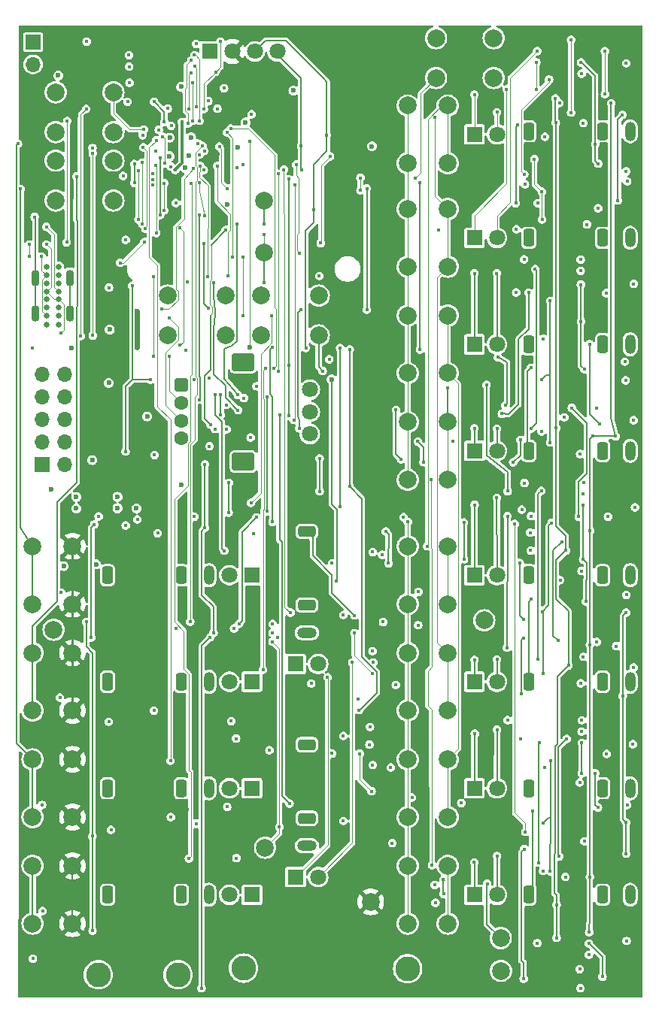
<source format=gbr>
%TF.GenerationSoftware,KiCad,Pcbnew,8.0.5*%
%TF.CreationDate,2025-01-26T22:40:45-08:00*%
%TF.ProjectId,main_board,6d61696e-5f62-46f6-9172-642e6b696361,1.0*%
%TF.SameCoordinates,Original*%
%TF.FileFunction,Copper,L1,Top*%
%TF.FilePolarity,Positive*%
%FSLAX46Y46*%
G04 Gerber Fmt 4.6, Leading zero omitted, Abs format (unit mm)*
G04 Created by KiCad (PCBNEW 8.0.5) date 2025-01-26 22:40:45*
%MOMM*%
%LPD*%
G01*
G04 APERTURE LIST*
G04 Aperture macros list*
%AMRoundRect*
0 Rectangle with rounded corners*
0 $1 Rounding radius*
0 $2 $3 $4 $5 $6 $7 $8 $9 X,Y pos of 4 corners*
0 Add a 4 corners polygon primitive as box body*
4,1,4,$2,$3,$4,$5,$6,$7,$8,$9,$2,$3,0*
0 Add four circle primitives for the rounded corners*
1,1,$1+$1,$2,$3*
1,1,$1+$1,$4,$5*
1,1,$1+$1,$6,$7*
1,1,$1+$1,$8,$9*
0 Add four rect primitives between the rounded corners*
20,1,$1+$1,$2,$3,$4,$5,0*
20,1,$1+$1,$4,$5,$6,$7,0*
20,1,$1+$1,$6,$7,$8,$9,0*
20,1,$1+$1,$8,$9,$2,$3,0*%
G04 Aperture macros list end*
%TA.AperFunction,ComponentPad*%
%ADD10R,1.800000X1.800000*%
%TD*%
%TA.AperFunction,ComponentPad*%
%ADD11C,1.800000*%
%TD*%
%TA.AperFunction,ComponentPad*%
%ADD12C,2.000000*%
%TD*%
%TA.AperFunction,ComponentPad*%
%ADD13O,1.200000X2.200000*%
%TD*%
%TA.AperFunction,ComponentPad*%
%ADD14RoundRect,0.300000X0.300000X-0.700000X0.300000X0.700000X-0.300000X0.700000X-0.300000X-0.700000X0*%
%TD*%
%TA.AperFunction,ComponentPad*%
%ADD15O,2.200000X1.200000*%
%TD*%
%TA.AperFunction,ComponentPad*%
%ADD16RoundRect,0.300000X-0.700000X-0.300000X0.700000X-0.300000X0.700000X0.300000X-0.700000X0.300000X0*%
%TD*%
%TA.AperFunction,ComponentPad*%
%ADD17RoundRect,0.400000X0.400000X-0.400000X0.400000X0.400000X-0.400000X0.400000X-0.400000X-0.400000X0*%
%TD*%
%TA.AperFunction,ComponentPad*%
%ADD18C,1.600000*%
%TD*%
%TA.AperFunction,ComponentPad*%
%ADD19RoundRect,0.217391X1.032609X0.782609X-1.032609X0.782609X-1.032609X-0.782609X1.032609X-0.782609X0*%
%TD*%
%TA.AperFunction,ComponentPad*%
%ADD20C,0.650000*%
%TD*%
%TA.AperFunction,ComponentPad*%
%ADD21RoundRect,0.360000X-0.090000X0.540000X-0.090000X-0.540000X0.090000X-0.540000X0.090000X0.540000X0*%
%TD*%
%TA.AperFunction,ComponentPad*%
%ADD22C,2.800000*%
%TD*%
%TA.AperFunction,ComponentPad*%
%ADD23R,1.700000X1.700000*%
%TD*%
%TA.AperFunction,ComponentPad*%
%ADD24O,1.700000X1.700000*%
%TD*%
%TA.AperFunction,ViaPad*%
%ADD25C,0.450000*%
%TD*%
%TA.AperFunction,ViaPad*%
%ADD26C,0.600000*%
%TD*%
%TA.AperFunction,ViaPad*%
%ADD27C,0.800000*%
%TD*%
%TA.AperFunction,Conductor*%
%ADD28C,0.100000*%
%TD*%
%TA.AperFunction,Conductor*%
%ADD29C,0.200000*%
%TD*%
%TA.AperFunction,Conductor*%
%ADD30C,0.120000*%
%TD*%
%TA.AperFunction,Conductor*%
%ADD31C,0.250000*%
%TD*%
%TA.AperFunction,Conductor*%
%ADD32C,0.600000*%
%TD*%
%TA.AperFunction,Conductor*%
%ADD33C,0.300000*%
%TD*%
G04 APERTURE END LIST*
D10*
X101720000Y-124000000D03*
D11*
X104260000Y-124000000D03*
D12*
X103900000Y-56000000D03*
X97400000Y-56000000D03*
X103900000Y-51500000D03*
X97400000Y-51500000D03*
X94220000Y-139250000D03*
X94220000Y-132750000D03*
X98720000Y-139250000D03*
X98720000Y-132750000D03*
X94220000Y-151250000D03*
X94220000Y-144750000D03*
X98720000Y-151250000D03*
X98720000Y-144750000D03*
D13*
X119250000Y-148000000D03*
D14*
X107850000Y-148000000D03*
X116150000Y-148000000D03*
D12*
X94220000Y-65600000D03*
X94220000Y-59100000D03*
X98720000Y-65600000D03*
X98720000Y-59100000D03*
D10*
X101720000Y-62350000D03*
D11*
X104260000Y-62350000D03*
D12*
X94220000Y-127250000D03*
X94220000Y-120750000D03*
X98720000Y-127250000D03*
X98720000Y-120750000D03*
D10*
X101720000Y-148000000D03*
D11*
X104260000Y-148000000D03*
D12*
X61100000Y-62100000D03*
X54600000Y-62100000D03*
X61100000Y-57600000D03*
X54600000Y-57600000D03*
D10*
X101720000Y-74000000D03*
D11*
X104260000Y-74000000D03*
D13*
X119250000Y-62000000D03*
D14*
X107850000Y-62000000D03*
X116150000Y-62000000D03*
D12*
X94220000Y-89250000D03*
X94220000Y-82750000D03*
X98720000Y-89250000D03*
X98720000Y-82750000D03*
D15*
X82870000Y-118480000D03*
D16*
X82870000Y-107080000D03*
X82870000Y-115380000D03*
D12*
X61100000Y-69800000D03*
X54600000Y-69800000D03*
X61100000Y-65300000D03*
X54600000Y-65300000D03*
X52000000Y-151250000D03*
X52000000Y-144750000D03*
X56500000Y-151250000D03*
X56500000Y-144750000D03*
D17*
X68700000Y-90600000D03*
D18*
X68700000Y-96600000D03*
D19*
X75700000Y-88000000D03*
X75700000Y-99200000D03*
D11*
X83200000Y-96100000D03*
X83200000Y-91100000D03*
X83200000Y-93600000D03*
D18*
X68700000Y-92600000D03*
X68700000Y-94600000D03*
D10*
X76690000Y-112000000D03*
D11*
X74150000Y-112000000D03*
D12*
X94220000Y-115250000D03*
X94220000Y-108750000D03*
X98720000Y-115250000D03*
X98720000Y-108750000D03*
X52000000Y-115250000D03*
X52000000Y-108750000D03*
X56500000Y-115250000D03*
X56500000Y-108750000D03*
D10*
X81600000Y-146000000D03*
D11*
X84140000Y-146000000D03*
D15*
X82870000Y-142480000D03*
D16*
X82870000Y-131080000D03*
X82870000Y-139380000D03*
D10*
X81600000Y-122000000D03*
D11*
X84140000Y-122000000D03*
D12*
X52000000Y-139250000D03*
X52000000Y-132750000D03*
X56500000Y-139250000D03*
X56500000Y-132750000D03*
D13*
X119250000Y-112000000D03*
D14*
X107850000Y-112000000D03*
X116150000Y-112000000D03*
D10*
X76690000Y-136000000D03*
D11*
X74150000Y-136000000D03*
D10*
X101720000Y-136000000D03*
D11*
X104260000Y-136000000D03*
D10*
X76690000Y-124000000D03*
D11*
X74150000Y-124000000D03*
D13*
X71850000Y-112000000D03*
D14*
X60450000Y-112000000D03*
X68750000Y-112000000D03*
D10*
X101720000Y-98000000D03*
D11*
X104260000Y-98000000D03*
D13*
X71850000Y-124000000D03*
D14*
X60450000Y-124000000D03*
X68750000Y-124000000D03*
D13*
X71850000Y-136000000D03*
D14*
X60450000Y-136000000D03*
X68750000Y-136000000D03*
D13*
X119250000Y-136000000D03*
D14*
X107850000Y-136000000D03*
X116150000Y-136000000D03*
D12*
X94220000Y-101250000D03*
X94220000Y-94750000D03*
X98720000Y-101250000D03*
X98720000Y-94750000D03*
D10*
X101720000Y-86000000D03*
D11*
X104260000Y-86000000D03*
D13*
X119250000Y-86000000D03*
D14*
X107850000Y-86000000D03*
X116150000Y-86000000D03*
D12*
X94220000Y-77250000D03*
X94220000Y-70750000D03*
X98720000Y-77250000D03*
X98720000Y-70750000D03*
D13*
X119250000Y-124000000D03*
D14*
X107850000Y-124000000D03*
X116150000Y-124000000D03*
D13*
X119250000Y-98000000D03*
D14*
X107850000Y-98000000D03*
X116150000Y-98000000D03*
D13*
X71850000Y-148000000D03*
D14*
X60450000Y-148000000D03*
X68750000Y-148000000D03*
D20*
X54950000Y-77250000D03*
X54950000Y-78200000D03*
X54950000Y-79150000D03*
X54950000Y-80050000D03*
X54950000Y-80950000D03*
X54950000Y-81850000D03*
X54950000Y-82800000D03*
X54950000Y-83750000D03*
X53550000Y-83750000D03*
X53550000Y-82800000D03*
X53550000Y-81850000D03*
X53550000Y-80950000D03*
X53550000Y-80050000D03*
X53550000Y-79150000D03*
X53550000Y-78200000D03*
X53550000Y-77250000D03*
D21*
X56180000Y-78500000D03*
X52320000Y-78500000D03*
X56180000Y-82500000D03*
X52320000Y-82500000D03*
D10*
X71940000Y-53000000D03*
D11*
X74480000Y-53000000D03*
X77020000Y-53000000D03*
X79560000Y-53000000D03*
D12*
X52000000Y-127250000D03*
X52000000Y-120750000D03*
X56500000Y-127250000D03*
X56500000Y-120750000D03*
D13*
X119250000Y-74000000D03*
D14*
X107850000Y-74000000D03*
X116150000Y-74000000D03*
D10*
X101720000Y-112000000D03*
D11*
X104260000Y-112000000D03*
D10*
X76690000Y-148000000D03*
D11*
X74150000Y-148000000D03*
D12*
X77700000Y-80500000D03*
X84200000Y-80500000D03*
X77700000Y-85000000D03*
X84200000Y-85000000D03*
X67200000Y-80500000D03*
X73700000Y-80500000D03*
X67200000Y-85000000D03*
X73700000Y-85000000D03*
D22*
X94210000Y-156320000D03*
D12*
X104680000Y-152870000D03*
X104710000Y-156570000D03*
D22*
X75750000Y-156260000D03*
D12*
X90040000Y-148790000D03*
D23*
X53100000Y-99500000D03*
D24*
X55640000Y-99500000D03*
X53100000Y-96960000D03*
X55640000Y-96960000D03*
X53100000Y-94420000D03*
X55640000Y-94420000D03*
X53100000Y-91880000D03*
X55640000Y-91880000D03*
X53100000Y-89340000D03*
X55640000Y-89340000D03*
D12*
X54370000Y-118140000D03*
X102830000Y-117090000D03*
X78050000Y-69850000D03*
D23*
X52040000Y-51930000D03*
D24*
X52040000Y-54470000D03*
D12*
X78050000Y-75650000D03*
D22*
X59400000Y-157000000D03*
D12*
X78170000Y-142690000D03*
D22*
X68375000Y-157000000D03*
D25*
X66810000Y-70910000D03*
X66810000Y-67840000D03*
X95080000Y-67250000D03*
X88890000Y-67240000D03*
X88890000Y-68650000D03*
X107360000Y-101620000D03*
X111380000Y-112560000D03*
X119800000Y-104350000D03*
X76900000Y-107300000D03*
X89980000Y-129100000D03*
X76530000Y-96500000D03*
D26*
X54890000Y-55710000D03*
X69830000Y-62680000D03*
X75960000Y-61000000D03*
D25*
X111850000Y-94220000D03*
D26*
X90190000Y-63700000D03*
D25*
X58080000Y-51900000D03*
X79000000Y-118490000D03*
X67560000Y-139250000D03*
D26*
X69620000Y-64760000D03*
D25*
X113570000Y-156380000D03*
D26*
X60680000Y-84320000D03*
X75110000Y-63790000D03*
X68720000Y-56990000D03*
D25*
X108800000Y-153450000D03*
X68115000Y-117960000D03*
X91340000Y-109690000D03*
D26*
X73890000Y-70270000D03*
D25*
X118850000Y-153200000D03*
D26*
X64900000Y-94120000D03*
D25*
X52030000Y-155200000D03*
X107320000Y-76430000D03*
X119560000Y-131040000D03*
X93740000Y-105460000D03*
D26*
X81360000Y-57400000D03*
D25*
X71770000Y-58600000D03*
X68120000Y-70070000D03*
X73900000Y-138100000D03*
X95430000Y-113880000D03*
X83360000Y-124200000D03*
X74362500Y-128437500D03*
X55070000Y-125780000D03*
X94700000Y-137040000D03*
X107050000Y-104630000D03*
X92310000Y-133670000D03*
X88650000Y-125980000D03*
D26*
X55500000Y-110960000D03*
D25*
X53070000Y-137870000D03*
X62690000Y-58670000D03*
D26*
X67430000Y-62710000D03*
X69170000Y-66130000D03*
D25*
X109670000Y-62610000D03*
X106420000Y-80160000D03*
X70190000Y-105410000D03*
X109500000Y-85370000D03*
D26*
X67420000Y-64810000D03*
D25*
X63790000Y-105730000D03*
X79020000Y-117490000D03*
X95390000Y-117640000D03*
X53120000Y-149830000D03*
D26*
X59130000Y-110780000D03*
D25*
X113980000Y-121190000D03*
X106960000Y-130420000D03*
X65730000Y-98470000D03*
X74937500Y-143862500D03*
X91450000Y-117270000D03*
X69240000Y-86660000D03*
X77200000Y-90710000D03*
X118810000Y-54340000D03*
X65650000Y-127260000D03*
X74900000Y-130400000D03*
X105470000Y-128330000D03*
X109640000Y-133640000D03*
X73550000Y-57150000D03*
X119650000Y-79180000D03*
X62475000Y-74235000D03*
X114390000Y-72490000D03*
X60600000Y-79610000D03*
X92480000Y-142180000D03*
X80830000Y-94040000D03*
X85390000Y-87680000D03*
X65520000Y-67470000D03*
X80830000Y-88390000D03*
X80810000Y-67390000D03*
X65520000Y-66790000D03*
X79680000Y-89039031D03*
X79680000Y-66790000D03*
X81480000Y-68000000D03*
X65520000Y-68050000D03*
X81400000Y-94500000D03*
X79150000Y-88710000D03*
X74300000Y-61700000D03*
X77925000Y-122675000D03*
X78220000Y-88740000D03*
X67510000Y-132900000D03*
X65900000Y-63010000D03*
X58050000Y-117270000D03*
X71110000Y-63640000D03*
X58745489Y-152045489D03*
X69740000Y-117240000D03*
X70400000Y-140000000D03*
X58738531Y-141400000D03*
X50360000Y-63400000D03*
X60830000Y-140680000D03*
X70600000Y-63360000D03*
X95350000Y-133900000D03*
X84790000Y-91420000D03*
X96530000Y-111080000D03*
X81400000Y-135200000D03*
X58100000Y-69220000D03*
X83080000Y-109900000D03*
X88490000Y-87670000D03*
X64180000Y-73980000D03*
X72800000Y-61000000D03*
X69470000Y-121660000D03*
D27*
X98690000Y-53800000D03*
D25*
X61880000Y-78540000D03*
X72250000Y-68700000D03*
X70200000Y-101310000D03*
X68290000Y-68870000D03*
X59320000Y-51980000D03*
X68000000Y-67960000D03*
X69400000Y-138410000D03*
X79070000Y-60670000D03*
X64400000Y-64600000D03*
X72850000Y-64600000D03*
X56970000Y-60210000D03*
X69700000Y-145820000D03*
X85280000Y-75260000D03*
X88000000Y-70810000D03*
X66000000Y-61000000D03*
X56750000Y-64100000D03*
X54980000Y-67070000D03*
X68000000Y-59430000D03*
X69190000Y-109670000D03*
X80290000Y-66310000D03*
X74680000Y-117990000D03*
X81030000Y-116210000D03*
X82250000Y-66310000D03*
X71260000Y-66370000D03*
X82220000Y-63680000D03*
X85115000Y-62435000D03*
X70810000Y-67790000D03*
X71340000Y-71490000D03*
X86600000Y-104300000D03*
X77200000Y-105500000D03*
X86600000Y-86400000D03*
X75220000Y-117480000D03*
X83640000Y-70830000D03*
X82750000Y-86400000D03*
X69860000Y-67850000D03*
X69600000Y-143900000D03*
D26*
X61550000Y-103170000D03*
X56920000Y-104470000D03*
X61550000Y-104460000D03*
X63675000Y-104475000D03*
X56910000Y-103170000D03*
D25*
X112680000Y-93160000D03*
D26*
X68750000Y-101850000D03*
D25*
X78650000Y-131720000D03*
X113780000Y-55510000D03*
X92870000Y-124360000D03*
X115650000Y-70670000D03*
D26*
X54114000Y-102350000D03*
D25*
X90280000Y-109400000D03*
X113460000Y-105410000D03*
X114610000Y-154760000D03*
X114090000Y-141970000D03*
D26*
X60570000Y-90350000D03*
D25*
X115500000Y-119510000D03*
D26*
X58725000Y-99025000D03*
D25*
X116610000Y-132140000D03*
X115440000Y-93160000D03*
X90280000Y-133380000D03*
X116540000Y-80230000D03*
X116760000Y-105410000D03*
D26*
X56360000Y-86450000D03*
D25*
X87690000Y-86590000D03*
X105200000Y-92860000D03*
X88740000Y-127190000D03*
X118790000Y-116220000D03*
X74058000Y-104958000D03*
X74100000Y-101610000D03*
X59430000Y-105370000D03*
X107340000Y-142850000D03*
X118810000Y-139860000D03*
X87700000Y-102030000D03*
X118810000Y-66500000D03*
X107020000Y-125340000D03*
X118430000Y-125610000D03*
X118810000Y-143380000D03*
X107410000Y-67980000D03*
X104370000Y-87470000D03*
X95600000Y-86590000D03*
X107270000Y-157450000D03*
X95600000Y-67820000D03*
X118750000Y-90060000D03*
X107220000Y-119070000D03*
X60580000Y-128510000D03*
X63450000Y-67820000D03*
X56960000Y-67080000D03*
X71330000Y-64200000D03*
X63450000Y-65680000D03*
X55200000Y-113950489D03*
X50650000Y-68500000D03*
X73880000Y-68430000D03*
X73020000Y-63730000D03*
X75650000Y-82740000D03*
X75650000Y-76190000D03*
X78920000Y-82750000D03*
X73860000Y-62120000D03*
X76575000Y-103850000D03*
X74500000Y-76190000D03*
X61850000Y-76810000D03*
X64580000Y-74480000D03*
D26*
X63754000Y-82296000D03*
X63754000Y-86360000D03*
D25*
X90340000Y-121820000D03*
X90250000Y-120550000D03*
X87980000Y-121820000D03*
X85190000Y-123500000D03*
X71875000Y-89775000D03*
D26*
X85650000Y-89950000D03*
D25*
X118830000Y-114220000D03*
X86150000Y-112690000D03*
X100550000Y-110200000D03*
X73570000Y-109250000D03*
X107260000Y-117020000D03*
X72525000Y-91700000D03*
X106830000Y-110630000D03*
X100530000Y-106050000D03*
X100250000Y-137670000D03*
X118910000Y-137900000D03*
X73175000Y-91700000D03*
X79800000Y-93950000D03*
X73175000Y-93950000D03*
X80910000Y-137710000D03*
X73800000Y-92825000D03*
X78400000Y-91950000D03*
X107450000Y-140910000D03*
X78400000Y-104800000D03*
X106280000Y-106230000D03*
X90260000Y-123100000D03*
X88220000Y-118540000D03*
X53540000Y-72750000D03*
X53540000Y-74750000D03*
X55163000Y-84737000D03*
X52230000Y-71650000D03*
X89620000Y-82100000D03*
X73825000Y-95575000D03*
X82200000Y-82100244D03*
X118920000Y-67640000D03*
X89620000Y-68430000D03*
X81999511Y-95450489D03*
X72024511Y-95025489D03*
X73730000Y-73110000D03*
X106440000Y-73050000D03*
X97650000Y-73110000D03*
X118650000Y-87960000D03*
X72525000Y-95525000D03*
X84300000Y-102550000D03*
X84300000Y-98850000D03*
X71900000Y-97475000D03*
X105470000Y-102540000D03*
X103090000Y-90570000D03*
X72400000Y-79050000D03*
X78060000Y-73610000D03*
X75125000Y-93400000D03*
X78050000Y-79050000D03*
X65920000Y-73470000D03*
X65880000Y-65800000D03*
X78030000Y-72410000D03*
X64340000Y-65520000D03*
X75100000Y-91700000D03*
X64340000Y-72420000D03*
X75000000Y-72410000D03*
X70750000Y-71420000D03*
X66350000Y-71420000D03*
X75775000Y-92050000D03*
X70750000Y-92225000D03*
X66350000Y-65000000D03*
X53030000Y-76120000D03*
X51640000Y-76120000D03*
X51640000Y-74750000D03*
X92050000Y-110670000D03*
X91760000Y-107080000D03*
X85710000Y-110670000D03*
X88810000Y-132100000D03*
X90150000Y-136330000D03*
X85710000Y-132090000D03*
X109330000Y-68800000D03*
X109340000Y-71950000D03*
X108470000Y-65130000D03*
X113720000Y-54240000D03*
X115323000Y-63450000D03*
X115660000Y-65650000D03*
X107330000Y-66860000D03*
X110120000Y-56170000D03*
X113720000Y-83420000D03*
X114090000Y-88800000D03*
X113710000Y-79260000D03*
X110250000Y-81100000D03*
X109270000Y-90000000D03*
X110250000Y-97040000D03*
X113620000Y-98360000D03*
X114260000Y-114970000D03*
X113960000Y-110240000D03*
X113960000Y-104140000D03*
X109340000Y-116100000D03*
X113700000Y-124180000D03*
X109432000Y-123090000D03*
X110410000Y-106110000D03*
X113820000Y-130880000D03*
X113820000Y-134330000D03*
X115635000Y-138175000D03*
X115330000Y-134320000D03*
X109480000Y-139940000D03*
X110330000Y-132910000D03*
X110245000Y-145345000D03*
X64520000Y-61800000D03*
X96400000Y-108750000D03*
X97280000Y-60450000D03*
X66200000Y-61830000D03*
X63910000Y-66450000D03*
X76640000Y-60090000D03*
X63910000Y-71920000D03*
X58770000Y-85010000D03*
X65870000Y-64200000D03*
X58770000Y-64470000D03*
X84650000Y-89000000D03*
X68600000Y-86090000D03*
X58740000Y-63870000D03*
X68590000Y-72880000D03*
X96870000Y-101250000D03*
X64460000Y-63800000D03*
X98720000Y-90930000D03*
X96950000Y-144660000D03*
X64690000Y-72940000D03*
X66870000Y-65600000D03*
X66660000Y-62600000D03*
X79000000Y-86300000D03*
X94230000Y-105990000D03*
X76410000Y-63120000D03*
X79000000Y-106000000D03*
X64390000Y-62440000D03*
D26*
X76400000Y-86300000D03*
D25*
X89910000Y-131090000D03*
X86980000Y-130110000D03*
X113660000Y-158520000D03*
X71020000Y-158530000D03*
X58930000Y-106290000D03*
X71990000Y-118990000D03*
X58600000Y-119020000D03*
X62473000Y-106400000D03*
X72370000Y-118490000D03*
X71400000Y-99512500D03*
X63230000Y-79380000D03*
X71400000Y-106670000D03*
X65262500Y-89962500D03*
X62460000Y-98080000D03*
X66080000Y-107270000D03*
X70150000Y-89975000D03*
X69450000Y-78940000D03*
X116140000Y-157230000D03*
X114620000Y-153490000D03*
X57420000Y-85060000D03*
X51950000Y-86450000D03*
X58030000Y-59480000D03*
X67210000Y-59440000D03*
X71800000Y-81950000D03*
X71250000Y-74650000D03*
X67605000Y-61385000D03*
X55890000Y-60830000D03*
X55830000Y-74510000D03*
X86980000Y-116490000D03*
X79570000Y-118990000D03*
X79780000Y-140360000D03*
X79000000Y-119490000D03*
X86980000Y-139690000D03*
X69870000Y-55390000D03*
X69590000Y-59490000D03*
X62870000Y-54720000D03*
X72590000Y-55320000D03*
X70390000Y-52160000D03*
X71270000Y-59490000D03*
X73150000Y-51890000D03*
X68810000Y-60960000D03*
X66820000Y-60960000D03*
X62190000Y-67030000D03*
X65680000Y-58670000D03*
X72800000Y-59460000D03*
X68050000Y-66350000D03*
X117110000Y-58830000D03*
X95960000Y-99250000D03*
X97260000Y-146900000D03*
X106080000Y-99270000D03*
X111290000Y-58810000D03*
X114720000Y-145990000D03*
X115030000Y-96330000D03*
X114640000Y-152220000D03*
X114730000Y-106980000D03*
X117690000Y-119990000D03*
X103160000Y-146742000D03*
X117620000Y-96360000D03*
X108020000Y-107200000D03*
X106900000Y-96760000D03*
X114720000Y-119830000D03*
X95360000Y-96950000D03*
X111970000Y-145990000D03*
X112020000Y-109230000D03*
X110838000Y-58300000D03*
X119640000Y-94540000D03*
X110920000Y-95430000D03*
X110970000Y-149110000D03*
X93480000Y-98940000D03*
X108060000Y-109230000D03*
X110970000Y-152850000D03*
X97350000Y-148900000D03*
X112300000Y-122170000D03*
X92900000Y-93380000D03*
X119640000Y-122390000D03*
X113990000Y-61075000D03*
X110890000Y-61040000D03*
X67350000Y-83010000D03*
X70400000Y-59240000D03*
X70220000Y-54700000D03*
X70030000Y-56540000D03*
X70020000Y-60830000D03*
X62910000Y-56540000D03*
X67540000Y-65970000D03*
X75010000Y-66100000D03*
X70810000Y-60820000D03*
X70210000Y-53420000D03*
X88230000Y-116540000D03*
X69520000Y-61120000D03*
X69860000Y-53990000D03*
X62850000Y-53420000D03*
X117870000Y-69800000D03*
X118390000Y-60150000D03*
X106380000Y-70100000D03*
X108860000Y-70100000D03*
X106560000Y-61300000D03*
X111150000Y-119380000D03*
X111560000Y-108230000D03*
X109290000Y-95800000D03*
X99280000Y-96940000D03*
X98250000Y-147910000D03*
X109440000Y-145320000D03*
X98240000Y-146290000D03*
X84420000Y-74600000D03*
X85480000Y-64830000D03*
X70770000Y-64620000D03*
X81660000Y-65750000D03*
X82070000Y-75730000D03*
X75690000Y-65750000D03*
X84270000Y-78300000D03*
X74020000Y-78300000D03*
X72760000Y-65902500D03*
X116410000Y-52960000D03*
X101720000Y-57860000D03*
X116410000Y-57820000D03*
X112610000Y-59890000D03*
X104260000Y-59850000D03*
X112610000Y-51690000D03*
X108690000Y-57270000D03*
X105350000Y-57270000D03*
X108690000Y-54220000D03*
X108800000Y-52960000D03*
X113690000Y-76450000D03*
X104240000Y-77990000D03*
X101720000Y-77990000D03*
X113680000Y-77720000D03*
X104260000Y-95510000D03*
X108130000Y-95490000D03*
X108560000Y-77510000D03*
X101720000Y-95450000D03*
X107830000Y-80170000D03*
X104820000Y-93820000D03*
X114050000Y-101580000D03*
X104250000Y-103300000D03*
X101740000Y-104080000D03*
X113970000Y-102870000D03*
X104260000Y-121500000D03*
X108890000Y-121500000D03*
X109250000Y-102510000D03*
X105450000Y-105350000D03*
X108100000Y-105350000D03*
X101730000Y-121540000D03*
X105390000Y-120180000D03*
X113810000Y-128340000D03*
X104270000Y-129390000D03*
X113790000Y-129610000D03*
X101770000Y-129840000D03*
X108990000Y-144370000D03*
X101710000Y-144360000D03*
X109050000Y-130890000D03*
X104270000Y-143630000D03*
X112110000Y-130440000D03*
X111270000Y-143680000D03*
X66550000Y-82050000D03*
X70070000Y-66170000D03*
X67370000Y-87370000D03*
X65580000Y-78360000D03*
X70890000Y-65908226D03*
X71740000Y-78340000D03*
X65621000Y-87320000D03*
X114690000Y-85970000D03*
X115825000Y-94970000D03*
X108065000Y-88650000D03*
X108235000Y-138570000D03*
X113570000Y-135360000D03*
X108145000Y-114710000D03*
X113780000Y-111520000D03*
D28*
X66820000Y-70900000D02*
X66810000Y-70910000D01*
X95658000Y-57742000D02*
X97400000Y-56000000D01*
X95080000Y-67250000D02*
X95658000Y-66672000D01*
X88890000Y-68650000D02*
X88890000Y-67240000D01*
X95658000Y-66672000D02*
X95658000Y-57742000D01*
X66810000Y-67840000D02*
X66820000Y-70900000D01*
D29*
X80840489Y-88400489D02*
X80830000Y-88390000D01*
X80840489Y-67420489D02*
X80810000Y-67390000D01*
X80830000Y-94040000D02*
X80840489Y-94029511D01*
X80840489Y-88379511D02*
X80840489Y-67420489D01*
X80830000Y-88390000D02*
X80840489Y-88379511D01*
X80840489Y-94050489D02*
X80830000Y-94040000D01*
X80840489Y-94029511D02*
X80840489Y-88400489D01*
D30*
X79680000Y-66790000D02*
X79680000Y-71300000D01*
X79680000Y-71300000D02*
X79680000Y-89039031D01*
X81480000Y-68000000D02*
X81480000Y-94420000D01*
X81480000Y-94420000D02*
X81400000Y-94500000D01*
X77940000Y-104677344D02*
X78060000Y-104557344D01*
X79250000Y-81840000D02*
X79412000Y-82002000D01*
X79180000Y-88710000D02*
X79150000Y-88710000D01*
X77959018Y-88940982D02*
X78160000Y-88740000D01*
X78060000Y-92190000D02*
X77950000Y-92080000D01*
X78220000Y-88680000D02*
X78170000Y-88730000D01*
X77925000Y-122675000D02*
X77940000Y-104677344D01*
X76259828Y-61700000D02*
X79250000Y-64690172D01*
X78060000Y-104557344D02*
X78060000Y-92190000D01*
X78220000Y-88740000D02*
X78220000Y-88680000D01*
X78160000Y-88740000D02*
X78220000Y-88740000D01*
X77950000Y-92080000D02*
X77959018Y-89050000D01*
X79150000Y-88710000D02*
X79150000Y-88740000D01*
X79250000Y-64690172D02*
X79250000Y-81840000D01*
X79412000Y-88478000D02*
X79180000Y-88710000D01*
X74300000Y-61700000D02*
X76259828Y-61700000D01*
X77959018Y-89050000D02*
X77959018Y-88940982D01*
X79412000Y-82002000D02*
X79412000Y-88478000D01*
D28*
X65118000Y-76162001D02*
X65118000Y-63792000D01*
X67510000Y-132900000D02*
X67510000Y-94491486D01*
X67510000Y-94491486D02*
X66023000Y-93004486D01*
X65118000Y-63792000D02*
X65900000Y-63010000D01*
X66023000Y-77067001D02*
X65118000Y-76162001D01*
X66023000Y-93004486D02*
X66023000Y-77067001D01*
D29*
X58725000Y-120700000D02*
X58738531Y-141400000D01*
D28*
X70280000Y-91950000D02*
X70280000Y-96740000D01*
D29*
X52000000Y-151250000D02*
X52000000Y-144750000D01*
D28*
X71110000Y-63640000D02*
X70348000Y-64402000D01*
D29*
X58050000Y-120050000D02*
X58675000Y-120675000D01*
D28*
X70280000Y-96740000D02*
X69738000Y-97282000D01*
D29*
X58050000Y-119590000D02*
X58050000Y-117270000D01*
X58050000Y-119750000D02*
X58050000Y-119590000D01*
D28*
X69738000Y-97282000D02*
X69740000Y-117240000D01*
X70348000Y-67683486D02*
X70348000Y-89604486D01*
X70348000Y-65868000D02*
X70490000Y-66010000D01*
X70552000Y-89808486D02*
X70552000Y-91678000D01*
X70490000Y-66010000D02*
X70490000Y-67541486D01*
X70490000Y-67541486D02*
X70348000Y-67683486D01*
X69740000Y-117240000D02*
X69738000Y-117218000D01*
X70348000Y-64402000D02*
X70348000Y-65868000D01*
X70552000Y-91678000D02*
X70280000Y-91950000D01*
D29*
X58738531Y-141400000D02*
X58745489Y-152045489D01*
D28*
X70348000Y-89604486D02*
X70552000Y-89808486D01*
D29*
X58050000Y-119750000D02*
X58050000Y-120050000D01*
X50198000Y-63562000D02*
X50198000Y-130948000D01*
X52000000Y-139250000D02*
X52000000Y-132750000D01*
X50360000Y-63400000D02*
X50198000Y-63562000D01*
X50198000Y-130948000D02*
X52000000Y-132750000D01*
X56500000Y-151250000D02*
X56500000Y-144750000D01*
D31*
X56500000Y-120750000D02*
X56500000Y-115250000D01*
X56500000Y-120750000D02*
X56500000Y-127250000D01*
X56500000Y-115250000D02*
X56500000Y-108750000D01*
D29*
X82220000Y-66280000D02*
X82250000Y-66310000D01*
D28*
X80367000Y-115597000D02*
X80980000Y-116210000D01*
D29*
X82220000Y-63680000D02*
X82220000Y-66280000D01*
X82220000Y-56060000D02*
X79560000Y-53400000D01*
D28*
X80367000Y-71327000D02*
X80367000Y-115597000D01*
X80290000Y-71250000D02*
X80367000Y-71327000D01*
D29*
X79560000Y-53400000D02*
X79560000Y-53000000D01*
D28*
X80290000Y-71250000D02*
X80290000Y-66310000D01*
X81030000Y-116210000D02*
X81030000Y-116260000D01*
D29*
X82220000Y-56060000D02*
X82220000Y-63680000D01*
D28*
X80980000Y-116210000D02*
X81030000Y-116210000D01*
X81030000Y-116260000D02*
X81080000Y-116310000D01*
D29*
X84760000Y-56060000D02*
X80500489Y-51800489D01*
D28*
X70810000Y-68760000D02*
X70810000Y-67800000D01*
D29*
X85115000Y-62435000D02*
X85115000Y-64270489D01*
X85115000Y-64270489D02*
X83635489Y-65750000D01*
X83635489Y-70825489D02*
X83640000Y-70830000D01*
X75563000Y-117137000D02*
X75563000Y-107137000D01*
X83640000Y-70830000D02*
X83635489Y-70834511D01*
X83635489Y-72314511D02*
X82724511Y-73225489D01*
X75220000Y-117480000D02*
X75563000Y-117137000D01*
X83635489Y-65750000D02*
X83635489Y-70825489D01*
D28*
X71340000Y-71490000D02*
X70810000Y-68760000D01*
D29*
X80500489Y-51800489D02*
X78219511Y-51800489D01*
X82724511Y-73225489D02*
X82724511Y-86400000D01*
X85115000Y-56415000D02*
X84760000Y-56060000D01*
X85115000Y-62435000D02*
X85115000Y-56415000D01*
X75563000Y-107137000D02*
X77200000Y-105500000D01*
X78219511Y-51800489D02*
X77020000Y-53000000D01*
X83635489Y-70834511D02*
X83635489Y-72314511D01*
X86600000Y-104300000D02*
X86600000Y-86400000D01*
X77200000Y-105500000D02*
X77200000Y-105530000D01*
D30*
X69902000Y-89398000D02*
X69902000Y-67892000D01*
X67963000Y-117225344D02*
X69030000Y-118292344D01*
X69812000Y-143688000D02*
X69812000Y-134202000D01*
X69738000Y-89562000D02*
X69738000Y-96946817D01*
X69738000Y-96946817D02*
X69490000Y-97194817D01*
X69030000Y-118292344D02*
X69030000Y-122591276D01*
X69030000Y-122591276D02*
X69600000Y-123161276D01*
X69600000Y-143900000D02*
X69812000Y-143688000D01*
X69600000Y-123161276D02*
X69600000Y-133990000D01*
X69812000Y-134202000D02*
X69600000Y-133990000D01*
X67963000Y-103429344D02*
X67963000Y-117225344D01*
X69490000Y-97194817D02*
X69490000Y-101902344D01*
X69902000Y-89398000D02*
X69738000Y-89562000D01*
X69490000Y-101902344D02*
X67963000Y-103429344D01*
D29*
X113460000Y-101473603D02*
X114380000Y-100553603D01*
X113460000Y-105410000D02*
X113460000Y-101473603D01*
X114380000Y-94860000D02*
X112680000Y-93160000D01*
X114380000Y-100553603D02*
X114380000Y-94860000D01*
X107340000Y-142850000D02*
X107023000Y-143167000D01*
X88740000Y-127250000D02*
X88780000Y-127210000D01*
X87700000Y-102030000D02*
X87700000Y-99670000D01*
X107023000Y-143167000D02*
X107023000Y-155413775D01*
X90730000Y-125260000D02*
X88800000Y-127190000D01*
X89068199Y-121241802D02*
X90730000Y-122903603D01*
X107023000Y-155413775D02*
X107272000Y-155662775D01*
X87700000Y-102030000D02*
X89068199Y-103398199D01*
X107220000Y-119070000D02*
X107023000Y-119267000D01*
X90730000Y-122903603D02*
X90730000Y-125260000D01*
X105387000Y-92673000D02*
X105200000Y-92860000D01*
X89068199Y-103398199D02*
X89068199Y-121241802D01*
X88800000Y-127190000D02*
X88740000Y-127190000D01*
X95600000Y-67820000D02*
X95600000Y-86590000D01*
X95600000Y-86590000D02*
X95600000Y-86610000D01*
X105387000Y-87987000D02*
X105387000Y-92673000D01*
X118423000Y-139473000D02*
X118810000Y-139860000D01*
X104370000Y-87470000D02*
X105387000Y-87987000D01*
X107020000Y-125340000D02*
X107023000Y-125327000D01*
X107270000Y-157450000D02*
X107272000Y-157408000D01*
X118423000Y-116587000D02*
X118423000Y-125597000D01*
X88740000Y-127190000D02*
X88740000Y-127250000D01*
X87690000Y-86590000D02*
X87700000Y-91000000D01*
X107023000Y-119267000D02*
X107020000Y-125340000D01*
X74058000Y-101652000D02*
X74100000Y-101610000D01*
X118423000Y-125617000D02*
X118423000Y-139473000D01*
X107272000Y-155662775D02*
X107270000Y-157450000D01*
X118810000Y-143380000D02*
X118810000Y-139860000D01*
X118790000Y-116220000D02*
X118423000Y-116587000D01*
X74058000Y-104958000D02*
X74058000Y-101652000D01*
X87700000Y-91000000D02*
X87700000Y-93290000D01*
X87700000Y-93290000D02*
X87700000Y-99650000D01*
X118430000Y-125610000D02*
X118423000Y-125617000D01*
X52000000Y-120750000D02*
X52000000Y-127250000D01*
X56960000Y-67080000D02*
X56940000Y-71990000D01*
X54748000Y-103752978D02*
X54730000Y-114970000D01*
X57037000Y-81713000D02*
X56950489Y-81799511D01*
X56950489Y-81799511D02*
X56950489Y-101550489D01*
X56950489Y-101550489D02*
X54748000Y-103752978D01*
X63450000Y-65680000D02*
X63450000Y-65600000D01*
X57037000Y-72087000D02*
X57037000Y-81713000D01*
X63450000Y-67820000D02*
X63450000Y-65680000D01*
X54730000Y-114970000D02*
X52000000Y-117700000D01*
X56940000Y-71990000D02*
X57037000Y-72087000D01*
X52000000Y-117700000D02*
X52000000Y-120750000D01*
D28*
X73920000Y-68440000D02*
X73252000Y-67772000D01*
X73970000Y-68490000D02*
X73960000Y-68480000D01*
X73252000Y-63962000D02*
X73020000Y-63730000D01*
D29*
X52000000Y-108750000D02*
X50650000Y-106650000D01*
X50650000Y-106650000D02*
X50650000Y-68500000D01*
D28*
X73252000Y-67772000D02*
X73252000Y-63962000D01*
X73880000Y-68430000D02*
X73920000Y-68440000D01*
X73880000Y-68430000D02*
X73970000Y-68490000D01*
D29*
X52000000Y-108750000D02*
X52000000Y-115250000D01*
D30*
X76575000Y-103850000D02*
X77680000Y-102745000D01*
D28*
X78920000Y-82750000D02*
X78920000Y-85811486D01*
X73860000Y-62120000D02*
X74502265Y-62762265D01*
X75650000Y-82740000D02*
X75650000Y-82730000D01*
X74502265Y-62762265D02*
X74500000Y-76190000D01*
X78920000Y-85811486D02*
X77680000Y-87051486D01*
D30*
X77680000Y-102745000D02*
X77680000Y-87051486D01*
D28*
X75650000Y-76190000D02*
X75650000Y-82740000D01*
X74500000Y-76190000D02*
X74502265Y-76187735D01*
D30*
X62250000Y-76810000D02*
X61850000Y-76810000D01*
X64580000Y-74480000D02*
X62250000Y-76810000D01*
D32*
X63754000Y-86360000D02*
X63754000Y-82296000D01*
D30*
X87980000Y-121820000D02*
X87980000Y-142160000D01*
X87980000Y-142160000D02*
X84140000Y-146000000D01*
X85190000Y-123500000D02*
X85227000Y-123537000D01*
X85227000Y-142373000D02*
X81600000Y-146000000D01*
X85227000Y-123537000D02*
X85227000Y-142373000D01*
D29*
X86280000Y-112560000D02*
X86280000Y-104619225D01*
X86150000Y-112690000D02*
X86280000Y-112560000D01*
X86280000Y-104619225D02*
X85650000Y-103989225D01*
X85650000Y-103989225D02*
X85650000Y-89950000D01*
X100550000Y-110200000D02*
X100550000Y-106070000D01*
X73303000Y-94717225D02*
X72525000Y-93939225D01*
X106830000Y-110630000D02*
X106830000Y-116590000D01*
X73303000Y-108983000D02*
X73303000Y-94717225D01*
X73570000Y-109250000D02*
X73570000Y-109270000D01*
X106830000Y-116590000D02*
X107260000Y-117020000D01*
X73570000Y-109250000D02*
X73303000Y-108983000D01*
X72525000Y-93939225D02*
X72525000Y-91700000D01*
X100550000Y-106070000D02*
X100530000Y-106050000D01*
X80910000Y-137710000D02*
X80910000Y-137730000D01*
X79800000Y-108000000D02*
X79800000Y-93950000D01*
X79800000Y-108000000D02*
X80090000Y-108290000D01*
X80090000Y-108290000D02*
X80090000Y-136910000D01*
X80090000Y-136910000D02*
X80890000Y-137710000D01*
X80910000Y-137730000D02*
X80890000Y-137710000D01*
X73175000Y-91700000D02*
X73175000Y-93950000D01*
X80890000Y-137710000D02*
X80910000Y-137710000D01*
D30*
X106280000Y-138780000D02*
X107450000Y-139950000D01*
X107450000Y-139950000D02*
X107450000Y-140910000D01*
X106280000Y-106230000D02*
X106280000Y-138780000D01*
D29*
X78400000Y-104800000D02*
X78400000Y-91950000D01*
D30*
X88220000Y-121030000D02*
X88220000Y-118540000D01*
X90260000Y-123100000D02*
X88220000Y-121030000D01*
X54438000Y-73648000D02*
X54438000Y-79538000D01*
X53540000Y-72750000D02*
X54438000Y-73648000D01*
X54438000Y-79538000D02*
X54950000Y-80050000D01*
X54950000Y-80950000D02*
X54450000Y-80950000D01*
X54062000Y-75272000D02*
X54062000Y-79538000D01*
X54062000Y-79538000D02*
X53550000Y-80050000D01*
X55543000Y-84357000D02*
X55543000Y-81543000D01*
X54450000Y-80950000D02*
X53550000Y-80050000D01*
X53540000Y-74750000D02*
X54062000Y-75272000D01*
X55163000Y-84737000D02*
X55543000Y-84357000D01*
X55543000Y-81543000D02*
X54950000Y-80950000D01*
D29*
X52320000Y-78500000D02*
X52320000Y-71700000D01*
X56180000Y-78500000D02*
X56180000Y-82500000D01*
X52320000Y-71700000D02*
X52260000Y-71640000D01*
X52320000Y-78500000D02*
X52320000Y-82500000D01*
X89620000Y-68430000D02*
X89620000Y-82100000D01*
X82200000Y-82100244D02*
X81900489Y-82399755D01*
X81825000Y-94150000D02*
X81999511Y-94543095D01*
X81900489Y-82400000D02*
X81825000Y-94150000D01*
X89620000Y-82100000D02*
X89620000Y-82060000D01*
X81999511Y-94543095D02*
X81999511Y-95450489D01*
D30*
X72212000Y-82438000D02*
X71999855Y-82650145D01*
D29*
X71350489Y-89557739D02*
X71350489Y-94351467D01*
D30*
X72152000Y-78708000D02*
X71988000Y-78872000D01*
D29*
X73730000Y-73110000D02*
X72152000Y-74788000D01*
D30*
X72152000Y-74788000D02*
X72152000Y-78708000D01*
X71988000Y-78872000D02*
X71988000Y-81542371D01*
D29*
X71350489Y-94351467D02*
X72024511Y-95025489D01*
D30*
X72212000Y-81766371D02*
X72212000Y-82438000D01*
D29*
X71999855Y-82650145D02*
X71999855Y-88908373D01*
X71999855Y-88908373D02*
X71350489Y-89557739D01*
D30*
X71988000Y-81542371D02*
X72212000Y-81766371D01*
D29*
X105470000Y-102540000D02*
X105470000Y-102560000D01*
X105470000Y-100400000D02*
X105470000Y-102540000D01*
X103100000Y-98530000D02*
X105470000Y-100400000D01*
X103090000Y-90570000D02*
X103090000Y-98073819D01*
X103090000Y-98073819D02*
X103100000Y-98530000D01*
X84300000Y-102550000D02*
X84300000Y-98850000D01*
X72400489Y-84301042D02*
X72550000Y-82625000D01*
X73733451Y-90683451D02*
X72400489Y-89350489D01*
X72400000Y-80949511D02*
X72400000Y-79050000D01*
X78050000Y-79050000D02*
X78050000Y-75650000D01*
D28*
X78060000Y-73610000D02*
X78050000Y-73530000D01*
D29*
X72550000Y-82625000D02*
X72500000Y-81049511D01*
X73733451Y-92008451D02*
X73733451Y-90683451D01*
X75125000Y-93400000D02*
X73733451Y-92008451D01*
D28*
X65922000Y-73468000D02*
X65920000Y-73470000D01*
X65922000Y-65842000D02*
X65922000Y-73468000D01*
D29*
X72400489Y-89350489D02*
X72400489Y-84301042D01*
X72500000Y-81049511D02*
X72400000Y-80949511D01*
D28*
X65880000Y-65800000D02*
X65922000Y-65842000D01*
X78050000Y-73530000D02*
X78050000Y-75650000D01*
D29*
X75000000Y-72410000D02*
X74999511Y-72410489D01*
X74999511Y-85675000D02*
X74400000Y-86125000D01*
X73600489Y-86500489D02*
X73600489Y-89899511D01*
X74400000Y-86125000D02*
X73600489Y-86500489D01*
X78050000Y-72390000D02*
X78050000Y-69850000D01*
X74999511Y-72410489D02*
X74999511Y-85675000D01*
X74999511Y-72409511D02*
X75000000Y-72410000D01*
X78030000Y-72410000D02*
X78050000Y-72390000D01*
X73600489Y-89899511D02*
X75100000Y-91700000D01*
D30*
X64340000Y-72420000D02*
X64340000Y-65520000D01*
D29*
X70750000Y-89614748D02*
X70829000Y-89693748D01*
X70750000Y-71420000D02*
X70750000Y-89614748D01*
X66350000Y-65000000D02*
X66350000Y-71420000D01*
X70829000Y-92146000D02*
X70750000Y-92225000D01*
X70829000Y-89693748D02*
X70829000Y-92146000D01*
D30*
X51640000Y-76120000D02*
X51640000Y-74750000D01*
X53038000Y-82288000D02*
X53038000Y-78712000D01*
X53030000Y-77680000D02*
X53030000Y-76120000D01*
X53550000Y-78200000D02*
X53030000Y-77680000D01*
X53550000Y-82800000D02*
X53038000Y-82288000D01*
X53038000Y-78712000D02*
X53550000Y-78200000D01*
D29*
X92070000Y-107390000D02*
X91760000Y-107080000D01*
X92050000Y-110670000D02*
X92070000Y-107390000D01*
D30*
X88810000Y-134990000D02*
X90150000Y-136330000D01*
X88810000Y-132100000D02*
X88810000Y-134990000D01*
X108470000Y-65130000D02*
X108470000Y-64960000D01*
X108470000Y-67940000D02*
X109330000Y-68800000D01*
X108470000Y-65130000D02*
X108470000Y-67940000D01*
X109340000Y-71950000D02*
X109330000Y-71940000D01*
X109330000Y-71940000D02*
X109330000Y-68800000D01*
D29*
X115323000Y-63450000D02*
X115323000Y-55763000D01*
X115323000Y-55763000D02*
X113800000Y-54240000D01*
X113800000Y-54240000D02*
X113720000Y-54240000D01*
X115660000Y-65650000D02*
X115323000Y-65313000D01*
X113720000Y-54240000D02*
X113720000Y-54160000D01*
X113720000Y-54160000D02*
X113800000Y-54240000D01*
X115323000Y-65313000D02*
X115323000Y-63450000D01*
D30*
X110120000Y-56422656D02*
X110120000Y-56170000D01*
X106978000Y-66508000D02*
X106978000Y-59564656D01*
X107330000Y-66860000D02*
X106978000Y-66508000D01*
X106978000Y-59564656D02*
X110120000Y-56422656D01*
D29*
X113720000Y-83420000D02*
X113720000Y-88430000D01*
X114090000Y-88820000D02*
X114120000Y-88790000D01*
X114090000Y-88800000D02*
X114090000Y-88820000D01*
X113710000Y-79260000D02*
X113720000Y-83420000D01*
X113720000Y-88430000D02*
X114090000Y-88800000D01*
X110250000Y-81100000D02*
X110250000Y-89500000D01*
X109770000Y-89500000D02*
X110250000Y-89500000D01*
X110250000Y-88530000D02*
X110250000Y-97040000D01*
X109270000Y-90000000D02*
X109770000Y-89500000D01*
X114260000Y-112617225D02*
X114387965Y-112489260D01*
X114260000Y-114970000D02*
X114260000Y-112617225D01*
X113960000Y-104140000D02*
X113960000Y-110240000D01*
X113960000Y-110240000D02*
X113960000Y-110250000D01*
X114387965Y-110667965D02*
X113960000Y-110240000D01*
X114387965Y-112489260D02*
X114387965Y-110667965D01*
X110410000Y-106110000D02*
X110092000Y-106428000D01*
X109340000Y-116100000D02*
X109432000Y-116192000D01*
X109432000Y-116192000D02*
X109432000Y-123090000D01*
X110092000Y-106428000D02*
X110092000Y-115348000D01*
X110092000Y-115348000D02*
X109340000Y-116100000D01*
X113820000Y-130880000D02*
X113820000Y-134330000D01*
X113820000Y-134330000D02*
X113820000Y-134310000D01*
X115635000Y-138175000D02*
X115323000Y-137863000D01*
X115323000Y-137863000D02*
X115323000Y-134367000D01*
X110330000Y-139340000D02*
X110245000Y-145345000D01*
X110330000Y-132910000D02*
X110330000Y-139340000D01*
X109480000Y-139940000D02*
X110080000Y-139340000D01*
X110080000Y-139340000D02*
X110330000Y-139340000D01*
D28*
X96468000Y-108758000D02*
X96468000Y-60693486D01*
X98720000Y-108750000D02*
X98720000Y-115250000D01*
X98720000Y-59100000D02*
X98720000Y-65600000D01*
X96400000Y-108750000D02*
X96468000Y-108758000D01*
X96468000Y-60693486D02*
X98061486Y-59100000D01*
X62910000Y-61800000D02*
X61100000Y-59990000D01*
X64520000Y-61800000D02*
X62910000Y-61800000D01*
X61100000Y-59990000D02*
X61100000Y-57600000D01*
X98061486Y-59100000D02*
X98720000Y-59100000D01*
X97280000Y-60450000D02*
X97280000Y-69310000D01*
X98720000Y-70750000D02*
X98720000Y-77250000D01*
X98720000Y-120750000D02*
X98720000Y-127250000D01*
D30*
X63910000Y-71920000D02*
X63910000Y-66450000D01*
D28*
X97543000Y-78427000D02*
X97543000Y-119573000D01*
X98720000Y-77250000D02*
X97543000Y-78427000D01*
X97543000Y-119573000D02*
X98720000Y-120750000D01*
D30*
X63910000Y-66450000D02*
X63910000Y-66430000D01*
D28*
X97280000Y-69310000D02*
X98720000Y-70750000D01*
D30*
X58780000Y-64480000D02*
X58780000Y-85000000D01*
D28*
X98720000Y-89250000D02*
X98720000Y-82750000D01*
X98720000Y-132750000D02*
X98720000Y-139250000D01*
X99897000Y-90427000D02*
X98720000Y-89250000D01*
X98720000Y-132750000D02*
X99897000Y-131573000D01*
X99897000Y-131573000D02*
X99897000Y-90427000D01*
D30*
X58770000Y-85010000D02*
X58770000Y-85000000D01*
X58780000Y-85000000D02*
X58770000Y-85010000D01*
X58770000Y-64470000D02*
X58780000Y-64480000D01*
D28*
X64877000Y-72733000D02*
X64650000Y-72960000D01*
X68600000Y-86090000D02*
X68976256Y-85713744D01*
X68602000Y-72868000D02*
X68590000Y-72880000D01*
X96870000Y-108925686D02*
X96870000Y-101250000D01*
X96970000Y-122324314D02*
X96970000Y-109025686D01*
X96950000Y-144660000D02*
X96890000Y-127105865D01*
X96490000Y-126705865D02*
X96490000Y-122804314D01*
X68600000Y-86090000D02*
X68602000Y-86092000D01*
X64460000Y-63800000D02*
X64877000Y-64217000D01*
X68976256Y-73266256D02*
X68590000Y-72880000D01*
D29*
X84650000Y-89000000D02*
X84200000Y-88550000D01*
X84200000Y-88550000D02*
X84200000Y-85000000D01*
D28*
X96490000Y-122804314D02*
X96970000Y-122324314D01*
X96950000Y-144660000D02*
X96890000Y-144740000D01*
X96890000Y-127105865D02*
X96490000Y-126705865D01*
X68976256Y-85713744D02*
X68976256Y-73266256D01*
D29*
X98780000Y-90930000D02*
X98720000Y-90990000D01*
X98720000Y-90990000D02*
X98720000Y-94750000D01*
D28*
X98720000Y-94750000D02*
X98720000Y-101250000D01*
X64877000Y-64217000D02*
X64877000Y-72733000D01*
X96970000Y-109025686D02*
X96870000Y-108925686D01*
X98720000Y-144750000D02*
X98720000Y-151250000D01*
X68602000Y-86092000D02*
X68602000Y-86102000D01*
D30*
X94220000Y-101250000D02*
X94220000Y-94750000D01*
D28*
X94220000Y-65600000D02*
X94220000Y-59100000D01*
D30*
X94220000Y-77250000D02*
X94220000Y-70750000D01*
X94220000Y-89250000D02*
X94220000Y-82750000D01*
X94220000Y-70750000D02*
X94220000Y-65600000D01*
D28*
X66870000Y-62810000D02*
X66660000Y-62600000D01*
X66870000Y-65600000D02*
X66870000Y-62810000D01*
D30*
X94220000Y-94750000D02*
X94220000Y-89250000D01*
X94220000Y-82750000D02*
X94220000Y-77250000D01*
D28*
X94220000Y-139250000D02*
X94220000Y-144750000D01*
X94220000Y-127250000D02*
X94220000Y-132750000D01*
D30*
X76410000Y-63120000D02*
X76410000Y-72690489D01*
D28*
X94220000Y-132750000D02*
X94220000Y-139250000D01*
D29*
X79000000Y-92480000D02*
X79000000Y-106000000D01*
X79000000Y-86300000D02*
X78698000Y-86602000D01*
X79000000Y-91910775D02*
X79000000Y-92480000D01*
D30*
X94220000Y-108750000D02*
X94220000Y-115250000D01*
D29*
X78698000Y-91608775D02*
X79000000Y-91910775D01*
D30*
X76410000Y-72690489D02*
X76400489Y-72700000D01*
X94220000Y-115250000D02*
X94220000Y-120750000D01*
D28*
X94220000Y-144750000D02*
X94220000Y-151250000D01*
D29*
X78698000Y-86602000D02*
X78698000Y-91608775D01*
D30*
X94220000Y-120750000D02*
X94220000Y-127250000D01*
X94230000Y-105990000D02*
X94220000Y-106000000D01*
X94220000Y-106000000D02*
X94220000Y-108750000D01*
X76400000Y-86300000D02*
X76400489Y-72700000D01*
D29*
X71023000Y-158527000D02*
X71020000Y-158530000D01*
X71023000Y-119957000D02*
X71023000Y-158527000D01*
X71990000Y-118990000D02*
X71023000Y-119957000D01*
X58603000Y-106617000D02*
X58930000Y-106290000D01*
X58600000Y-119020000D02*
X58603000Y-118863000D01*
X58603000Y-118863000D02*
X58603000Y-106617000D01*
X71020000Y-158530000D02*
X71023000Y-158533000D01*
X71023000Y-158533000D02*
X71023000Y-158597000D01*
X71400000Y-103940000D02*
X71400000Y-106670000D01*
X72370000Y-115580000D02*
X71023000Y-114233000D01*
X71400000Y-99512500D02*
X71400000Y-103940000D01*
X72370000Y-118490000D02*
X72370000Y-115580000D01*
X63225000Y-89975000D02*
X62475000Y-90725000D01*
X62475000Y-92425000D02*
X62460000Y-98080000D01*
X71023000Y-114233000D02*
X71023000Y-107047000D01*
X63230000Y-79380000D02*
X63227000Y-79383000D01*
X62475000Y-90725000D02*
X62475000Y-92425000D01*
X63227000Y-89952000D02*
X63237500Y-89962500D01*
X63227000Y-79383000D02*
X63227000Y-89952000D01*
X71023000Y-107047000D02*
X71400000Y-106670000D01*
X63237500Y-89962500D02*
X65262500Y-89962500D01*
X114620000Y-153490000D02*
X116130000Y-155000000D01*
X116130000Y-155000000D02*
X116140000Y-157230000D01*
D28*
X57398000Y-85038000D02*
X57398000Y-60112000D01*
X57398000Y-60112000D02*
X58030000Y-59480000D01*
X57420000Y-85060000D02*
X57398000Y-85038000D01*
D29*
X71250000Y-81400000D02*
X71250000Y-74650000D01*
X71800000Y-81950000D02*
X71250000Y-81400000D01*
D30*
X55890000Y-74450000D02*
X55890000Y-60830000D01*
X55830000Y-74510000D02*
X55890000Y-74450000D01*
X79780000Y-140360000D02*
X79780000Y-141080000D01*
X79780000Y-141080000D02*
X78170000Y-142690000D01*
X79780000Y-140360000D02*
X79780000Y-120270000D01*
X79780000Y-120270000D02*
X79000000Y-119490000D01*
D28*
X69590000Y-59490000D02*
X69590000Y-55670000D01*
X69590000Y-55670000D02*
X69870000Y-55390000D01*
D30*
X73150000Y-54767344D02*
X72597344Y-55320000D01*
X71270000Y-59490000D02*
X71270000Y-56647344D01*
X72597344Y-55320000D02*
X72590000Y-55320000D01*
X71270000Y-56647344D02*
X72590000Y-55327344D01*
X73150000Y-51890000D02*
X73150000Y-54767344D01*
X72590000Y-55327344D02*
X72590000Y-55320000D01*
D33*
X68810000Y-65580000D02*
X68010000Y-66380000D01*
D29*
X66820000Y-59810000D02*
X66820000Y-60960000D01*
D33*
X68810000Y-60960000D02*
X68810000Y-65580000D01*
D29*
X65680000Y-58670000D02*
X66820000Y-59810000D01*
X114714965Y-96651432D02*
X115030000Y-96336397D01*
X95960000Y-99250000D02*
X95960000Y-97550000D01*
X117590000Y-96330000D02*
X117620000Y-96360000D01*
X114640000Y-152220000D02*
X114714965Y-150424965D01*
X114720000Y-109230000D02*
X114714965Y-109224965D01*
X114714965Y-150424965D02*
X114714965Y-119835035D01*
X117620000Y-96360000D02*
X117110000Y-94256397D01*
X114714965Y-109235035D02*
X114720000Y-109230000D01*
X117110000Y-94256397D02*
X117110000Y-58830000D01*
X103133000Y-146769000D02*
X103160000Y-146742000D01*
X95460000Y-96850000D02*
X95360000Y-96950000D01*
X114714965Y-109224965D02*
X114714965Y-96651432D01*
X104680000Y-152870000D02*
X103133000Y-151323000D01*
X115030000Y-96330000D02*
X117590000Y-96330000D01*
X115030000Y-96336397D02*
X115030000Y-96330000D01*
X114714965Y-119824965D02*
X114714965Y-109235035D01*
X106900000Y-96760000D02*
X106900000Y-98480000D01*
X114720000Y-119830000D02*
X114714965Y-119824965D01*
X114714965Y-119835035D02*
X114720000Y-119830000D01*
X95960000Y-97550000D02*
X95360000Y-96950000D01*
X106900000Y-98480000D02*
X106080000Y-99270000D01*
X103133000Y-151323000D02*
X103133000Y-146769000D01*
X112300000Y-116043603D02*
X110920000Y-114663603D01*
X110920000Y-106490000D02*
X110920000Y-106420000D01*
X110838000Y-60988000D02*
X110838000Y-58300000D01*
X111030000Y-123450000D02*
X111030000Y-131057552D01*
X110825036Y-131262516D02*
X110825036Y-143328567D01*
X110920000Y-95430000D02*
X110890000Y-61040000D01*
X111030000Y-131057552D02*
X110825036Y-131262516D01*
X112012000Y-107582000D02*
X110920000Y-106490000D01*
X92900000Y-98360000D02*
X93480000Y-98940000D01*
X110920000Y-110330000D02*
X110920000Y-110410000D01*
X110890000Y-61040000D02*
X110838000Y-60988000D01*
X110838000Y-58300000D02*
X110838000Y-58272000D01*
X112020000Y-109230000D02*
X110920000Y-110330000D01*
X110920000Y-95430000D02*
X110920000Y-106420000D01*
X112300000Y-122170000D02*
X112300000Y-122180000D01*
X112012000Y-107582000D02*
X112012000Y-109222000D01*
X112300000Y-122170000D02*
X112300000Y-116043603D01*
X112300000Y-122180000D02*
X111030000Y-123450000D01*
X112012000Y-109222000D02*
X112020000Y-109230000D01*
X110710000Y-143443603D02*
X110710000Y-144820000D01*
X110710000Y-144820000D02*
X110710000Y-147773603D01*
X110970000Y-148033603D02*
X110970000Y-149110000D01*
X110710000Y-147773603D02*
X110970000Y-148033603D01*
X92900000Y-93380000D02*
X92900000Y-98360000D01*
X110970000Y-149110000D02*
X110970000Y-152850000D01*
X110825036Y-143328567D02*
X110710000Y-143443603D01*
X110920000Y-114663603D02*
X110920000Y-110410000D01*
D28*
X66968000Y-86896530D02*
X66968000Y-92868000D01*
X68377000Y-85487530D02*
X66968000Y-86896530D01*
X67350000Y-83010000D02*
X68377000Y-84037000D01*
X66968000Y-92868000D02*
X68700000Y-94600000D01*
X68377000Y-84037000D02*
X68377000Y-85487530D01*
X70400000Y-59240000D02*
X70432000Y-59208000D01*
X70432000Y-59208000D02*
X70432000Y-54912000D01*
X70432000Y-54912000D02*
X70220000Y-54700000D01*
X69992000Y-56578000D02*
X70030000Y-56540000D01*
X69998000Y-56572000D02*
X70030000Y-56540000D01*
X70020000Y-60830000D02*
X69992000Y-60802000D01*
X69998000Y-60808000D02*
X69998000Y-56572000D01*
X70020000Y-60830000D02*
X69998000Y-60808000D01*
D30*
X70339311Y-53420000D02*
X70210000Y-53420000D01*
X70810000Y-53890689D02*
X70339311Y-53420000D01*
D28*
X70810000Y-60820000D02*
X70810000Y-53890689D01*
D29*
X85698000Y-111975000D02*
X85698000Y-114008000D01*
X82870000Y-107080000D02*
X83532000Y-107742000D01*
X83532000Y-109809000D02*
X85698000Y-111975000D01*
X85698000Y-114008000D02*
X88230000Y-116540000D01*
X83532000Y-107742000D02*
X83532000Y-109809000D01*
D30*
X69840000Y-53990000D02*
X69860000Y-53990000D01*
X69178000Y-57165000D02*
X69320000Y-57023000D01*
X69860000Y-53990000D02*
X69860000Y-53970000D01*
X69520000Y-60002656D02*
X69178000Y-59660656D01*
X69520000Y-61120000D02*
X69520000Y-60002656D01*
X69320000Y-54510000D02*
X69840000Y-53990000D01*
X69320000Y-57023000D02*
X69320000Y-54510000D01*
X69178000Y-59660656D02*
X69178000Y-57165000D01*
X69860000Y-53970000D02*
X69800000Y-54030000D01*
D29*
X118390000Y-60180000D02*
X118390000Y-60150000D01*
X117870000Y-69800000D02*
X117870000Y-60700000D01*
X117870000Y-60700000D02*
X118390000Y-60180000D01*
X118420000Y-60150000D02*
X118390000Y-60180000D01*
X118390000Y-60150000D02*
X118420000Y-60150000D01*
X106560000Y-61300000D02*
X106380000Y-61480000D01*
X106380000Y-70100000D02*
X106380000Y-70090000D01*
X106380000Y-61480000D02*
X106380000Y-70100000D01*
X110593000Y-118823000D02*
X111150000Y-119380000D01*
X111560000Y-108230000D02*
X110593000Y-109197000D01*
X110593000Y-109197000D02*
X110593000Y-118823000D01*
D30*
X98240000Y-147850000D02*
X98300000Y-147910000D01*
X98300000Y-147910000D02*
X98342000Y-147868000D01*
X98342000Y-146392000D02*
X98240000Y-146290000D01*
D29*
X98240000Y-146290000D02*
X98240000Y-147850000D01*
D30*
X84500000Y-65810000D02*
X84500000Y-74520000D01*
X85480000Y-64830000D02*
X84500000Y-65810000D01*
X84500000Y-74520000D02*
X84420000Y-74600000D01*
X81953000Y-67247000D02*
X81953000Y-73464000D01*
X81953000Y-73464000D02*
X81788000Y-73629000D01*
X81953000Y-67247000D02*
X81660000Y-66954000D01*
X81788000Y-75448000D02*
X82070000Y-75730000D01*
X81660000Y-66954000D02*
X81660000Y-65750000D01*
X81788000Y-73629000D02*
X81788000Y-75448000D01*
X72760000Y-69828723D02*
X72760000Y-65902500D01*
X74263511Y-73159145D02*
X74263511Y-71332234D01*
X74020000Y-78300000D02*
X74020000Y-73402656D01*
X74020000Y-73402656D02*
X74263511Y-73159145D01*
X74263511Y-71332234D02*
X72760000Y-69828723D01*
X101720000Y-62000000D02*
X101720000Y-57860000D01*
X116410000Y-52960000D02*
X116410000Y-57820000D01*
D29*
X116410000Y-57820000D02*
X116410000Y-57840000D01*
D30*
X101720000Y-57850000D02*
X101700000Y-57850000D01*
X112610000Y-51690000D02*
X112610000Y-59890000D01*
X104260000Y-59850000D02*
X104260000Y-62000000D01*
X105350000Y-57270000D02*
X105347000Y-57267000D01*
X105347000Y-57273000D02*
X105350000Y-57270000D01*
X108690000Y-57270000D02*
X108690000Y-54220000D01*
X101720000Y-71500000D02*
X105347000Y-67873000D01*
X101720000Y-71500000D02*
X101720000Y-73910000D01*
X105347000Y-57267000D02*
X105347000Y-57253000D01*
X105347000Y-67873000D02*
X105347000Y-57273000D01*
X105762000Y-69998000D02*
X104260000Y-71500000D01*
X104260000Y-71500000D02*
X104260000Y-73650000D01*
X105762000Y-55998000D02*
X105762000Y-69998000D01*
X108800000Y-52960000D02*
X105762000Y-55998000D01*
D29*
X104260000Y-78010000D02*
X104260000Y-85650000D01*
X104240000Y-77990000D02*
X104260000Y-78010000D01*
X101720000Y-77990000D02*
X101720000Y-85650000D01*
X108730000Y-94890000D02*
X108130000Y-95490000D01*
X108730000Y-94520000D02*
X108730000Y-94890000D01*
X108560000Y-77510000D02*
X108677000Y-77627000D01*
X104260000Y-95510000D02*
X104260000Y-97650000D01*
X108677000Y-77627000D02*
X108730000Y-94520000D01*
X105550000Y-93850000D02*
X106670000Y-92770000D01*
X106680000Y-85424708D02*
X107830000Y-84274708D01*
X104820000Y-93820000D02*
X105550000Y-93850000D01*
X101720000Y-95500000D02*
X101720000Y-97960000D01*
X106670000Y-92770000D02*
X106680000Y-85424708D01*
X107830000Y-84274708D02*
X107830000Y-80170000D01*
X104250000Y-103300000D02*
X104260000Y-111650000D01*
X101720000Y-104100000D02*
X101720000Y-109500000D01*
X101720000Y-109500000D02*
X101720000Y-111960000D01*
X101740000Y-104080000D02*
X101720000Y-104100000D01*
X104260000Y-121500000D02*
X104260000Y-123650000D01*
X108888000Y-102872000D02*
X109250000Y-102510000D01*
X108888000Y-121308000D02*
X108888000Y-102872000D01*
X105390000Y-120180000D02*
X105450000Y-105350000D01*
X101720000Y-121500000D02*
X101720000Y-121530000D01*
X101720000Y-121530000D02*
X101730000Y-121540000D01*
X101720000Y-121550000D02*
X101720000Y-123960000D01*
X101730000Y-121540000D02*
X101720000Y-121550000D01*
X104270000Y-129390000D02*
X104260000Y-136000000D01*
X101720000Y-133500000D02*
X101720000Y-135960000D01*
X101770000Y-129840000D02*
X101720000Y-129890000D01*
X101720000Y-129890000D02*
X101720000Y-133500000D01*
X108990000Y-144370000D02*
X108990000Y-144380000D01*
X101720000Y-144370000D02*
X101720000Y-147960000D01*
X108990000Y-130950000D02*
X108990000Y-144370000D01*
X109050000Y-130890000D02*
X108990000Y-130950000D01*
X104270000Y-143630000D02*
X104260000Y-148000000D01*
X111152036Y-143622036D02*
X111152036Y-131397964D01*
X111270000Y-143680000D02*
X111152036Y-143637964D01*
X111270000Y-143680000D02*
X111152036Y-143622036D01*
X111152036Y-131397964D02*
X112110000Y-130440000D01*
X111152036Y-143637964D02*
X111152036Y-143647964D01*
D28*
X68377000Y-80987530D02*
X68377000Y-80270000D01*
X68375000Y-80010470D02*
X68375000Y-80320000D01*
X68375000Y-81000000D02*
X68375000Y-80989530D01*
X68375000Y-80989530D02*
X68377000Y-80987530D01*
X69048000Y-71853486D02*
X68140000Y-72761486D01*
X68140000Y-79775470D02*
X68375000Y-80010470D01*
X69048000Y-67342000D02*
X69048000Y-71853486D01*
X67325000Y-82050000D02*
X68375000Y-81000000D01*
X68140000Y-72761486D02*
X68140000Y-79775470D01*
X70070000Y-66170000D02*
X69048000Y-67342000D01*
X66550000Y-82050000D02*
X67325000Y-82050000D01*
D30*
X67370000Y-91270000D02*
X68700000Y-92600000D01*
X67370000Y-87370000D02*
X67370000Y-91270000D01*
D28*
X65580000Y-78360000D02*
X65664500Y-78444500D01*
X70890000Y-65908226D02*
X70800000Y-67180000D01*
X71740000Y-72910000D02*
X71740000Y-78310000D01*
X70800000Y-67180000D02*
X71742000Y-68153486D01*
D30*
X65621000Y-78401000D02*
X65580000Y-78360000D01*
X65621000Y-87320000D02*
X65621000Y-78401000D01*
D28*
X71740000Y-78310000D02*
X71690000Y-78360000D01*
X71742000Y-68153486D02*
X71742000Y-72908000D01*
X71742000Y-72908000D02*
X71740000Y-72910000D01*
D29*
X114690000Y-93835000D02*
X114690000Y-85970000D01*
X115825000Y-94970000D02*
X114690000Y-93835000D01*
X107678000Y-89037000D02*
X107678000Y-97828000D01*
X108065000Y-88650000D02*
X107678000Y-89037000D01*
X107678000Y-97828000D02*
X107850000Y-98000000D01*
X108235000Y-138570000D02*
X108235000Y-147615000D01*
X108235000Y-147615000D02*
X107850000Y-148000000D01*
X108145000Y-114710000D02*
X107850000Y-115005000D01*
X107850000Y-115005000D02*
X107850000Y-124000000D01*
%TA.AperFunction,Conductor*%
G36*
X69352075Y-102589203D02*
G01*
X69408911Y-102631750D01*
X69433722Y-102698270D01*
X69434043Y-102707246D01*
X69434841Y-110670559D01*
X69414846Y-110738682D01*
X69361195Y-110785180D01*
X69290922Y-110795291D01*
X69262617Y-110787787D01*
X69182522Y-110756201D01*
X69182516Y-110756200D01*
X69093413Y-110745500D01*
X69093410Y-110745500D01*
X68406590Y-110745500D01*
X68403500Y-110745500D01*
X68335379Y-110725498D01*
X68288886Y-110671842D01*
X68277500Y-110619500D01*
X68277500Y-103611803D01*
X68297502Y-103543682D01*
X68314395Y-103522718D01*
X69218951Y-102618161D01*
X69281260Y-102584139D01*
X69352075Y-102589203D01*
G37*
%TD.AperFunction*%
%TA.AperFunction,Conductor*%
G36*
X67074178Y-66116552D02*
G01*
X67093571Y-66146726D01*
X67132468Y-66231899D01*
X67132470Y-66231901D01*
X67132471Y-66231903D01*
X67220597Y-66333607D01*
X67222766Y-66336110D01*
X67275501Y-66370000D01*
X67338760Y-66410654D01*
X67471058Y-66449500D01*
X67487329Y-66449500D01*
X67555450Y-66469502D01*
X67601941Y-66523156D01*
X67642471Y-66611903D01*
X67730843Y-66713891D01*
X67732766Y-66716110D01*
X67785904Y-66750259D01*
X67848760Y-66790654D01*
X67981058Y-66829500D01*
X67981061Y-66829500D01*
X68118939Y-66829500D01*
X68118942Y-66829500D01*
X68251240Y-66790654D01*
X68367235Y-66716109D01*
X68457529Y-66611903D01*
X68513513Y-66489313D01*
X68560004Y-66435662D01*
X68628124Y-66415659D01*
X68696245Y-66435661D01*
X68728087Y-66464954D01*
X68774527Y-66525475D01*
X68887161Y-66611903D01*
X68890357Y-66614355D01*
X69013543Y-66665380D01*
X69068821Y-66709926D01*
X69091242Y-66777289D01*
X69073684Y-66846081D01*
X69060287Y-66864598D01*
X68828167Y-67130787D01*
X68822301Y-67137068D01*
X68804340Y-67155030D01*
X68801429Y-67158823D01*
X68794804Y-67168095D01*
X68792154Y-67172086D01*
X68780990Y-67194886D01*
X68776951Y-67202466D01*
X68764253Y-67224461D01*
X68762429Y-67228864D01*
X68758415Y-67239575D01*
X68756893Y-67244100D01*
X68752008Y-67269020D01*
X68750070Y-67277384D01*
X68743501Y-67301905D01*
X68742868Y-67306708D01*
X68741775Y-67317974D01*
X68741474Y-67322773D01*
X68743207Y-67348121D01*
X68743500Y-67356715D01*
X68743500Y-69719522D01*
X68723498Y-69787643D01*
X68669842Y-69834136D01*
X68599568Y-69844240D01*
X68534988Y-69814746D01*
X68522275Y-69802034D01*
X68520515Y-69800003D01*
X68437235Y-69703891D01*
X68437234Y-69703890D01*
X68437233Y-69703889D01*
X68321240Y-69629346D01*
X68188947Y-69590501D01*
X68188944Y-69590500D01*
X68188942Y-69590500D01*
X68051058Y-69590500D01*
X68051056Y-69590500D01*
X68051052Y-69590501D01*
X67918759Y-69629346D01*
X67802766Y-69703889D01*
X67712470Y-69808098D01*
X67655192Y-69933519D01*
X67655190Y-69933526D01*
X67635569Y-70069996D01*
X67635569Y-70070003D01*
X67655190Y-70206473D01*
X67655192Y-70206480D01*
X67697709Y-70299580D01*
X67712471Y-70331903D01*
X67789220Y-70420477D01*
X67802766Y-70436110D01*
X67849446Y-70466109D01*
X67918760Y-70510654D01*
X68051058Y-70549500D01*
X68051061Y-70549500D01*
X68188939Y-70549500D01*
X68188942Y-70549500D01*
X68321240Y-70510654D01*
X68437235Y-70436109D01*
X68443937Y-70428375D01*
X68522275Y-70337966D01*
X68582000Y-70299581D01*
X68652997Y-70299580D01*
X68712724Y-70337963D01*
X68742217Y-70402544D01*
X68743500Y-70420477D01*
X68743500Y-71675165D01*
X68723498Y-71743286D01*
X68706595Y-71764260D01*
X67935307Y-72535548D01*
X67896344Y-72574510D01*
X67896336Y-72574521D01*
X67856252Y-72643949D01*
X67856252Y-72643951D01*
X67856251Y-72643953D01*
X67852331Y-72658584D01*
X67852331Y-72658585D01*
X67835499Y-72721397D01*
X67835499Y-72811724D01*
X67835500Y-72811737D01*
X67835500Y-79214370D01*
X67815498Y-79282491D01*
X67761842Y-79328984D01*
X67691568Y-79339088D01*
X67656252Y-79328566D01*
X67630706Y-79316654D01*
X67630700Y-79316652D01*
X67503211Y-79282491D01*
X67418674Y-79259839D01*
X67200000Y-79240708D01*
X66981326Y-79259839D01*
X66769299Y-79316652D01*
X66769293Y-79316654D01*
X66570350Y-79409422D01*
X66525770Y-79440638D01*
X66458496Y-79463326D01*
X66389636Y-79446041D01*
X66341052Y-79394271D01*
X66327500Y-79337425D01*
X66327500Y-77026914D01*
X66327500Y-77026913D01*
X66306749Y-76949468D01*
X66306747Y-76949465D01*
X66306747Y-76949463D01*
X66266663Y-76880036D01*
X66266655Y-76880026D01*
X66205584Y-76818955D01*
X66205561Y-76818934D01*
X65459404Y-76072776D01*
X65425379Y-76010464D01*
X65422500Y-75983681D01*
X65422500Y-73951011D01*
X65442502Y-73882890D01*
X65496158Y-73836397D01*
X65566432Y-73826293D01*
X65616619Y-73845012D01*
X65718760Y-73910654D01*
X65851058Y-73949500D01*
X65851061Y-73949500D01*
X65988939Y-73949500D01*
X65988942Y-73949500D01*
X66121240Y-73910654D01*
X66237235Y-73836109D01*
X66327529Y-73731903D01*
X66384808Y-73606480D01*
X66388448Y-73581165D01*
X66404431Y-73470003D01*
X66404431Y-73469996D01*
X66384809Y-73333526D01*
X66384808Y-73333525D01*
X66384808Y-73333520D01*
X66327529Y-73208097D01*
X66257274Y-73127018D01*
X66227782Y-73062438D01*
X66226500Y-73044507D01*
X66226500Y-72025500D01*
X66246502Y-71957379D01*
X66300158Y-71910886D01*
X66352500Y-71899500D01*
X66418939Y-71899500D01*
X66418942Y-71899500D01*
X66551240Y-71860654D01*
X66667235Y-71786109D01*
X66757529Y-71681903D01*
X66814808Y-71556480D01*
X66825523Y-71481950D01*
X66855017Y-71417372D01*
X66914743Y-71378988D01*
X66920934Y-71377170D01*
X67011240Y-71350654D01*
X67127235Y-71276109D01*
X67217529Y-71171903D01*
X67274808Y-71046480D01*
X67285995Y-70968673D01*
X67294431Y-70910003D01*
X67294431Y-70909996D01*
X67274809Y-70773526D01*
X67274808Y-70773525D01*
X67274808Y-70773520D01*
X67217529Y-70648097D01*
X67153942Y-70574712D01*
X67124450Y-70510134D01*
X67123169Y-70492623D01*
X67115894Y-68266602D01*
X67135673Y-68198418D01*
X67146665Y-68183685D01*
X67217529Y-68101903D01*
X67274808Y-67976480D01*
X67281419Y-67930498D01*
X67294431Y-67840003D01*
X67294431Y-67839996D01*
X67274809Y-67703526D01*
X67274808Y-67703525D01*
X67274808Y-67703520D01*
X67217529Y-67578097D01*
X67127235Y-67473891D01*
X67127234Y-67473890D01*
X67127233Y-67473889D01*
X67011240Y-67399346D01*
X66878947Y-67360501D01*
X66878944Y-67360500D01*
X66878942Y-67360500D01*
X66830500Y-67360500D01*
X66762379Y-67340498D01*
X66715886Y-67286842D01*
X66704500Y-67234500D01*
X66704500Y-66205500D01*
X66724502Y-66137379D01*
X66778158Y-66090886D01*
X66830500Y-66079500D01*
X66938939Y-66079500D01*
X66938942Y-66079500D01*
X66943454Y-66078174D01*
X67014450Y-66078171D01*
X67074178Y-66116552D01*
G37*
%TD.AperFunction*%
%TA.AperFunction,Conductor*%
G36*
X78380947Y-53085307D02*
G01*
X78413656Y-53148320D01*
X78415461Y-53160874D01*
X78418795Y-53196853D01*
X78420296Y-53213049D01*
X78475793Y-53408102D01*
X78478849Y-53418840D01*
X78574219Y-53610370D01*
X78574220Y-53610371D01*
X78574221Y-53610373D01*
X78703155Y-53781110D01*
X78703158Y-53781112D01*
X78703159Y-53781114D01*
X78790411Y-53860654D01*
X78861278Y-53925258D01*
X78861279Y-53925259D01*
X79043178Y-54037886D01*
X79043181Y-54037887D01*
X79043190Y-54037893D01*
X79242698Y-54115183D01*
X79242703Y-54115185D01*
X79453020Y-54154500D01*
X79453022Y-54154500D01*
X79666981Y-54154500D01*
X79686644Y-54150824D01*
X79724853Y-54143681D01*
X79795488Y-54150824D01*
X79837101Y-54178440D01*
X81828595Y-56169934D01*
X81862621Y-56232246D01*
X81865500Y-56259029D01*
X81865500Y-56833448D01*
X81845498Y-56901569D01*
X81791842Y-56948062D01*
X81721568Y-56958166D01*
X81662797Y-56933411D01*
X81639649Y-56915649D01*
X81639641Y-56915644D01*
X81504752Y-56859771D01*
X81360000Y-56840715D01*
X81215247Y-56859771D01*
X81170540Y-56878290D01*
X81080358Y-56915645D01*
X81080357Y-56915646D01*
X81080356Y-56915646D01*
X80964526Y-57004526D01*
X80875646Y-57120356D01*
X80875645Y-57120358D01*
X80863367Y-57150000D01*
X80819771Y-57255247D01*
X80800715Y-57399999D01*
X80800715Y-57400000D01*
X80819771Y-57544752D01*
X80875644Y-57679641D01*
X80875649Y-57679649D01*
X80964525Y-57795474D01*
X81080350Y-57884350D01*
X81080357Y-57884355D01*
X81215246Y-57940228D01*
X81360000Y-57959285D01*
X81504754Y-57940228D01*
X81639643Y-57884355D01*
X81662796Y-57866588D01*
X81729015Y-57840988D01*
X81798564Y-57855252D01*
X81849360Y-57904853D01*
X81865500Y-57966551D01*
X81865500Y-63309902D01*
X81845498Y-63378023D01*
X81834726Y-63392412D01*
X81812474Y-63418093D01*
X81812472Y-63418095D01*
X81812471Y-63418096D01*
X81812471Y-63418097D01*
X81786335Y-63475327D01*
X81755191Y-63543522D01*
X81755190Y-63543526D01*
X81735569Y-63679996D01*
X81735569Y-63680003D01*
X81755190Y-63816473D01*
X81755192Y-63816480D01*
X81812471Y-63941903D01*
X81834724Y-63967584D01*
X81864217Y-64032164D01*
X81865500Y-64050097D01*
X81865500Y-65144722D01*
X81845498Y-65212843D01*
X81791842Y-65259336D01*
X81737954Y-65267088D01*
X81737954Y-65270500D01*
X81728942Y-65270500D01*
X81591058Y-65270500D01*
X81591056Y-65270500D01*
X81591052Y-65270501D01*
X81458759Y-65309346D01*
X81342766Y-65383889D01*
X81252470Y-65488098D01*
X81195192Y-65613519D01*
X81195190Y-65613526D01*
X81175569Y-65749996D01*
X81175569Y-65750003D01*
X81195190Y-65886473D01*
X81195192Y-65886480D01*
X81252471Y-66011903D01*
X81314725Y-66083749D01*
X81344218Y-66148329D01*
X81345500Y-66166260D01*
X81345500Y-66904860D01*
X81345499Y-66904878D01*
X81345499Y-66937962D01*
X81325497Y-67006083D01*
X81271841Y-67052576D01*
X81201567Y-67062680D01*
X81136987Y-67033186D01*
X81130653Y-67026853D01*
X81127233Y-67023889D01*
X81011240Y-66949346D01*
X80878947Y-66910501D01*
X80878944Y-66910500D01*
X80878942Y-66910500D01*
X80741058Y-66910500D01*
X80741056Y-66910500D01*
X80738431Y-66910878D01*
X80735802Y-66910500D01*
X80732046Y-66910500D01*
X80732046Y-66909959D01*
X80668157Y-66900773D01*
X80614502Y-66854280D01*
X80594500Y-66786160D01*
X80594500Y-66737801D01*
X80614502Y-66669680D01*
X80625275Y-66655289D01*
X80697529Y-66571903D01*
X80754808Y-66446480D01*
X80758888Y-66418103D01*
X80774431Y-66310003D01*
X80774431Y-66309996D01*
X80754809Y-66173526D01*
X80754808Y-66173525D01*
X80754808Y-66173520D01*
X80697529Y-66048097D01*
X80607235Y-65943891D01*
X80607234Y-65943890D01*
X80607233Y-65943889D01*
X80491240Y-65869346D01*
X80358947Y-65830501D01*
X80358944Y-65830500D01*
X80358942Y-65830500D01*
X80221058Y-65830500D01*
X80221056Y-65830500D01*
X80221052Y-65830501D01*
X80088759Y-65869346D01*
X79972766Y-65943889D01*
X79882470Y-66048098D01*
X79825192Y-66173519D01*
X79825192Y-66173520D01*
X79821035Y-66202432D01*
X79791543Y-66267011D01*
X79731818Y-66305396D01*
X79696318Y-66310500D01*
X79690500Y-66310500D01*
X79622379Y-66290498D01*
X79575886Y-66236842D01*
X79564500Y-66184500D01*
X79564500Y-64741740D01*
X79564501Y-64741727D01*
X79564501Y-64648769D01*
X79563497Y-64645023D01*
X79543068Y-64568780D01*
X79543068Y-64568779D01*
X79541527Y-64566110D01*
X79501665Y-64497067D01*
X79501657Y-64497057D01*
X79438719Y-64434119D01*
X79438696Y-64434098D01*
X76518679Y-61514081D01*
X76518667Y-61514067D01*
X76452973Y-61448373D01*
X76418947Y-61386061D01*
X76424012Y-61315246D01*
X76442108Y-61282571D01*
X76444355Y-61279643D01*
X76500228Y-61144754D01*
X76519285Y-61000000D01*
X76500228Y-60855246D01*
X76454030Y-60743717D01*
X76446442Y-60673129D01*
X76478221Y-60609642D01*
X76539279Y-60573414D01*
X76570440Y-60569500D01*
X76708939Y-60569500D01*
X76708942Y-60569500D01*
X76841240Y-60530654D01*
X76957235Y-60456109D01*
X77047529Y-60351903D01*
X77104808Y-60226480D01*
X77106299Y-60216109D01*
X77124431Y-60090003D01*
X77124431Y-60089996D01*
X77104809Y-59953526D01*
X77104808Y-59953525D01*
X77104808Y-59953520D01*
X77047529Y-59828097D01*
X76957235Y-59723891D01*
X76957234Y-59723890D01*
X76957233Y-59723889D01*
X76841240Y-59649346D01*
X76708947Y-59610501D01*
X76708944Y-59610500D01*
X76708942Y-59610500D01*
X76571058Y-59610500D01*
X76571056Y-59610500D01*
X76571052Y-59610501D01*
X76438759Y-59649346D01*
X76322766Y-59723889D01*
X76232470Y-59828098D01*
X76175192Y-59953519D01*
X76175190Y-59953526D01*
X76155569Y-60089996D01*
X76155569Y-60090003D01*
X76175190Y-60226473D01*
X76175192Y-60226480D01*
X76180511Y-60238128D01*
X76198538Y-60277600D01*
X76208641Y-60347874D01*
X76179148Y-60412455D01*
X76119422Y-60450838D01*
X76067478Y-60454864D01*
X75960001Y-60440715D01*
X75960000Y-60440715D01*
X75815247Y-60459771D01*
X75765202Y-60480501D01*
X75680358Y-60515645D01*
X75680357Y-60515646D01*
X75680356Y-60515646D01*
X75564526Y-60604526D01*
X75475646Y-60720356D01*
X75475645Y-60720358D01*
X75447708Y-60787802D01*
X75419771Y-60855247D01*
X75400715Y-60999999D01*
X75400715Y-61000000D01*
X75419771Y-61144752D01*
X75447329Y-61211282D01*
X75454918Y-61281872D01*
X75423138Y-61345359D01*
X75362080Y-61381586D01*
X75330920Y-61385500D01*
X74719497Y-61385500D01*
X74651376Y-61365498D01*
X74624274Y-61342014D01*
X74617235Y-61333890D01*
X74617233Y-61333889D01*
X74501240Y-61259346D01*
X74368947Y-61220501D01*
X74368944Y-61220500D01*
X74368942Y-61220500D01*
X74231058Y-61220500D01*
X74231056Y-61220500D01*
X74231052Y-61220501D01*
X74098759Y-61259346D01*
X73982766Y-61333889D01*
X73892470Y-61438098D01*
X73835191Y-61563522D01*
X73834001Y-61567575D01*
X73831719Y-61571124D01*
X73831449Y-61571717D01*
X73831363Y-61571678D01*
X73795613Y-61627298D01*
X73748607Y-61652964D01*
X73658758Y-61679346D01*
X73542766Y-61753889D01*
X73452470Y-61858098D01*
X73395192Y-61983519D01*
X73395190Y-61983526D01*
X73375569Y-62119996D01*
X73375569Y-62120003D01*
X73395190Y-62256473D01*
X73395192Y-62256480D01*
X73419405Y-62309500D01*
X73452471Y-62381903D01*
X73542765Y-62486109D01*
X73542766Y-62486110D01*
X73593378Y-62518636D01*
X73658760Y-62560654D01*
X73791058Y-62599500D01*
X73856681Y-62599500D01*
X73924802Y-62619502D01*
X73945776Y-62636405D01*
X74160829Y-62851458D01*
X74194855Y-62913770D01*
X74197734Y-62940574D01*
X74196905Y-67855013D01*
X74176891Y-67923131D01*
X74123228Y-67969614D01*
X74052952Y-67979706D01*
X74035407Y-67975888D01*
X73948947Y-67950501D01*
X73948944Y-67950500D01*
X73948942Y-67950500D01*
X73948939Y-67950500D01*
X73913319Y-67950500D01*
X73845198Y-67930498D01*
X73824223Y-67913595D01*
X73593404Y-67682775D01*
X73559379Y-67620463D01*
X73556500Y-67593680D01*
X73556500Y-64012251D01*
X73556501Y-64012238D01*
X73556501Y-63921913D01*
X73535827Y-63844754D01*
X73535750Y-63844468D01*
X73535029Y-63843220D01*
X73521679Y-63820097D01*
X73519303Y-63815983D01*
X73502565Y-63746989D01*
X73503703Y-63735056D01*
X73504431Y-63730000D01*
X73484808Y-63593520D01*
X73427529Y-63468097D01*
X73337235Y-63363891D01*
X73337234Y-63363890D01*
X73337233Y-63363889D01*
X73221240Y-63289346D01*
X73088947Y-63250501D01*
X73088944Y-63250500D01*
X73088942Y-63250500D01*
X72951058Y-63250500D01*
X72951056Y-63250500D01*
X72951052Y-63250501D01*
X72818759Y-63289346D01*
X72702766Y-63363889D01*
X72612470Y-63468098D01*
X72555192Y-63593519D01*
X72555190Y-63593526D01*
X72535569Y-63729996D01*
X72535569Y-63730003D01*
X72555190Y-63866473D01*
X72555192Y-63866480D01*
X72587898Y-63938097D01*
X72612471Y-63991903D01*
X72702215Y-64095474D01*
X72702766Y-64096110D01*
X72770065Y-64139360D01*
X72818760Y-64170654D01*
X72857000Y-64181882D01*
X72916723Y-64220263D01*
X72946217Y-64284844D01*
X72947500Y-64302777D01*
X72947500Y-65297000D01*
X72927498Y-65365121D01*
X72873842Y-65411614D01*
X72821500Y-65423000D01*
X72691058Y-65423000D01*
X72691056Y-65423000D01*
X72691052Y-65423001D01*
X72558759Y-65461846D01*
X72442766Y-65536389D01*
X72352470Y-65640598D01*
X72295192Y-65766019D01*
X72295190Y-65766026D01*
X72275569Y-65902496D01*
X72275569Y-65902503D01*
X72295190Y-66038973D01*
X72295192Y-66038980D01*
X72340129Y-66137379D01*
X72352471Y-66164403D01*
X72414725Y-66236249D01*
X72444218Y-66300829D01*
X72445500Y-66318760D01*
X72445500Y-69779583D01*
X72445499Y-69779601D01*
X72445499Y-69787318D01*
X72445499Y-69870128D01*
X72460018Y-69924312D01*
X72466932Y-69950115D01*
X72466934Y-69950120D01*
X72508334Y-70021827D01*
X72508342Y-70021837D01*
X72574067Y-70087562D01*
X72574081Y-70087574D01*
X73912106Y-71425599D01*
X73946132Y-71487911D01*
X73949011Y-71514694D01*
X73949011Y-72506664D01*
X73929009Y-72574785D01*
X73875353Y-72621278D01*
X73805086Y-72631383D01*
X73798942Y-72630500D01*
X73661058Y-72630500D01*
X73661056Y-72630500D01*
X73661052Y-72630501D01*
X73528759Y-72669346D01*
X73412766Y-72743889D01*
X73322470Y-72848098D01*
X73265192Y-72973519D01*
X73265190Y-72973525D01*
X73251629Y-73067845D01*
X73222136Y-73132425D01*
X73218701Y-73136230D01*
X72262289Y-74153253D01*
X72201050Y-74189175D01*
X72130112Y-74186287D01*
X72071997Y-74145505D01*
X72045156Y-74079778D01*
X72044500Y-74066935D01*
X72044500Y-72971537D01*
X72045578Y-72955089D01*
X72046500Y-72948086D01*
X72046500Y-68157060D01*
X72046517Y-68154989D01*
X72046778Y-68139117D01*
X72047118Y-68118408D01*
X72047117Y-68118405D01*
X72047122Y-68118131D01*
X72046971Y-68116978D01*
X72046717Y-68114914D01*
X72046575Y-68113680D01*
X72046500Y-68113400D01*
X72046500Y-68113398D01*
X72037037Y-68078083D01*
X72036528Y-68076117D01*
X72027643Y-68040633D01*
X72027641Y-68040630D01*
X72027577Y-68040372D01*
X72027128Y-68039286D01*
X72026360Y-68037388D01*
X72025888Y-68036194D01*
X72007458Y-68004271D01*
X72006439Y-68002472D01*
X71993950Y-67979996D01*
X71988700Y-67970548D01*
X71988699Y-67970546D01*
X71988559Y-67970295D01*
X71987787Y-67969288D01*
X71986540Y-67967636D01*
X71985854Y-67966711D01*
X71974201Y-67955058D01*
X71959755Y-67940612D01*
X71958362Y-67939196D01*
X71865786Y-67843526D01*
X71152440Y-67106336D01*
X71119445Y-67043475D01*
X71117303Y-67009830D01*
X71120362Y-66966602D01*
X71145124Y-66900066D01*
X71201928Y-66857477D01*
X71246048Y-66849500D01*
X71328939Y-66849500D01*
X71328942Y-66849500D01*
X71461240Y-66810654D01*
X71577235Y-66736109D01*
X71667529Y-66631903D01*
X71724808Y-66506480D01*
X71734990Y-66435662D01*
X71744431Y-66370003D01*
X71744431Y-66369996D01*
X71724809Y-66233526D01*
X71724808Y-66233525D01*
X71724808Y-66233520D01*
X71667529Y-66108097D01*
X71577235Y-66003891D01*
X71577234Y-66003890D01*
X71577233Y-66003889D01*
X71461241Y-65929346D01*
X71456514Y-65927958D01*
X71451467Y-65926476D01*
X71391742Y-65888092D01*
X71362251Y-65823514D01*
X71354808Y-65771746D01*
X71297529Y-65646323D01*
X71207235Y-65542117D01*
X71207234Y-65542116D01*
X71207233Y-65542115D01*
X71091240Y-65467572D01*
X70958947Y-65428727D01*
X70958944Y-65428726D01*
X70958942Y-65428726D01*
X70821058Y-65428726D01*
X70821055Y-65428726D01*
X70821053Y-65428727D01*
X70813993Y-65430800D01*
X70742997Y-65430797D01*
X70683272Y-65392411D01*
X70653782Y-65327829D01*
X70652500Y-65309902D01*
X70652500Y-65225500D01*
X70672502Y-65157379D01*
X70726158Y-65110886D01*
X70778500Y-65099500D01*
X70838939Y-65099500D01*
X70838942Y-65099500D01*
X70971240Y-65060654D01*
X71087235Y-64986109D01*
X71177529Y-64881903D01*
X71234808Y-64756480D01*
X71234808Y-64756479D01*
X71236325Y-64753158D01*
X71282818Y-64699502D01*
X71350939Y-64679500D01*
X71398939Y-64679500D01*
X71398942Y-64679500D01*
X71531240Y-64640654D01*
X71647235Y-64566109D01*
X71737529Y-64461903D01*
X71794808Y-64336480D01*
X71802286Y-64284468D01*
X71814431Y-64200003D01*
X71814431Y-64199996D01*
X71794809Y-64063526D01*
X71794808Y-64063525D01*
X71794808Y-64063520D01*
X71737529Y-63938097D01*
X71647235Y-63833891D01*
X71647234Y-63833890D01*
X71641498Y-63830204D01*
X71595005Y-63776548D01*
X71584902Y-63706274D01*
X71584902Y-63706273D01*
X71586967Y-63691916D01*
X71594431Y-63640000D01*
X71594431Y-63639996D01*
X71574809Y-63503526D01*
X71574808Y-63503525D01*
X71574808Y-63503520D01*
X71517529Y-63378097D01*
X71427235Y-63273891D01*
X71427234Y-63273890D01*
X71427233Y-63273889D01*
X71311240Y-63199346D01*
X71178947Y-63160501D01*
X71178944Y-63160500D01*
X71178942Y-63160500D01*
X71116434Y-63160500D01*
X71048313Y-63140498D01*
X71010437Y-63102622D01*
X71007530Y-63098099D01*
X71007529Y-63098098D01*
X71007529Y-63098097D01*
X70917235Y-62993891D01*
X70917234Y-62993890D01*
X70917233Y-62993889D01*
X70801240Y-62919346D01*
X70668947Y-62880501D01*
X70668944Y-62880500D01*
X70668942Y-62880500D01*
X70531058Y-62880500D01*
X70531057Y-62880500D01*
X70524189Y-62881487D01*
X70453916Y-62871378D01*
X70400263Y-62824882D01*
X70380265Y-62756760D01*
X70381342Y-62740331D01*
X70389285Y-62680000D01*
X70370228Y-62535246D01*
X70314355Y-62400358D01*
X70225474Y-62284526D01*
X70225472Y-62284524D01*
X70225471Y-62284523D01*
X70109649Y-62195649D01*
X70109641Y-62195644D01*
X69974752Y-62139771D01*
X69830000Y-62120715D01*
X69685247Y-62139771D01*
X69621663Y-62166109D01*
X69550358Y-62195645D01*
X69550357Y-62195646D01*
X69550356Y-62195646D01*
X69434519Y-62284531D01*
X69429595Y-62289456D01*
X69367283Y-62323482D01*
X69296468Y-62318417D01*
X69239632Y-62275870D01*
X69214821Y-62209350D01*
X69214500Y-62200361D01*
X69214500Y-61698356D01*
X69234502Y-61630235D01*
X69288158Y-61583742D01*
X69358432Y-61573638D01*
X69375988Y-61577457D01*
X69451058Y-61599500D01*
X69451061Y-61599500D01*
X69588939Y-61599500D01*
X69588942Y-61599500D01*
X69721240Y-61560654D01*
X69837235Y-61486109D01*
X69927529Y-61381903D01*
X69927533Y-61381894D01*
X69932401Y-61374321D01*
X69933822Y-61375234D01*
X69973444Y-61329505D01*
X70041564Y-61309500D01*
X70088939Y-61309500D01*
X70088942Y-61309500D01*
X70221240Y-61270654D01*
X70337235Y-61196109D01*
X70337239Y-61196104D01*
X70338800Y-61194752D01*
X70340692Y-61193887D01*
X70344817Y-61191237D01*
X70345197Y-61191829D01*
X70403379Y-61165254D01*
X70473654Y-61175352D01*
X70489441Y-61183972D01*
X70492763Y-61186107D01*
X70492765Y-61186109D01*
X70608760Y-61260654D01*
X70741058Y-61299500D01*
X70741061Y-61299500D01*
X70878939Y-61299500D01*
X70878942Y-61299500D01*
X71011240Y-61260654D01*
X71127235Y-61186109D01*
X71217529Y-61081903D01*
X71274808Y-60956480D01*
X71280534Y-60916653D01*
X71294431Y-60820003D01*
X71294431Y-60819996D01*
X71274809Y-60683526D01*
X71274808Y-60683525D01*
X71274808Y-60683520D01*
X71217529Y-60558097D01*
X71217527Y-60558094D01*
X71145275Y-60474709D01*
X71115782Y-60410128D01*
X71114500Y-60392198D01*
X71114500Y-60095500D01*
X71134502Y-60027379D01*
X71188158Y-59980886D01*
X71240500Y-59969500D01*
X71338939Y-59969500D01*
X71338942Y-59969500D01*
X71471240Y-59930654D01*
X71587235Y-59856109D01*
X71677529Y-59751903D01*
X71734808Y-59626480D01*
X71746975Y-59541860D01*
X71754431Y-59490003D01*
X71754431Y-59489996D01*
X71750118Y-59459996D01*
X72315569Y-59459996D01*
X72315569Y-59460003D01*
X72335190Y-59596473D01*
X72335192Y-59596480D01*
X72391373Y-59719500D01*
X72392471Y-59721903D01*
X72465435Y-59806109D01*
X72482766Y-59826110D01*
X72529446Y-59856109D01*
X72598760Y-59900654D01*
X72731058Y-59939500D01*
X72731061Y-59939500D01*
X72868939Y-59939500D01*
X72868942Y-59939500D01*
X73001240Y-59900654D01*
X73117235Y-59826109D01*
X73207529Y-59721903D01*
X73264808Y-59596480D01*
X73274265Y-59530706D01*
X73284431Y-59460003D01*
X73284431Y-59459996D01*
X73264809Y-59323526D01*
X73264808Y-59323525D01*
X73264808Y-59323520D01*
X73207529Y-59198097D01*
X73117235Y-59093891D01*
X73117234Y-59093890D01*
X73117233Y-59093889D01*
X73001240Y-59019346D01*
X72868947Y-58980501D01*
X72868944Y-58980500D01*
X72868942Y-58980500D01*
X72731058Y-58980500D01*
X72731056Y-58980500D01*
X72731052Y-58980501D01*
X72598759Y-59019346D01*
X72482766Y-59093889D01*
X72392470Y-59198098D01*
X72335192Y-59323519D01*
X72335190Y-59323526D01*
X72315569Y-59459996D01*
X71750118Y-59459996D01*
X71734809Y-59353526D01*
X71734808Y-59353525D01*
X71734808Y-59353520D01*
X71691112Y-59257841D01*
X71681010Y-59187568D01*
X71710503Y-59122987D01*
X71770229Y-59084604D01*
X71805727Y-59079500D01*
X71838939Y-59079500D01*
X71838942Y-59079500D01*
X71971240Y-59040654D01*
X72087235Y-58966109D01*
X72177529Y-58861903D01*
X72234808Y-58736480D01*
X72242942Y-58679907D01*
X72254431Y-58600003D01*
X72254431Y-58599996D01*
X72234809Y-58463526D01*
X72234808Y-58463525D01*
X72234808Y-58463520D01*
X72177529Y-58338097D01*
X72087235Y-58233891D01*
X72087234Y-58233890D01*
X72087233Y-58233889D01*
X71971240Y-58159346D01*
X71838947Y-58120501D01*
X71838944Y-58120500D01*
X71838942Y-58120500D01*
X71710500Y-58120500D01*
X71642379Y-58100498D01*
X71595886Y-58046842D01*
X71584500Y-57994500D01*
X71584500Y-57149996D01*
X73065569Y-57149996D01*
X73065569Y-57150003D01*
X73085190Y-57286473D01*
X73085192Y-57286480D01*
X73142471Y-57411903D01*
X73232724Y-57516062D01*
X73232766Y-57516110D01*
X73254991Y-57530393D01*
X73348760Y-57590654D01*
X73481058Y-57629500D01*
X73481061Y-57629500D01*
X73618939Y-57629500D01*
X73618942Y-57629500D01*
X73751240Y-57590654D01*
X73867235Y-57516109D01*
X73957529Y-57411903D01*
X74014808Y-57286480D01*
X74017177Y-57270003D01*
X74034431Y-57150003D01*
X74034431Y-57149996D01*
X74014809Y-57013526D01*
X74014808Y-57013525D01*
X74014808Y-57013520D01*
X73957529Y-56888097D01*
X73867235Y-56783891D01*
X73867234Y-56783890D01*
X73867233Y-56783889D01*
X73751240Y-56709346D01*
X73618947Y-56670501D01*
X73618944Y-56670500D01*
X73618942Y-56670500D01*
X73481058Y-56670500D01*
X73481056Y-56670500D01*
X73481052Y-56670501D01*
X73348759Y-56709346D01*
X73232766Y-56783889D01*
X73142470Y-56888098D01*
X73085192Y-57013519D01*
X73085190Y-57013526D01*
X73065569Y-57149996D01*
X71584500Y-57149996D01*
X71584500Y-56829804D01*
X71604502Y-56761683D01*
X71621405Y-56740709D01*
X72525709Y-55836405D01*
X72588021Y-55802379D01*
X72614804Y-55799500D01*
X72658939Y-55799500D01*
X72658942Y-55799500D01*
X72791240Y-55760654D01*
X72907235Y-55686109D01*
X72997529Y-55581903D01*
X73054808Y-55456480D01*
X73073890Y-55323761D01*
X73103382Y-55259183D01*
X73109498Y-55252614D01*
X73332731Y-55029381D01*
X73332741Y-55029374D01*
X73401657Y-54960458D01*
X73401663Y-54960452D01*
X73443068Y-54888737D01*
X73447901Y-54870701D01*
X73458563Y-54830911D01*
X73458563Y-54830908D01*
X73464501Y-54808748D01*
X73464501Y-54725939D01*
X73464501Y-54718217D01*
X73464500Y-54718204D01*
X73464500Y-54251562D01*
X73484502Y-54183441D01*
X73538158Y-54136948D01*
X73608432Y-54126844D01*
X73667892Y-54152131D01*
X73707254Y-54182768D01*
X73912474Y-54293827D01*
X73912477Y-54293829D01*
X74133167Y-54369592D01*
X74133176Y-54369594D01*
X74363334Y-54408000D01*
X74596666Y-54408000D01*
X74826823Y-54369594D01*
X74826832Y-54369592D01*
X75047522Y-54293829D01*
X75047525Y-54293827D01*
X75252741Y-54182771D01*
X75252750Y-54182765D01*
X75281318Y-54160529D01*
X75281319Y-54160528D01*
X74613114Y-53492323D01*
X74676853Y-53475245D01*
X74793147Y-53408102D01*
X74888102Y-53313147D01*
X74955245Y-53196853D01*
X74972323Y-53133114D01*
X75639200Y-53799991D01*
X75639202Y-53799991D01*
X75722542Y-53672430D01*
X75774827Y-53553234D01*
X75820508Y-53498885D01*
X75888321Y-53477861D01*
X75956735Y-53496837D01*
X76003004Y-53547682D01*
X76034219Y-53610370D01*
X76034220Y-53610371D01*
X76034221Y-53610373D01*
X76163155Y-53781110D01*
X76163158Y-53781112D01*
X76163159Y-53781114D01*
X76250411Y-53860654D01*
X76321278Y-53925258D01*
X76321279Y-53925259D01*
X76503178Y-54037886D01*
X76503181Y-54037887D01*
X76503190Y-54037893D01*
X76702698Y-54115183D01*
X76702703Y-54115185D01*
X76913020Y-54154500D01*
X76913022Y-54154500D01*
X77126978Y-54154500D01*
X77126980Y-54154500D01*
X77337297Y-54115185D01*
X77536810Y-54037893D01*
X77718722Y-53925258D01*
X77876841Y-53781114D01*
X78005781Y-53610370D01*
X78101151Y-53418840D01*
X78159704Y-53213048D01*
X78164537Y-53160884D01*
X78190740Y-53094902D01*
X78248456Y-53053558D01*
X78319363Y-53049981D01*
X78380947Y-53085307D01*
G37*
%TD.AperFunction*%
%TA.AperFunction,Conductor*%
G36*
X97075514Y-50070002D02*
G01*
X97122007Y-50123658D01*
X97132111Y-50193932D01*
X97102617Y-50258512D01*
X97042891Y-50296896D01*
X97040042Y-50297696D01*
X96994452Y-50309912D01*
X96969296Y-50316653D01*
X96969293Y-50316654D01*
X96770353Y-50409421D01*
X96590546Y-50535323D01*
X96590540Y-50535328D01*
X96435328Y-50690540D01*
X96435323Y-50690546D01*
X96309421Y-50870353D01*
X96216654Y-51069293D01*
X96216653Y-51069297D01*
X96159839Y-51281326D01*
X96140708Y-51500000D01*
X96159839Y-51718674D01*
X96171856Y-51763520D01*
X96216652Y-51930700D01*
X96216654Y-51930706D01*
X96309421Y-52129646D01*
X96427948Y-52298921D01*
X96435326Y-52309457D01*
X96590543Y-52464674D01*
X96770354Y-52590579D01*
X96969297Y-52683347D01*
X97181326Y-52740161D01*
X97400000Y-52759292D01*
X97618674Y-52740161D01*
X97830703Y-52683347D01*
X98029646Y-52590579D01*
X98209457Y-52464674D01*
X98364674Y-52309457D01*
X98490579Y-52129646D01*
X98583347Y-51930703D01*
X98640161Y-51718674D01*
X98659292Y-51500000D01*
X98640161Y-51281326D01*
X98583347Y-51069297D01*
X98490579Y-50870354D01*
X98364674Y-50690543D01*
X98209457Y-50535326D01*
X98029646Y-50409421D01*
X97830706Y-50316654D01*
X97830703Y-50316653D01*
X97759993Y-50297706D01*
X97699373Y-50260755D01*
X97668351Y-50196894D01*
X97676780Y-50126400D01*
X97721983Y-50071653D01*
X97789609Y-50050036D01*
X97792607Y-50050000D01*
X103507393Y-50050000D01*
X103575514Y-50070002D01*
X103622007Y-50123658D01*
X103632111Y-50193932D01*
X103602617Y-50258512D01*
X103542891Y-50296896D01*
X103540042Y-50297696D01*
X103494452Y-50309912D01*
X103469296Y-50316653D01*
X103469293Y-50316654D01*
X103270353Y-50409421D01*
X103090546Y-50535323D01*
X103090540Y-50535328D01*
X102935328Y-50690540D01*
X102935323Y-50690546D01*
X102809421Y-50870353D01*
X102716654Y-51069293D01*
X102716653Y-51069297D01*
X102659839Y-51281326D01*
X102640708Y-51500000D01*
X102659839Y-51718674D01*
X102671856Y-51763520D01*
X102716652Y-51930700D01*
X102716654Y-51930706D01*
X102809421Y-52129646D01*
X102927948Y-52298921D01*
X102935326Y-52309457D01*
X103090543Y-52464674D01*
X103270354Y-52590579D01*
X103469297Y-52683347D01*
X103681326Y-52740161D01*
X103900000Y-52759292D01*
X104118674Y-52740161D01*
X104330703Y-52683347D01*
X104529646Y-52590579D01*
X104709457Y-52464674D01*
X104864674Y-52309457D01*
X104990579Y-52129646D01*
X105083347Y-51930703D01*
X105140161Y-51718674D01*
X105142670Y-51689996D01*
X112125569Y-51689996D01*
X112125569Y-51690003D01*
X112145190Y-51826473D01*
X112145192Y-51826480D01*
X112198674Y-51943590D01*
X112202471Y-51951903D01*
X112264725Y-52023749D01*
X112294218Y-52088329D01*
X112295500Y-52106260D01*
X112295500Y-59473739D01*
X112275498Y-59541860D01*
X112264725Y-59556250D01*
X112202472Y-59628094D01*
X112202470Y-59628097D01*
X112164558Y-59711114D01*
X112145931Y-59751903D01*
X112145194Y-59753516D01*
X112145190Y-59753526D01*
X112125569Y-59889996D01*
X112125569Y-59890003D01*
X112145190Y-60026473D01*
X112145192Y-60026480D01*
X112197794Y-60141663D01*
X112202471Y-60151903D01*
X112267086Y-60226473D01*
X112292766Y-60256110D01*
X112340023Y-60286480D01*
X112408760Y-60330654D01*
X112541058Y-60369500D01*
X112541061Y-60369500D01*
X112678939Y-60369500D01*
X112678942Y-60369500D01*
X112811240Y-60330654D01*
X112927235Y-60256109D01*
X113017529Y-60151903D01*
X113074808Y-60026480D01*
X113081168Y-59982246D01*
X113094431Y-59890003D01*
X113094431Y-59889996D01*
X113074809Y-59753526D01*
X113074808Y-59753525D01*
X113074808Y-59753520D01*
X113017529Y-59628097D01*
X113017527Y-59628094D01*
X112955275Y-59556250D01*
X112925782Y-59491669D01*
X112924500Y-59473739D01*
X112924500Y-52106260D01*
X112944502Y-52038139D01*
X112955270Y-52023753D01*
X113017529Y-51951903D01*
X113074808Y-51826480D01*
X113082883Y-51770320D01*
X113094431Y-51690003D01*
X113094431Y-51689996D01*
X113074809Y-51553526D01*
X113074808Y-51553525D01*
X113074808Y-51553520D01*
X113017529Y-51428097D01*
X112927235Y-51323891D01*
X112927234Y-51323890D01*
X112927233Y-51323889D01*
X112811240Y-51249346D01*
X112678947Y-51210501D01*
X112678944Y-51210500D01*
X112678942Y-51210500D01*
X112541058Y-51210500D01*
X112541056Y-51210500D01*
X112541052Y-51210501D01*
X112408759Y-51249346D01*
X112292766Y-51323889D01*
X112202470Y-51428098D01*
X112145192Y-51553519D01*
X112145190Y-51553526D01*
X112125569Y-51689996D01*
X105142670Y-51689996D01*
X105159292Y-51500000D01*
X105140161Y-51281326D01*
X105083347Y-51069297D01*
X104990579Y-50870354D01*
X104864674Y-50690543D01*
X104709457Y-50535326D01*
X104529646Y-50409421D01*
X104330706Y-50316654D01*
X104330703Y-50316653D01*
X104259993Y-50297706D01*
X104199373Y-50260755D01*
X104168351Y-50196894D01*
X104176780Y-50126400D01*
X104221983Y-50071653D01*
X104289609Y-50050036D01*
X104292607Y-50050000D01*
X120524000Y-50050000D01*
X120592121Y-50070002D01*
X120638614Y-50123658D01*
X120650000Y-50176000D01*
X120650000Y-159474000D01*
X120629998Y-159542121D01*
X120576342Y-159588614D01*
X120524000Y-159600000D01*
X50526058Y-159600000D01*
X50457937Y-159579998D01*
X50411444Y-159526342D01*
X50400058Y-159473942D01*
X50401187Y-157000000D01*
X57740384Y-157000000D01*
X57760817Y-157259621D01*
X57769431Y-157295501D01*
X57821610Y-157512848D01*
X57921228Y-157753345D01*
X57921271Y-157753450D01*
X58047344Y-157959183D01*
X58057343Y-157975499D01*
X58057344Y-157975501D01*
X58226473Y-158173526D01*
X58424498Y-158342655D01*
X58424502Y-158342658D01*
X58646550Y-158478729D01*
X58887150Y-158578389D01*
X59140379Y-158639183D01*
X59400000Y-158659616D01*
X59659621Y-158639183D01*
X59912850Y-158578389D01*
X60153450Y-158478729D01*
X60375498Y-158342658D01*
X60573526Y-158173526D01*
X60742658Y-157975498D01*
X60878729Y-157753450D01*
X60978389Y-157512850D01*
X61039183Y-157259621D01*
X61059616Y-157000000D01*
X66715384Y-157000000D01*
X66735817Y-157259621D01*
X66744431Y-157295501D01*
X66796610Y-157512848D01*
X66896228Y-157753345D01*
X66896271Y-157753450D01*
X67022344Y-157959183D01*
X67032343Y-157975499D01*
X67032344Y-157975501D01*
X67201473Y-158173526D01*
X67399498Y-158342655D01*
X67399502Y-158342658D01*
X67621550Y-158478729D01*
X67862150Y-158578389D01*
X68115379Y-158639183D01*
X68375000Y-158659616D01*
X68634621Y-158639183D01*
X68887850Y-158578389D01*
X69128450Y-158478729D01*
X69350498Y-158342658D01*
X69548526Y-158173526D01*
X69717658Y-157975498D01*
X69853729Y-157753450D01*
X69953389Y-157512850D01*
X70014183Y-157259621D01*
X70034616Y-157000000D01*
X70014183Y-156740379D01*
X69953389Y-156487150D01*
X69853729Y-156246550D01*
X69717658Y-156024502D01*
X69717655Y-156024498D01*
X69548526Y-155826473D01*
X69350501Y-155657344D01*
X69350499Y-155657343D01*
X69350498Y-155657342D01*
X69128450Y-155521271D01*
X69092911Y-155506550D01*
X68887848Y-155421610D01*
X68686767Y-155373336D01*
X68634621Y-155360817D01*
X68375000Y-155340384D01*
X68115379Y-155360817D01*
X67862151Y-155421610D01*
X67621551Y-155521270D01*
X67399500Y-155657343D01*
X67399498Y-155657344D01*
X67201473Y-155826473D01*
X67032344Y-156024498D01*
X67032343Y-156024500D01*
X66896270Y-156246551D01*
X66796610Y-156487151D01*
X66735817Y-156740379D01*
X66715384Y-157000000D01*
X61059616Y-157000000D01*
X61039183Y-156740379D01*
X60978389Y-156487150D01*
X60878729Y-156246550D01*
X60742658Y-156024502D01*
X60742655Y-156024498D01*
X60573526Y-155826473D01*
X60375501Y-155657344D01*
X60375499Y-155657343D01*
X60375498Y-155657342D01*
X60153450Y-155521271D01*
X60117911Y-155506550D01*
X59912848Y-155421610D01*
X59711767Y-155373336D01*
X59659621Y-155360817D01*
X59400000Y-155340384D01*
X59140379Y-155360817D01*
X58887151Y-155421610D01*
X58646551Y-155521270D01*
X58424500Y-155657343D01*
X58424498Y-155657344D01*
X58226473Y-155826473D01*
X58057344Y-156024498D01*
X58057343Y-156024500D01*
X57921270Y-156246551D01*
X57821610Y-156487151D01*
X57760817Y-156740379D01*
X57740384Y-157000000D01*
X50401187Y-157000000D01*
X50402009Y-155199996D01*
X51545569Y-155199996D01*
X51545569Y-155200003D01*
X51565190Y-155336473D01*
X51565192Y-155336480D01*
X51622471Y-155461903D01*
X51712765Y-155566109D01*
X51712766Y-155566110D01*
X51770762Y-155603381D01*
X51828760Y-155640654D01*
X51961058Y-155679500D01*
X51961061Y-155679500D01*
X52098939Y-155679500D01*
X52098942Y-155679500D01*
X52231240Y-155640654D01*
X52347235Y-155566109D01*
X52437529Y-155461903D01*
X52494808Y-155336480D01*
X52495763Y-155329839D01*
X52514431Y-155200003D01*
X52514431Y-155199996D01*
X52494809Y-155063526D01*
X52494808Y-155063525D01*
X52494808Y-155063520D01*
X52437529Y-154938097D01*
X52347235Y-154833891D01*
X52347234Y-154833890D01*
X52347233Y-154833889D01*
X52231240Y-154759346D01*
X52098947Y-154720501D01*
X52098944Y-154720500D01*
X52098942Y-154720500D01*
X51961058Y-154720500D01*
X51961056Y-154720500D01*
X51961052Y-154720501D01*
X51828759Y-154759346D01*
X51712766Y-154833889D01*
X51622470Y-154938098D01*
X51565192Y-155063519D01*
X51565190Y-155063526D01*
X51545569Y-155199996D01*
X50402009Y-155199996D01*
X50406045Y-146356110D01*
X50406778Y-144750000D01*
X50740708Y-144750000D01*
X50759839Y-144968674D01*
X50783800Y-145058097D01*
X50816652Y-145180700D01*
X50816654Y-145180706D01*
X50909421Y-145379646D01*
X51001046Y-145510501D01*
X51035326Y-145559457D01*
X51190543Y-145714674D01*
X51370354Y-145840579D01*
X51569293Y-145933345D01*
X51572750Y-145934957D01*
X51626035Y-145981874D01*
X51645500Y-146049152D01*
X51645500Y-149950847D01*
X51625498Y-150018968D01*
X51572750Y-150065042D01*
X51370353Y-150159421D01*
X51190546Y-150285323D01*
X51190540Y-150285328D01*
X51035328Y-150440540D01*
X51035323Y-150440546D01*
X50909421Y-150620353D01*
X50816654Y-150819293D01*
X50816652Y-150819299D01*
X50764651Y-151013367D01*
X50759839Y-151031326D01*
X50740708Y-151250000D01*
X50759065Y-151459832D01*
X50759839Y-151468673D01*
X50816652Y-151680700D01*
X50816654Y-151680706D01*
X50909421Y-151879646D01*
X51025547Y-152045492D01*
X51035326Y-152059457D01*
X51190543Y-152214674D01*
X51370354Y-152340579D01*
X51569297Y-152433347D01*
X51781326Y-152490161D01*
X52000000Y-152509292D01*
X52218674Y-152490161D01*
X52430703Y-152433347D01*
X52629646Y-152340579D01*
X52809457Y-152214674D01*
X52964674Y-152059457D01*
X53090579Y-151879646D01*
X53183347Y-151680703D01*
X53240161Y-151468674D01*
X53259292Y-151250000D01*
X54987337Y-151250000D01*
X55005960Y-151486632D01*
X55061371Y-151717437D01*
X55152208Y-151936738D01*
X55266896Y-152123890D01*
X55266897Y-152123890D01*
X55975016Y-151415771D01*
X55987482Y-151462292D01*
X56059890Y-151587708D01*
X56162292Y-151690110D01*
X56287708Y-151762518D01*
X56334226Y-151774982D01*
X55626107Y-152483101D01*
X55626108Y-152483102D01*
X55813261Y-152597791D01*
X56032562Y-152688628D01*
X56263367Y-152744039D01*
X56500000Y-152762662D01*
X56736632Y-152744039D01*
X56967437Y-152688628D01*
X57186738Y-152597791D01*
X57373890Y-152483102D01*
X57373891Y-152483102D01*
X56665772Y-151774982D01*
X56712292Y-151762518D01*
X56837708Y-151690110D01*
X56940110Y-151587708D01*
X57012518Y-151462292D01*
X57024983Y-151415772D01*
X57733102Y-152123891D01*
X57733102Y-152123890D01*
X57847791Y-151936738D01*
X57938628Y-151717437D01*
X57994039Y-151486632D01*
X58012662Y-151250000D01*
X57994039Y-151013367D01*
X57938628Y-150782562D01*
X57847791Y-150563261D01*
X57733102Y-150376108D01*
X57733101Y-150376107D01*
X57024982Y-151084226D01*
X57012518Y-151037708D01*
X56940110Y-150912292D01*
X56837708Y-150809890D01*
X56712292Y-150737482D01*
X56665771Y-150725016D01*
X57373890Y-150016897D01*
X57373890Y-150016896D01*
X57186738Y-149902208D01*
X56967437Y-149811371D01*
X56736632Y-149755960D01*
X56500000Y-149737337D01*
X56263367Y-149755960D01*
X56032562Y-149811371D01*
X55813266Y-149902206D01*
X55626108Y-150016897D01*
X55626108Y-150016898D01*
X56334227Y-150725017D01*
X56287708Y-150737482D01*
X56162292Y-150809890D01*
X56059890Y-150912292D01*
X55987482Y-151037708D01*
X55975017Y-151084227D01*
X55266898Y-150376108D01*
X55266897Y-150376108D01*
X55152206Y-150563266D01*
X55061371Y-150782562D01*
X55005960Y-151013367D01*
X54987337Y-151250000D01*
X53259292Y-151250000D01*
X53240161Y-151031326D01*
X53183347Y-150819297D01*
X53090579Y-150620354D01*
X53090578Y-150620353D01*
X53090577Y-150620350D01*
X53011748Y-150507770D01*
X52989060Y-150440496D01*
X53006345Y-150371636D01*
X53058115Y-150323052D01*
X53114961Y-150309500D01*
X53188939Y-150309500D01*
X53188942Y-150309500D01*
X53321240Y-150270654D01*
X53437235Y-150196109D01*
X53527529Y-150091903D01*
X53584808Y-149966480D01*
X53604431Y-149830000D01*
X53604431Y-149829996D01*
X53584809Y-149693526D01*
X53584808Y-149693525D01*
X53584808Y-149693520D01*
X53527529Y-149568097D01*
X53437235Y-149463891D01*
X53437234Y-149463890D01*
X53437233Y-149463889D01*
X53321240Y-149389346D01*
X53188947Y-149350501D01*
X53188944Y-149350500D01*
X53188942Y-149350500D01*
X53051058Y-149350500D01*
X53051056Y-149350500D01*
X53051052Y-149350501D01*
X52918759Y-149389346D01*
X52802766Y-149463889D01*
X52712470Y-149568098D01*
X52655192Y-149693519D01*
X52655190Y-149693526D01*
X52635569Y-149829996D01*
X52635569Y-149830003D01*
X52653610Y-149955481D01*
X52643507Y-150025755D01*
X52597014Y-150079411D01*
X52528893Y-150099413D01*
X52475643Y-150087608D01*
X52427250Y-150065042D01*
X52373965Y-150018125D01*
X52354500Y-149950847D01*
X52354500Y-146049152D01*
X52374502Y-145981031D01*
X52427250Y-145934957D01*
X52430707Y-145933345D01*
X52629646Y-145840579D01*
X52809457Y-145714674D01*
X52964674Y-145559457D01*
X53090579Y-145379646D01*
X53183347Y-145180703D01*
X53240161Y-144968674D01*
X53259292Y-144750000D01*
X54987337Y-144750000D01*
X55005960Y-144986632D01*
X55061371Y-145217437D01*
X55152208Y-145436738D01*
X55266896Y-145623890D01*
X55266897Y-145623890D01*
X55975016Y-144915771D01*
X55987482Y-144962292D01*
X56059890Y-145087708D01*
X56162292Y-145190110D01*
X56287708Y-145262518D01*
X56334226Y-145274982D01*
X55626107Y-145983101D01*
X55626108Y-145983102D01*
X55813261Y-146097791D01*
X56032562Y-146188628D01*
X56263367Y-146244039D01*
X56500000Y-146262662D01*
X56736632Y-146244039D01*
X56967437Y-146188628D01*
X57186738Y-146097791D01*
X57373890Y-145983102D01*
X57373891Y-145983102D01*
X56665772Y-145274982D01*
X56712292Y-145262518D01*
X56837708Y-145190110D01*
X56940110Y-145087708D01*
X57012518Y-144962292D01*
X57024983Y-144915772D01*
X57733102Y-145623891D01*
X57733102Y-145623890D01*
X57847791Y-145436738D01*
X57938628Y-145217437D01*
X57994039Y-144986632D01*
X58012662Y-144750000D01*
X57994039Y-144513367D01*
X57938628Y-144282562D01*
X57847791Y-144063261D01*
X57733102Y-143876108D01*
X57733101Y-143876107D01*
X57024982Y-144584226D01*
X57012518Y-144537708D01*
X56940110Y-144412292D01*
X56837708Y-144309890D01*
X56712292Y-144237482D01*
X56665771Y-144225016D01*
X57373890Y-143516897D01*
X57373890Y-143516896D01*
X57186738Y-143402208D01*
X56967437Y-143311371D01*
X56736632Y-143255960D01*
X56500000Y-143237337D01*
X56263367Y-143255960D01*
X56032562Y-143311371D01*
X55813266Y-143402206D01*
X55626108Y-143516897D01*
X55626108Y-143516898D01*
X56334227Y-144225017D01*
X56287708Y-144237482D01*
X56162292Y-144309890D01*
X56059890Y-144412292D01*
X55987482Y-144537708D01*
X55975017Y-144584227D01*
X55266898Y-143876108D01*
X55266897Y-143876108D01*
X55152206Y-144063266D01*
X55061371Y-144282562D01*
X55005960Y-144513367D01*
X54987337Y-144750000D01*
X53259292Y-144750000D01*
X53240161Y-144531326D01*
X53183347Y-144319297D01*
X53090579Y-144120354D01*
X52964674Y-143940543D01*
X52809457Y-143785326D01*
X52778323Y-143763526D01*
X52629646Y-143659421D01*
X52430706Y-143566654D01*
X52430700Y-143566652D01*
X52320736Y-143537187D01*
X52218674Y-143509839D01*
X52000000Y-143490708D01*
X51781326Y-143509839D01*
X51569299Y-143566652D01*
X51569293Y-143566654D01*
X51370353Y-143659421D01*
X51190546Y-143785323D01*
X51190540Y-143785328D01*
X51035328Y-143940540D01*
X51035323Y-143940546D01*
X50909421Y-144120353D01*
X50816654Y-144319293D01*
X50816652Y-144319299D01*
X50769178Y-144496473D01*
X50759839Y-144531326D01*
X50740708Y-144750000D01*
X50406778Y-144750000D01*
X50412611Y-131968080D01*
X50432644Y-131899971D01*
X50486321Y-131853502D01*
X50556600Y-131843431D01*
X50621167Y-131872953D01*
X50627706Y-131879045D01*
X50834185Y-132085524D01*
X50868211Y-132147836D01*
X50863146Y-132218651D01*
X50859286Y-132227867D01*
X50816654Y-132319293D01*
X50816652Y-132319299D01*
X50770878Y-132490128D01*
X50759839Y-132531326D01*
X50740708Y-132750000D01*
X50759839Y-132968674D01*
X50783964Y-133058707D01*
X50816652Y-133180700D01*
X50816654Y-133180706D01*
X50860107Y-133273891D01*
X50909421Y-133379646D01*
X51035326Y-133559457D01*
X51190543Y-133714674D01*
X51370354Y-133840579D01*
X51569293Y-133933345D01*
X51572750Y-133934957D01*
X51626035Y-133981874D01*
X51645500Y-134049152D01*
X51645500Y-137950847D01*
X51625498Y-138018968D01*
X51572750Y-138065042D01*
X51370353Y-138159421D01*
X51190546Y-138285323D01*
X51190540Y-138285328D01*
X51035328Y-138440540D01*
X51035323Y-138440546D01*
X50909421Y-138620353D01*
X50816654Y-138819293D01*
X50816652Y-138819299D01*
X50782306Y-138947480D01*
X50759839Y-139031326D01*
X50740708Y-139250000D01*
X50759839Y-139468674D01*
X50784135Y-139559346D01*
X50816652Y-139680700D01*
X50816654Y-139680706D01*
X50909421Y-139879646D01*
X50987677Y-139991408D01*
X51035326Y-140059457D01*
X51190543Y-140214674D01*
X51370354Y-140340579D01*
X51569297Y-140433347D01*
X51781326Y-140490161D01*
X52000000Y-140509292D01*
X52218674Y-140490161D01*
X52430703Y-140433347D01*
X52629646Y-140340579D01*
X52809457Y-140214674D01*
X52964674Y-140059457D01*
X53090579Y-139879646D01*
X53183347Y-139680703D01*
X53240161Y-139468674D01*
X53259292Y-139250000D01*
X54987337Y-139250000D01*
X55005960Y-139486632D01*
X55061371Y-139717437D01*
X55152208Y-139936738D01*
X55266896Y-140123890D01*
X55266897Y-140123890D01*
X55975016Y-139415771D01*
X55987482Y-139462292D01*
X56059890Y-139587708D01*
X56162292Y-139690110D01*
X56287708Y-139762518D01*
X56334226Y-139774982D01*
X55626107Y-140483101D01*
X55626108Y-140483102D01*
X55813261Y-140597791D01*
X56032562Y-140688628D01*
X56263367Y-140744039D01*
X56500000Y-140762662D01*
X56736632Y-140744039D01*
X56967437Y-140688628D01*
X57186738Y-140597791D01*
X57373890Y-140483102D01*
X57373891Y-140483102D01*
X56665772Y-139774982D01*
X56712292Y-139762518D01*
X56837708Y-139690110D01*
X56940110Y-139587708D01*
X57012518Y-139462292D01*
X57024983Y-139415772D01*
X57733102Y-140123891D01*
X57733102Y-140123890D01*
X57847791Y-139936738D01*
X57938628Y-139717437D01*
X57994039Y-139486632D01*
X58012662Y-139250000D01*
X57994039Y-139013367D01*
X57938628Y-138782562D01*
X57847791Y-138563261D01*
X57733102Y-138376108D01*
X57733101Y-138376107D01*
X57024982Y-139084226D01*
X57012518Y-139037708D01*
X56940110Y-138912292D01*
X56837708Y-138809890D01*
X56712292Y-138737482D01*
X56665771Y-138725016D01*
X57373890Y-138016897D01*
X57373890Y-138016896D01*
X57186738Y-137902208D01*
X56967437Y-137811371D01*
X56736632Y-137755960D01*
X56500000Y-137737337D01*
X56263367Y-137755960D01*
X56032562Y-137811371D01*
X55813266Y-137902206D01*
X55626108Y-138016897D01*
X55626108Y-138016898D01*
X56334227Y-138725017D01*
X56287708Y-138737482D01*
X56162292Y-138809890D01*
X56059890Y-138912292D01*
X55987482Y-139037708D01*
X55975017Y-139084227D01*
X55266898Y-138376108D01*
X55266897Y-138376108D01*
X55152206Y-138563266D01*
X55061371Y-138782562D01*
X55005960Y-139013367D01*
X54987337Y-139250000D01*
X53259292Y-139250000D01*
X53240161Y-139031326D01*
X53183347Y-138819297D01*
X53090579Y-138620354D01*
X53039756Y-138547771D01*
X53017068Y-138480497D01*
X53034353Y-138411636D01*
X53086123Y-138363052D01*
X53130272Y-138352526D01*
X53130022Y-138350782D01*
X53138933Y-138349500D01*
X53138942Y-138349500D01*
X53271240Y-138310654D01*
X53387235Y-138236109D01*
X53477529Y-138131903D01*
X53534808Y-138006480D01*
X53535125Y-138004274D01*
X53554431Y-137870003D01*
X53554431Y-137869996D01*
X53534809Y-137733526D01*
X53534808Y-137733525D01*
X53534808Y-137733520D01*
X53477529Y-137608097D01*
X53387235Y-137503891D01*
X53387234Y-137503890D01*
X53387233Y-137503889D01*
X53271240Y-137429346D01*
X53138947Y-137390501D01*
X53138944Y-137390500D01*
X53138942Y-137390500D01*
X53001058Y-137390500D01*
X53001056Y-137390500D01*
X53001052Y-137390501D01*
X52868759Y-137429346D01*
X52752766Y-137503889D01*
X52662470Y-137608098D01*
X52605192Y-137733519D01*
X52602653Y-137742168D01*
X52601360Y-137741788D01*
X52575724Y-137797923D01*
X52515997Y-137836306D01*
X52445000Y-137836306D01*
X52385275Y-137797921D01*
X52355782Y-137733340D01*
X52354500Y-137715410D01*
X52354500Y-134049152D01*
X52374502Y-133981031D01*
X52427250Y-133934957D01*
X52430707Y-133933345D01*
X52629646Y-133840579D01*
X52809457Y-133714674D01*
X52964674Y-133559457D01*
X53090579Y-133379646D01*
X53183347Y-133180703D01*
X53240161Y-132968674D01*
X53259292Y-132750000D01*
X54987337Y-132750000D01*
X55005960Y-132986632D01*
X55061371Y-133217437D01*
X55152208Y-133436738D01*
X55266896Y-133623890D01*
X55266897Y-133623890D01*
X55975016Y-132915771D01*
X55987482Y-132962292D01*
X56059890Y-133087708D01*
X56162292Y-133190110D01*
X56287708Y-133262518D01*
X56334226Y-133274982D01*
X55626107Y-133983101D01*
X55626108Y-133983102D01*
X55813261Y-134097791D01*
X56032562Y-134188628D01*
X56263367Y-134244039D01*
X56500000Y-134262662D01*
X56736632Y-134244039D01*
X56967437Y-134188628D01*
X57186738Y-134097791D01*
X57373890Y-133983102D01*
X57373891Y-133983102D01*
X56665772Y-133274982D01*
X56712292Y-133262518D01*
X56837708Y-133190110D01*
X56940110Y-133087708D01*
X57012518Y-132962292D01*
X57024983Y-132915772D01*
X57733102Y-133623891D01*
X57733102Y-133623890D01*
X57847791Y-133436738D01*
X57938628Y-133217437D01*
X57994039Y-132986632D01*
X58012662Y-132750000D01*
X57994039Y-132513367D01*
X57938628Y-132282562D01*
X57847791Y-132063261D01*
X57733102Y-131876108D01*
X57733101Y-131876107D01*
X57024982Y-132584226D01*
X57012518Y-132537708D01*
X56940110Y-132412292D01*
X56837708Y-132309890D01*
X56712292Y-132237482D01*
X56665771Y-132225016D01*
X57373890Y-131516897D01*
X57373890Y-131516896D01*
X57186738Y-131402208D01*
X56967437Y-131311371D01*
X56736632Y-131255960D01*
X56500000Y-131237337D01*
X56263367Y-131255960D01*
X56032562Y-131311371D01*
X55813266Y-131402206D01*
X55626108Y-131516897D01*
X55626108Y-131516898D01*
X56334227Y-132225017D01*
X56287708Y-132237482D01*
X56162292Y-132309890D01*
X56059890Y-132412292D01*
X55987482Y-132537708D01*
X55975017Y-132584227D01*
X55266898Y-131876108D01*
X55266897Y-131876108D01*
X55152206Y-132063266D01*
X55061371Y-132282562D01*
X55005960Y-132513367D01*
X54987337Y-132750000D01*
X53259292Y-132750000D01*
X53240161Y-132531326D01*
X53183347Y-132319297D01*
X53090579Y-132120354D01*
X52964674Y-131940543D01*
X52809457Y-131785326D01*
X52793123Y-131773889D01*
X52629646Y-131659421D01*
X52430706Y-131566654D01*
X52430700Y-131566652D01*
X52296355Y-131530654D01*
X52218674Y-131509839D01*
X52000000Y-131490708D01*
X51781326Y-131509839D01*
X51569299Y-131566652D01*
X51569293Y-131566654D01*
X51477867Y-131609286D01*
X51407676Y-131619946D01*
X51342863Y-131590965D01*
X51335524Y-131584185D01*
X50589405Y-130838066D01*
X50555379Y-130775754D01*
X50552500Y-130748971D01*
X50552500Y-127651936D01*
X50572502Y-127583815D01*
X50626158Y-127537322D01*
X50696432Y-127527218D01*
X50761012Y-127556712D01*
X50799396Y-127616438D01*
X50800196Y-127619288D01*
X50804757Y-127636308D01*
X50816652Y-127680700D01*
X50816654Y-127680706D01*
X50909421Y-127879646D01*
X50968408Y-127963889D01*
X51035326Y-128059457D01*
X51190543Y-128214674D01*
X51370354Y-128340579D01*
X51569297Y-128433347D01*
X51781326Y-128490161D01*
X52000000Y-128509292D01*
X52218674Y-128490161D01*
X52430703Y-128433347D01*
X52629646Y-128340579D01*
X52809457Y-128214674D01*
X52964674Y-128059457D01*
X53090579Y-127879646D01*
X53183347Y-127680703D01*
X53240161Y-127468674D01*
X53259292Y-127250000D01*
X53240161Y-127031326D01*
X53183347Y-126819297D01*
X53090579Y-126620354D01*
X52964674Y-126440543D01*
X52809457Y-126285326D01*
X52801139Y-126279502D01*
X52629646Y-126159421D01*
X52427250Y-126065042D01*
X52373965Y-126018125D01*
X52354500Y-125950847D01*
X52354500Y-125779996D01*
X54585569Y-125779996D01*
X54585569Y-125780003D01*
X54605190Y-125916473D01*
X54605192Y-125916480D01*
X54662471Y-126041903D01*
X54701916Y-126087425D01*
X54752766Y-126146110D01*
X54802924Y-126178344D01*
X54868760Y-126220654D01*
X55001058Y-126259500D01*
X55001061Y-126259500D01*
X55113366Y-126259500D01*
X55181487Y-126279502D01*
X55227980Y-126333158D01*
X55238084Y-126403432D01*
X55220798Y-126451335D01*
X55152208Y-126563261D01*
X55061371Y-126782562D01*
X55005960Y-127013367D01*
X54987337Y-127250000D01*
X55005960Y-127486632D01*
X55061371Y-127717437D01*
X55152208Y-127936738D01*
X55266896Y-128123890D01*
X55266898Y-128123890D01*
X55975016Y-127415771D01*
X55987482Y-127462292D01*
X56059890Y-127587708D01*
X56162292Y-127690110D01*
X56287708Y-127762518D01*
X56334226Y-127774982D01*
X55626107Y-128483101D01*
X55626108Y-128483102D01*
X55813261Y-128597791D01*
X56032562Y-128688628D01*
X56263367Y-128744039D01*
X56500000Y-128762662D01*
X56736632Y-128744039D01*
X56967437Y-128688628D01*
X57186738Y-128597791D01*
X57373890Y-128483102D01*
X57373891Y-128483102D01*
X56665772Y-127774982D01*
X56712292Y-127762518D01*
X56837708Y-127690110D01*
X56940110Y-127587708D01*
X57012518Y-127462292D01*
X57024983Y-127415772D01*
X57733102Y-128123891D01*
X57733102Y-128123890D01*
X57847791Y-127936738D01*
X57938628Y-127717437D01*
X57994039Y-127486632D01*
X58012662Y-127250000D01*
X57994039Y-127013367D01*
X57938628Y-126782562D01*
X57847791Y-126563261D01*
X57733102Y-126376108D01*
X57733101Y-126376107D01*
X57024982Y-127084226D01*
X57012518Y-127037708D01*
X56940110Y-126912292D01*
X56837708Y-126809890D01*
X56712292Y-126737482D01*
X56665771Y-126725016D01*
X57373890Y-126016897D01*
X57373890Y-126016896D01*
X57186738Y-125902208D01*
X56967437Y-125811371D01*
X56736632Y-125755960D01*
X56500000Y-125737337D01*
X56263367Y-125755960D01*
X56032562Y-125811371D01*
X55813262Y-125902208D01*
X55738882Y-125947788D01*
X55670348Y-125966326D01*
X55602672Y-125944869D01*
X55557339Y-125890229D01*
X55548331Y-125822423D01*
X55554431Y-125780000D01*
X55554431Y-125779996D01*
X55534809Y-125643526D01*
X55534808Y-125643525D01*
X55534808Y-125643520D01*
X55477529Y-125518097D01*
X55387235Y-125413891D01*
X55387234Y-125413890D01*
X55387233Y-125413889D01*
X55271240Y-125339346D01*
X55138947Y-125300501D01*
X55138944Y-125300500D01*
X55138942Y-125300500D01*
X55001058Y-125300500D01*
X55001056Y-125300500D01*
X55001052Y-125300501D01*
X54868759Y-125339346D01*
X54752766Y-125413889D01*
X54662470Y-125518098D01*
X54605192Y-125643519D01*
X54605190Y-125643526D01*
X54585569Y-125779996D01*
X52354500Y-125779996D01*
X52354500Y-122049152D01*
X52374502Y-121981031D01*
X52427250Y-121934957D01*
X52455813Y-121921638D01*
X52629646Y-121840579D01*
X52809457Y-121714674D01*
X52964674Y-121559457D01*
X53090579Y-121379646D01*
X53183347Y-121180703D01*
X53240161Y-120968674D01*
X53259292Y-120750000D01*
X53240161Y-120531326D01*
X53183347Y-120319297D01*
X53090579Y-120120354D01*
X52964674Y-119940543D01*
X52809457Y-119785326D01*
X52802893Y-119780730D01*
X52629646Y-119659421D01*
X52427250Y-119565042D01*
X52373965Y-119518125D01*
X52354500Y-119450847D01*
X52354500Y-118140000D01*
X53110708Y-118140000D01*
X53129839Y-118358674D01*
X53162641Y-118481091D01*
X53186652Y-118570700D01*
X53186654Y-118570706D01*
X53279421Y-118769646D01*
X53397063Y-118937657D01*
X53405326Y-118949457D01*
X53560543Y-119104674D01*
X53740354Y-119230579D01*
X53939297Y-119323347D01*
X54151326Y-119380161D01*
X54370000Y-119399292D01*
X54588674Y-119380161D01*
X54800703Y-119323347D01*
X54999646Y-119230579D01*
X55179457Y-119104674D01*
X55334674Y-118949457D01*
X55460579Y-118769646D01*
X55553347Y-118570703D01*
X55610161Y-118358674D01*
X55629292Y-118140000D01*
X55610161Y-117921326D01*
X55553347Y-117709297D01*
X55460579Y-117510354D01*
X55334674Y-117330543D01*
X55179457Y-117175326D01*
X55174021Y-117171520D01*
X54999646Y-117049421D01*
X54800706Y-116956654D01*
X54800700Y-116956652D01*
X54678402Y-116923882D01*
X54588674Y-116899839D01*
X54370000Y-116880708D01*
X54151326Y-116899839D01*
X53939299Y-116956652D01*
X53939293Y-116956654D01*
X53740353Y-117049421D01*
X53560546Y-117175323D01*
X53560540Y-117175328D01*
X53405328Y-117330540D01*
X53405323Y-117330546D01*
X53279421Y-117510353D01*
X53186654Y-117709293D01*
X53186652Y-117709299D01*
X53135814Y-117899028D01*
X53129839Y-117921326D01*
X53110708Y-118140000D01*
X52354500Y-118140000D01*
X52354500Y-117899028D01*
X52374502Y-117830907D01*
X52391400Y-117809938D01*
X54791449Y-115409888D01*
X54853759Y-115375865D01*
X54924574Y-115380929D01*
X54981410Y-115423476D01*
X55003489Y-115482009D01*
X55005185Y-115481741D01*
X55005958Y-115486622D01*
X55061371Y-115717437D01*
X55152208Y-115936738D01*
X55266896Y-116123890D01*
X55266898Y-116123890D01*
X55975016Y-115415771D01*
X55987482Y-115462292D01*
X56059890Y-115587708D01*
X56162292Y-115690110D01*
X56287708Y-115762518D01*
X56334226Y-115774982D01*
X55626107Y-116483101D01*
X55626108Y-116483102D01*
X55813261Y-116597791D01*
X56032562Y-116688628D01*
X56263367Y-116744039D01*
X56500000Y-116762662D01*
X56736632Y-116744039D01*
X56967437Y-116688628D01*
X57186738Y-116597791D01*
X57373890Y-116483102D01*
X57373891Y-116483102D01*
X56665772Y-115774982D01*
X56712292Y-115762518D01*
X56837708Y-115690110D01*
X56940110Y-115587708D01*
X57012518Y-115462292D01*
X57024983Y-115415772D01*
X57733102Y-116123891D01*
X57733102Y-116123890D01*
X57847791Y-115936738D01*
X57938628Y-115717437D01*
X57994039Y-115486632D01*
X57996888Y-115450437D01*
X58022173Y-115384096D01*
X58079311Y-115341956D01*
X58150161Y-115337397D01*
X58212229Y-115371866D01*
X58245809Y-115434419D01*
X58248500Y-115460323D01*
X58248500Y-116664500D01*
X58228498Y-116732621D01*
X58174842Y-116779114D01*
X58122500Y-116790500D01*
X58118942Y-116790500D01*
X57981058Y-116790500D01*
X57981056Y-116790500D01*
X57981052Y-116790501D01*
X57848759Y-116829346D01*
X57732766Y-116903889D01*
X57642470Y-117008098D01*
X57585192Y-117133519D01*
X57585190Y-117133526D01*
X57565569Y-117269996D01*
X57565569Y-117270003D01*
X57585190Y-117406473D01*
X57585192Y-117406480D01*
X57642471Y-117531903D01*
X57657585Y-117549346D01*
X57664724Y-117557584D01*
X57694217Y-117622164D01*
X57695500Y-117640097D01*
X57695500Y-119514587D01*
X57675498Y-119582708D01*
X57621842Y-119629201D01*
X57551568Y-119639305D01*
X57487670Y-119610398D01*
X57389124Y-119526232D01*
X57389122Y-119526231D01*
X57186733Y-119402206D01*
X56967437Y-119311371D01*
X56736632Y-119255960D01*
X56500000Y-119237337D01*
X56263367Y-119255960D01*
X56032562Y-119311371D01*
X55813266Y-119402206D01*
X55626108Y-119516897D01*
X55626108Y-119516898D01*
X56334227Y-120225017D01*
X56287708Y-120237482D01*
X56162292Y-120309890D01*
X56059890Y-120412292D01*
X55987482Y-120537708D01*
X55975017Y-120584227D01*
X55266898Y-119876108D01*
X55266897Y-119876108D01*
X55152206Y-120063266D01*
X55061371Y-120282562D01*
X55005960Y-120513367D01*
X54987337Y-120750000D01*
X55005960Y-120986632D01*
X55061371Y-121217437D01*
X55152208Y-121436738D01*
X55266896Y-121623890D01*
X55266897Y-121623890D01*
X55975016Y-120915771D01*
X55987482Y-120962292D01*
X56059890Y-121087708D01*
X56162292Y-121190110D01*
X56287708Y-121262518D01*
X56334226Y-121274982D01*
X55626107Y-121983101D01*
X55626108Y-121983102D01*
X55813261Y-122097791D01*
X56032562Y-122188628D01*
X56263367Y-122244039D01*
X56500000Y-122262662D01*
X56736632Y-122244039D01*
X56967437Y-122188628D01*
X57186738Y-122097791D01*
X57373890Y-121983102D01*
X57373891Y-121983102D01*
X56665772Y-121274982D01*
X56712292Y-121262518D01*
X56837708Y-121190110D01*
X56940110Y-121087708D01*
X57012518Y-120962292D01*
X57024982Y-120915772D01*
X57733101Y-121623891D01*
X57733102Y-121623890D01*
X57847791Y-121436738D01*
X57938628Y-121217437D01*
X57994039Y-120986631D01*
X58008436Y-120803693D01*
X58033721Y-120737351D01*
X58090859Y-120695211D01*
X58161709Y-120690652D01*
X58223143Y-120724482D01*
X58333741Y-120835079D01*
X58367766Y-120897391D01*
X58370646Y-120924093D01*
X58383789Y-141030098D01*
X58363831Y-141098231D01*
X58353015Y-141112690D01*
X58331005Y-141138091D01*
X58331002Y-141138096D01*
X58331002Y-141138097D01*
X58302096Y-141201393D01*
X58273722Y-141263522D01*
X58273721Y-141263526D01*
X58254100Y-141399996D01*
X58254100Y-141400003D01*
X58273721Y-141536473D01*
X58273723Y-141536480D01*
X58331002Y-141661903D01*
X58353012Y-141687304D01*
X58353498Y-141687865D01*
X58382990Y-141752447D01*
X58384272Y-141770294D01*
X58390747Y-151675587D01*
X58370789Y-151743720D01*
X58359973Y-151758179D01*
X58337963Y-151783580D01*
X58280680Y-151909011D01*
X58280679Y-151909015D01*
X58261058Y-152045485D01*
X58261058Y-152045492D01*
X58280679Y-152181962D01*
X58280681Y-152181969D01*
X58337960Y-152307392D01*
X58380495Y-152356480D01*
X58428255Y-152411599D01*
X58471355Y-152439297D01*
X58544249Y-152486143D01*
X58676547Y-152524989D01*
X58676550Y-152524989D01*
X58814428Y-152524989D01*
X58814431Y-152524989D01*
X58946729Y-152486143D01*
X59062724Y-152411598D01*
X59153018Y-152307392D01*
X59210297Y-152181969D01*
X59210587Y-152179949D01*
X59229920Y-152045492D01*
X59229920Y-152045485D01*
X59210298Y-151909015D01*
X59210297Y-151909011D01*
X59210297Y-151909009D01*
X59153018Y-151783586D01*
X59153017Y-151783584D01*
X59130522Y-151757624D01*
X59101029Y-151693043D01*
X59099746Y-151675193D01*
X59096858Y-147256586D01*
X59595500Y-147256586D01*
X59595500Y-148743413D01*
X59606200Y-148832516D01*
X59606201Y-148832522D01*
X59642699Y-148925073D01*
X59662120Y-148974321D01*
X59754223Y-149095777D01*
X59875679Y-149187880D01*
X60017480Y-149243799D01*
X60106590Y-149254500D01*
X60106593Y-149254500D01*
X60793407Y-149254500D01*
X60793410Y-149254500D01*
X60882520Y-149243799D01*
X61024321Y-149187880D01*
X61145777Y-149095777D01*
X61237880Y-148974321D01*
X61293799Y-148832520D01*
X61304500Y-148743410D01*
X61304500Y-147256590D01*
X61304500Y-147256586D01*
X67895500Y-147256586D01*
X67895500Y-148743413D01*
X67906200Y-148832516D01*
X67906201Y-148832522D01*
X67942699Y-148925073D01*
X67962120Y-148974321D01*
X68054223Y-149095777D01*
X68175679Y-149187880D01*
X68317480Y-149243799D01*
X68406590Y-149254500D01*
X68406593Y-149254500D01*
X69093407Y-149254500D01*
X69093410Y-149254500D01*
X69182520Y-149243799D01*
X69324321Y-149187880D01*
X69445777Y-149095777D01*
X69537880Y-148974321D01*
X69593799Y-148832520D01*
X69604500Y-148743410D01*
X69604500Y-147256590D01*
X69593799Y-147167480D01*
X69593080Y-147165658D01*
X69557304Y-147074936D01*
X69537880Y-147025679D01*
X69445777Y-146904223D01*
X69324321Y-146812120D01*
X69324318Y-146812119D01*
X69324319Y-146812119D01*
X69182522Y-146756201D01*
X69182516Y-146756200D01*
X69093413Y-146745500D01*
X69093410Y-146745500D01*
X68406590Y-146745500D01*
X68406586Y-146745500D01*
X68317483Y-146756200D01*
X68317477Y-146756201D01*
X68175680Y-146812119D01*
X68054223Y-146904223D01*
X67962119Y-147025680D01*
X67906201Y-147167477D01*
X67906200Y-147167483D01*
X67895500Y-147256586D01*
X61304500Y-147256586D01*
X61293799Y-147167480D01*
X61293080Y-147165658D01*
X61257304Y-147074936D01*
X61237880Y-147025679D01*
X61145777Y-146904223D01*
X61024321Y-146812120D01*
X61024318Y-146812119D01*
X61024319Y-146812119D01*
X60882522Y-146756201D01*
X60882516Y-146756200D01*
X60793413Y-146745500D01*
X60793410Y-146745500D01*
X60106590Y-146745500D01*
X60106586Y-146745500D01*
X60017483Y-146756200D01*
X60017477Y-146756201D01*
X59875680Y-146812119D01*
X59754223Y-146904223D01*
X59662119Y-147025680D01*
X59606201Y-147167477D01*
X59606200Y-147167483D01*
X59595500Y-147256586D01*
X59096858Y-147256586D01*
X59093271Y-141769898D01*
X59113229Y-141701768D01*
X59124044Y-141687310D01*
X59146060Y-141661903D01*
X59203339Y-141536480D01*
X59208260Y-141502252D01*
X59222962Y-141400003D01*
X59222962Y-141399996D01*
X59203340Y-141263526D01*
X59203339Y-141263522D01*
X59203339Y-141263520D01*
X59146060Y-141138097D01*
X59146059Y-141138095D01*
X59123564Y-141112135D01*
X59094071Y-141047554D01*
X59092788Y-141029704D01*
X59092622Y-140776260D01*
X59092559Y-140679996D01*
X60345569Y-140679996D01*
X60345569Y-140680003D01*
X60365190Y-140816473D01*
X60365192Y-140816480D01*
X60407899Y-140909996D01*
X60422471Y-140941903D01*
X60506251Y-141038591D01*
X60512766Y-141046110D01*
X60513331Y-141046473D01*
X60628760Y-141120654D01*
X60761058Y-141159500D01*
X60761061Y-141159500D01*
X60898939Y-141159500D01*
X60898942Y-141159500D01*
X61031240Y-141120654D01*
X61147235Y-141046109D01*
X61237529Y-140941903D01*
X61294808Y-140816480D01*
X61307549Y-140727866D01*
X61314431Y-140680003D01*
X61314431Y-140679996D01*
X61294809Y-140543526D01*
X61294808Y-140543525D01*
X61294808Y-140543520D01*
X61237529Y-140418097D01*
X61147235Y-140313891D01*
X61147234Y-140313890D01*
X61147233Y-140313889D01*
X61031240Y-140239346D01*
X60898947Y-140200501D01*
X60898944Y-140200500D01*
X60898942Y-140200500D01*
X60761058Y-140200500D01*
X60761056Y-140200500D01*
X60761052Y-140200501D01*
X60628759Y-140239346D01*
X60512766Y-140313889D01*
X60422470Y-140418098D01*
X60365192Y-140543519D01*
X60365190Y-140543526D01*
X60345569Y-140679996D01*
X59092559Y-140679996D01*
X59091624Y-139249996D01*
X67075569Y-139249996D01*
X67075569Y-139250003D01*
X67095190Y-139386473D01*
X67095192Y-139386480D01*
X67144641Y-139494759D01*
X67152471Y-139511903D01*
X67236787Y-139609210D01*
X67242766Y-139616110D01*
X67266773Y-139631538D01*
X67358760Y-139690654D01*
X67491058Y-139729500D01*
X67491061Y-139729500D01*
X67628939Y-139729500D01*
X67628942Y-139729500D01*
X67761240Y-139690654D01*
X67877235Y-139616109D01*
X67967529Y-139511903D01*
X68024808Y-139386480D01*
X68038360Y-139292224D01*
X68044431Y-139250003D01*
X68044431Y-139249996D01*
X68024809Y-139113526D01*
X68024808Y-139113525D01*
X68024808Y-139113520D01*
X67967529Y-138988097D01*
X67877235Y-138883891D01*
X67877234Y-138883890D01*
X67877233Y-138883889D01*
X67761240Y-138809346D01*
X67628947Y-138770501D01*
X67628944Y-138770500D01*
X67628942Y-138770500D01*
X67491058Y-138770500D01*
X67491056Y-138770500D01*
X67491052Y-138770501D01*
X67358759Y-138809346D01*
X67242766Y-138883889D01*
X67152470Y-138988098D01*
X67095192Y-139113519D01*
X67095190Y-139113526D01*
X67075569Y-139249996D01*
X59091624Y-139249996D01*
X59089014Y-135256586D01*
X59595500Y-135256586D01*
X59595500Y-136743413D01*
X59606200Y-136832516D01*
X59606201Y-136832522D01*
X59642699Y-136925073D01*
X59662120Y-136974321D01*
X59754223Y-137095777D01*
X59875679Y-137187880D01*
X59935862Y-137211613D01*
X59983758Y-137230501D01*
X60017480Y-137243799D01*
X60106590Y-137254500D01*
X60106593Y-137254500D01*
X60793407Y-137254500D01*
X60793410Y-137254500D01*
X60882520Y-137243799D01*
X61024321Y-137187880D01*
X61145777Y-137095777D01*
X61237880Y-136974321D01*
X61293799Y-136832520D01*
X61304500Y-136743410D01*
X61304500Y-135256590D01*
X61293799Y-135167480D01*
X61237880Y-135025679D01*
X61145777Y-134904223D01*
X61024321Y-134812120D01*
X61024318Y-134812119D01*
X61024319Y-134812119D01*
X60882522Y-134756201D01*
X60882516Y-134756200D01*
X60793413Y-134745500D01*
X60793410Y-134745500D01*
X60106590Y-134745500D01*
X60106586Y-134745500D01*
X60017483Y-134756200D01*
X60017477Y-134756201D01*
X59875680Y-134812119D01*
X59754223Y-134904223D01*
X59662119Y-135025680D01*
X59606201Y-135167477D01*
X59606200Y-135167483D01*
X59595500Y-135256586D01*
X59089014Y-135256586D01*
X59084605Y-128509996D01*
X60095569Y-128509996D01*
X60095569Y-128510003D01*
X60115190Y-128646473D01*
X60115192Y-128646480D01*
X60155110Y-128733889D01*
X60172471Y-128771903D01*
X60213712Y-128819498D01*
X60262766Y-128876110D01*
X60265947Y-128878154D01*
X60378760Y-128950654D01*
X60511058Y-128989500D01*
X60511061Y-128989500D01*
X60648939Y-128989500D01*
X60648942Y-128989500D01*
X60781240Y-128950654D01*
X60897235Y-128876109D01*
X60987529Y-128771903D01*
X61044808Y-128646480D01*
X61051218Y-128601901D01*
X61064431Y-128510003D01*
X61064431Y-128509996D01*
X61044809Y-128373526D01*
X61044808Y-128373525D01*
X61044808Y-128373520D01*
X60987529Y-128248097D01*
X60897235Y-128143891D01*
X60897234Y-128143890D01*
X60897233Y-128143889D01*
X60781240Y-128069346D01*
X60648947Y-128030501D01*
X60648944Y-128030500D01*
X60648942Y-128030500D01*
X60511058Y-128030500D01*
X60511056Y-128030500D01*
X60511052Y-128030501D01*
X60378759Y-128069346D01*
X60262766Y-128143889D01*
X60172470Y-128248098D01*
X60115192Y-128373519D01*
X60115190Y-128373526D01*
X60095569Y-128509996D01*
X59084605Y-128509996D01*
X59083788Y-127259996D01*
X65165569Y-127259996D01*
X65165569Y-127260003D01*
X65185190Y-127396473D01*
X65185192Y-127396480D01*
X65242471Y-127521903D01*
X65308782Y-127598431D01*
X65332766Y-127626110D01*
X65339837Y-127630654D01*
X65448760Y-127700654D01*
X65581058Y-127739500D01*
X65581061Y-127739500D01*
X65718939Y-127739500D01*
X65718942Y-127739500D01*
X65851240Y-127700654D01*
X65967235Y-127626109D01*
X66057529Y-127521903D01*
X66114808Y-127396480D01*
X66125612Y-127321337D01*
X66134431Y-127260003D01*
X66134431Y-127259996D01*
X66114809Y-127123526D01*
X66114808Y-127123525D01*
X66114808Y-127123520D01*
X66057529Y-126998097D01*
X65967235Y-126893891D01*
X65967234Y-126893890D01*
X65967233Y-126893889D01*
X65851240Y-126819346D01*
X65718947Y-126780501D01*
X65718944Y-126780500D01*
X65718942Y-126780500D01*
X65581058Y-126780500D01*
X65581056Y-126780500D01*
X65581052Y-126780501D01*
X65448759Y-126819346D01*
X65332766Y-126893889D01*
X65242470Y-126998098D01*
X65185192Y-127123519D01*
X65185190Y-127123526D01*
X65165569Y-127259996D01*
X59083788Y-127259996D01*
X59081171Y-123256586D01*
X59595500Y-123256586D01*
X59595500Y-124743413D01*
X59606200Y-124832516D01*
X59606201Y-124832522D01*
X59642699Y-124925073D01*
X59662120Y-124974321D01*
X59754223Y-125095777D01*
X59875679Y-125187880D01*
X60017480Y-125243799D01*
X60106590Y-125254500D01*
X60106593Y-125254500D01*
X60793407Y-125254500D01*
X60793410Y-125254500D01*
X60882520Y-125243799D01*
X61024321Y-125187880D01*
X61145777Y-125095777D01*
X61237880Y-124974321D01*
X61293799Y-124832520D01*
X61304500Y-124743410D01*
X61304500Y-123256590D01*
X61293799Y-123167480D01*
X61293345Y-123166330D01*
X61260675Y-123083483D01*
X61237880Y-123025679D01*
X61145777Y-122904223D01*
X61024321Y-122812120D01*
X61024318Y-122812119D01*
X61024319Y-122812119D01*
X60882522Y-122756201D01*
X60882516Y-122756200D01*
X60793413Y-122745500D01*
X60793410Y-122745500D01*
X60106590Y-122745500D01*
X60106586Y-122745500D01*
X60017483Y-122756200D01*
X60017477Y-122756201D01*
X59875680Y-122812119D01*
X59754223Y-122904223D01*
X59662119Y-123025680D01*
X59606201Y-123167477D01*
X59606200Y-123167483D01*
X59595500Y-123256586D01*
X59081171Y-123256586D01*
X59079469Y-120653097D01*
X59079469Y-120653095D01*
X59055253Y-120562957D01*
X59055250Y-120562951D01*
X59047759Y-120549996D01*
X59020794Y-120503359D01*
X59008533Y-120482153D01*
X59008531Y-120482150D01*
X59008529Y-120482147D01*
X58942483Y-120416187D01*
X58942479Y-120416185D01*
X58942477Y-120416183D01*
X58897962Y-120390521D01*
X58871794Y-120370456D01*
X58441404Y-119940065D01*
X58407379Y-119877753D01*
X58404500Y-119850970D01*
X58404500Y-119625500D01*
X58424502Y-119557379D01*
X58478158Y-119510886D01*
X58530500Y-119499500D01*
X58668939Y-119499500D01*
X58668942Y-119499500D01*
X58801240Y-119460654D01*
X58917235Y-119386109D01*
X59007529Y-119281903D01*
X59064808Y-119156480D01*
X59068591Y-119130168D01*
X59084431Y-119020003D01*
X59084431Y-119019996D01*
X59064809Y-118883526D01*
X59064808Y-118883522D01*
X59064808Y-118883520D01*
X59007529Y-118758097D01*
X59002160Y-118751901D01*
X58988275Y-118735876D01*
X58958782Y-118671295D01*
X58957500Y-118653364D01*
X58957500Y-111460250D01*
X58977502Y-111392129D01*
X59031158Y-111345636D01*
X59099945Y-111335328D01*
X59130000Y-111339285D01*
X59274754Y-111320228D01*
X59409643Y-111264355D01*
X59409644Y-111264353D01*
X59417273Y-111261194D01*
X59418162Y-111263341D01*
X59475486Y-111249430D01*
X59542579Y-111272646D01*
X59586471Y-111328450D01*
X59595500Y-111375288D01*
X59595500Y-112743413D01*
X59606200Y-112832516D01*
X59606201Y-112832522D01*
X59653279Y-112951903D01*
X59662120Y-112974321D01*
X59754223Y-113095777D01*
X59875679Y-113187880D01*
X59956724Y-113219840D01*
X60017474Y-113243797D01*
X60017480Y-113243799D01*
X60106590Y-113254500D01*
X60106593Y-113254500D01*
X60793407Y-113254500D01*
X60793410Y-113254500D01*
X60882520Y-113243799D01*
X61024321Y-113187880D01*
X61145777Y-113095777D01*
X61237880Y-112974321D01*
X61293799Y-112832520D01*
X61304500Y-112743410D01*
X61304500Y-111256590D01*
X61293799Y-111167480D01*
X61288439Y-111153889D01*
X61269062Y-111104752D01*
X61237880Y-111025679D01*
X61145777Y-110904223D01*
X61024321Y-110812120D01*
X61024318Y-110812119D01*
X61024319Y-110812119D01*
X60882522Y-110756201D01*
X60882516Y-110756200D01*
X60793413Y-110745500D01*
X60793410Y-110745500D01*
X60106590Y-110745500D01*
X60106586Y-110745500D01*
X60017483Y-110756200D01*
X60017477Y-110756201D01*
X59875675Y-110812121D01*
X59868425Y-110816198D01*
X59799243Y-110832145D01*
X59732421Y-110808159D01*
X59689176Y-110751853D01*
X59681756Y-110722811D01*
X59670228Y-110635247D01*
X59668055Y-110630000D01*
X59614355Y-110500358D01*
X59525474Y-110384526D01*
X59525472Y-110384524D01*
X59525471Y-110384523D01*
X59409649Y-110295649D01*
X59409641Y-110295644D01*
X59274752Y-110239771D01*
X59130000Y-110220715D01*
X59129997Y-110220715D01*
X59099944Y-110224671D01*
X59029796Y-110213731D01*
X58976698Y-110166602D01*
X58957500Y-110099749D01*
X58957500Y-107269996D01*
X65595569Y-107269996D01*
X65595569Y-107270003D01*
X65615190Y-107406473D01*
X65615192Y-107406480D01*
X65665617Y-107516896D01*
X65672471Y-107531903D01*
X65702581Y-107566652D01*
X65762766Y-107636110D01*
X65799039Y-107659421D01*
X65878760Y-107710654D01*
X66011058Y-107749500D01*
X66011061Y-107749500D01*
X66148939Y-107749500D01*
X66148942Y-107749500D01*
X66281240Y-107710654D01*
X66397235Y-107636109D01*
X66487529Y-107531903D01*
X66544808Y-107406480D01*
X66553789Y-107344018D01*
X66564431Y-107270003D01*
X66564431Y-107269996D01*
X66544809Y-107133526D01*
X66544808Y-107133525D01*
X66544808Y-107133520D01*
X66487529Y-107008097D01*
X66397235Y-106903891D01*
X66397234Y-106903890D01*
X66397233Y-106903889D01*
X66281240Y-106829346D01*
X66148947Y-106790501D01*
X66148944Y-106790500D01*
X66148942Y-106790500D01*
X66011058Y-106790500D01*
X66011056Y-106790500D01*
X66011052Y-106790501D01*
X65878759Y-106829346D01*
X65762766Y-106903889D01*
X65672470Y-107008098D01*
X65615192Y-107133519D01*
X65615190Y-107133526D01*
X65595569Y-107269996D01*
X58957500Y-107269996D01*
X58957500Y-106875990D01*
X58977502Y-106807869D01*
X59031158Y-106761376D01*
X59047997Y-106755096D01*
X59131240Y-106730654D01*
X59247235Y-106656109D01*
X59337529Y-106551903D01*
X59394808Y-106426480D01*
X59398616Y-106399996D01*
X61988569Y-106399996D01*
X61988569Y-106400003D01*
X62008190Y-106536473D01*
X62008192Y-106536480D01*
X62055169Y-106639346D01*
X62065471Y-106661903D01*
X62130187Y-106736590D01*
X62155766Y-106766110D01*
X62193718Y-106790500D01*
X62271760Y-106840654D01*
X62404058Y-106879500D01*
X62404061Y-106879500D01*
X62541939Y-106879500D01*
X62541942Y-106879500D01*
X62674240Y-106840654D01*
X62790235Y-106766109D01*
X62880529Y-106661903D01*
X62937808Y-106536480D01*
X62938234Y-106533520D01*
X62957431Y-106400003D01*
X62957431Y-106399996D01*
X62937809Y-106263526D01*
X62937808Y-106263525D01*
X62937808Y-106263520D01*
X62880529Y-106138097D01*
X62790235Y-106033891D01*
X62790234Y-106033890D01*
X62790233Y-106033889D01*
X62674240Y-105959346D01*
X62541947Y-105920501D01*
X62541944Y-105920500D01*
X62541942Y-105920500D01*
X62404058Y-105920500D01*
X62404056Y-105920500D01*
X62404052Y-105920501D01*
X62271759Y-105959346D01*
X62155766Y-106033889D01*
X62065470Y-106138098D01*
X62008192Y-106263519D01*
X62008190Y-106263526D01*
X61988569Y-106399996D01*
X59398616Y-106399996D01*
X59398712Y-106399325D01*
X59414431Y-106290003D01*
X59414431Y-106289996D01*
X59394809Y-106153526D01*
X59394808Y-106153522D01*
X59394808Y-106153520D01*
X59337529Y-106028097D01*
X59337526Y-106028094D01*
X59337412Y-106027843D01*
X59327308Y-105957569D01*
X59356801Y-105892988D01*
X59416527Y-105854604D01*
X59452026Y-105849500D01*
X59498939Y-105849500D01*
X59498942Y-105849500D01*
X59631240Y-105810654D01*
X59747235Y-105736109D01*
X59837529Y-105631903D01*
X59894808Y-105506480D01*
X59900327Y-105468097D01*
X59914431Y-105370003D01*
X59914431Y-105369996D01*
X59894809Y-105233526D01*
X59894808Y-105233525D01*
X59894808Y-105233520D01*
X59837529Y-105108097D01*
X59747235Y-105003891D01*
X59747234Y-105003890D01*
X59747233Y-105003889D01*
X59631240Y-104929346D01*
X59498947Y-104890501D01*
X59498944Y-104890500D01*
X59498942Y-104890500D01*
X59361058Y-104890500D01*
X59361056Y-104890500D01*
X59361052Y-104890501D01*
X59228759Y-104929346D01*
X59112766Y-105003889D01*
X59022470Y-105108098D01*
X58965192Y-105233519D01*
X58965190Y-105233526D01*
X58945569Y-105369996D01*
X58945569Y-105370003D01*
X58965190Y-105506473D01*
X58965191Y-105506477D01*
X58965191Y-105506478D01*
X58965192Y-105506480D01*
X59022471Y-105631903D01*
X59022473Y-105631905D01*
X59022588Y-105632157D01*
X59032692Y-105702431D01*
X59003199Y-105767012D01*
X58943473Y-105805396D01*
X58907974Y-105810500D01*
X58861058Y-105810500D01*
X58861056Y-105810500D01*
X58861052Y-105810501D01*
X58728759Y-105849346D01*
X58612766Y-105923889D01*
X58522470Y-106028098D01*
X58465192Y-106153519D01*
X58465190Y-106153526D01*
X58454376Y-106228742D01*
X58424883Y-106293323D01*
X58418756Y-106299904D01*
X58385333Y-106333328D01*
X58385331Y-106333329D01*
X58319334Y-106399325D01*
X58319326Y-106399335D01*
X58272659Y-106480166D01*
X58248500Y-106570325D01*
X58248500Y-108539676D01*
X58228498Y-108607797D01*
X58174842Y-108654290D01*
X58104568Y-108664394D01*
X58039988Y-108634900D01*
X58001604Y-108575174D01*
X57996888Y-108549562D01*
X57994039Y-108513367D01*
X57938628Y-108282562D01*
X57847791Y-108063261D01*
X57733102Y-107876108D01*
X57733101Y-107876107D01*
X57024982Y-108584226D01*
X57012518Y-108537708D01*
X56940110Y-108412292D01*
X56837708Y-108309890D01*
X56712292Y-108237482D01*
X56665771Y-108225016D01*
X57373890Y-107516897D01*
X57373890Y-107516896D01*
X57186738Y-107402208D01*
X56967437Y-107311371D01*
X56736632Y-107255960D01*
X56500000Y-107237337D01*
X56263367Y-107255960D01*
X56032562Y-107311371D01*
X55813266Y-107402206D01*
X55626108Y-107516897D01*
X55626108Y-107516898D01*
X56334227Y-108225017D01*
X56287708Y-108237482D01*
X56162292Y-108309890D01*
X56059890Y-108412292D01*
X55987482Y-108537708D01*
X55975017Y-108584227D01*
X55266898Y-107876108D01*
X55236888Y-107879660D01*
X55166888Y-107867803D01*
X55114411Y-107819984D01*
X55096078Y-107754333D01*
X55102180Y-103952121D01*
X55122292Y-103884034D01*
X55139080Y-103863235D01*
X56199543Y-102802773D01*
X56261854Y-102768748D01*
X56332670Y-102773813D01*
X56389505Y-102816360D01*
X56414316Y-102882880D01*
X56405046Y-102940087D01*
X56369772Y-103025245D01*
X56369771Y-103025246D01*
X56350715Y-103169999D01*
X56350715Y-103170000D01*
X56369771Y-103314752D01*
X56425644Y-103449641D01*
X56425649Y-103449649D01*
X56514525Y-103565474D01*
X56630350Y-103654350D01*
X56630357Y-103654355D01*
X56754225Y-103705663D01*
X56809504Y-103750209D01*
X56831925Y-103817572D01*
X56814367Y-103886364D01*
X56762405Y-103934742D01*
X56754225Y-103938478D01*
X56640361Y-103985643D01*
X56640356Y-103985646D01*
X56524526Y-104074526D01*
X56435646Y-104190356D01*
X56435645Y-104190358D01*
X56424978Y-104216110D01*
X56379771Y-104325247D01*
X56360715Y-104469999D01*
X56360715Y-104470000D01*
X56379771Y-104614752D01*
X56435644Y-104749641D01*
X56435649Y-104749649D01*
X56524525Y-104865474D01*
X56639034Y-104953340D01*
X56640357Y-104954355D01*
X56775246Y-105010228D01*
X56920000Y-105029285D01*
X57064754Y-105010228D01*
X57199643Y-104954355D01*
X57315474Y-104865474D01*
X57404355Y-104749643D01*
X57460228Y-104614754D01*
X57479285Y-104470000D01*
X57477968Y-104460000D01*
X57467439Y-104380020D01*
X57460228Y-104325246D01*
X57404355Y-104190358D01*
X57315474Y-104074526D01*
X57315472Y-104074524D01*
X57315471Y-104074523D01*
X57199649Y-103985649D01*
X57199646Y-103985647D01*
X57199643Y-103985645D01*
X57075773Y-103934336D01*
X57020494Y-103889788D01*
X56998073Y-103822425D01*
X57015632Y-103753633D01*
X57067594Y-103705255D01*
X57075743Y-103701533D01*
X57189643Y-103654355D01*
X57305474Y-103565474D01*
X57394355Y-103449643D01*
X57450228Y-103314754D01*
X57469285Y-103170000D01*
X57469285Y-103169999D01*
X60990715Y-103169999D01*
X60990715Y-103170000D01*
X61009771Y-103314752D01*
X61065644Y-103449641D01*
X61065649Y-103449649D01*
X61154525Y-103565474D01*
X61270350Y-103654350D01*
X61270357Y-103654355D01*
X61377154Y-103698592D01*
X61432433Y-103743138D01*
X61454854Y-103810501D01*
X61437296Y-103879293D01*
X61385334Y-103927671D01*
X61377154Y-103931407D01*
X61270361Y-103975643D01*
X61270356Y-103975646D01*
X61154526Y-104064526D01*
X61065646Y-104180356D01*
X61065645Y-104180358D01*
X61050836Y-104216110D01*
X61009771Y-104315247D01*
X60990715Y-104459999D01*
X60990715Y-104460000D01*
X61009771Y-104604752D01*
X61065644Y-104739641D01*
X61065649Y-104739649D01*
X61154525Y-104855474D01*
X61267903Y-104942472D01*
X61270357Y-104944355D01*
X61405246Y-105000228D01*
X61550000Y-105019285D01*
X61694754Y-105000228D01*
X61829643Y-104944355D01*
X61945474Y-104855474D01*
X62034355Y-104739643D01*
X62090228Y-104604754D01*
X62107310Y-104474999D01*
X63115715Y-104474999D01*
X63115715Y-104475000D01*
X63134771Y-104619752D01*
X63190644Y-104754641D01*
X63190649Y-104754649D01*
X63279525Y-104870474D01*
X63393591Y-104958000D01*
X63395357Y-104959355D01*
X63530246Y-105015228D01*
X63624037Y-105027575D01*
X63688963Y-105056297D01*
X63728055Y-105115562D01*
X63728900Y-105186553D01*
X63691230Y-105246732D01*
X63643090Y-105273393D01*
X63588758Y-105289346D01*
X63472766Y-105363889D01*
X63382470Y-105468098D01*
X63325192Y-105593519D01*
X63325190Y-105593526D01*
X63305569Y-105729996D01*
X63305569Y-105730003D01*
X63325190Y-105866473D01*
X63325192Y-105866480D01*
X63378121Y-105982379D01*
X63382471Y-105991903D01*
X63467690Y-106090252D01*
X63472766Y-106096110D01*
X63520014Y-106126474D01*
X63588760Y-106170654D01*
X63721058Y-106209500D01*
X63721061Y-106209500D01*
X63858939Y-106209500D01*
X63858942Y-106209500D01*
X63991240Y-106170654D01*
X64107235Y-106096109D01*
X64197529Y-105991903D01*
X64254808Y-105866480D01*
X64260613Y-105826109D01*
X64274431Y-105730003D01*
X64274431Y-105729996D01*
X64254809Y-105593526D01*
X64254808Y-105593525D01*
X64254808Y-105593520D01*
X64197529Y-105468097D01*
X64107235Y-105363891D01*
X64107234Y-105363890D01*
X64107233Y-105363889D01*
X63991240Y-105289346D01*
X63850296Y-105247961D01*
X63850974Y-105245649D01*
X63798230Y-105221552D01*
X63759855Y-105161820D01*
X63759866Y-105090823D01*
X63798259Y-105031103D01*
X63832532Y-105009934D01*
X63954643Y-104959355D01*
X64070474Y-104870474D01*
X64159355Y-104754643D01*
X64215228Y-104619754D01*
X64234285Y-104475000D01*
X64230070Y-104442987D01*
X64215228Y-104330247D01*
X64213157Y-104325247D01*
X64159355Y-104195358D01*
X64070474Y-104079526D01*
X64070472Y-104079524D01*
X64070471Y-104079523D01*
X63954649Y-103990649D01*
X63954641Y-103990644D01*
X63819752Y-103934771D01*
X63675000Y-103915715D01*
X63530247Y-103934771D01*
X63488357Y-103952123D01*
X63395358Y-103990645D01*
X63395357Y-103990646D01*
X63395356Y-103990646D01*
X63279526Y-104079526D01*
X63190646Y-104195356D01*
X63190645Y-104195358D01*
X63181899Y-104216473D01*
X63134771Y-104330247D01*
X63115715Y-104474999D01*
X62107310Y-104474999D01*
X62109285Y-104460000D01*
X62104942Y-104427015D01*
X62094735Y-104349479D01*
X62090228Y-104315246D01*
X62034355Y-104180358D01*
X61945474Y-104064526D01*
X61945472Y-104064524D01*
X61945471Y-104064523D01*
X61829649Y-103975649D01*
X61829641Y-103975644D01*
X61812250Y-103968440D01*
X61722843Y-103931407D01*
X61667565Y-103886861D01*
X61645144Y-103819497D01*
X61662702Y-103750706D01*
X61714664Y-103702328D01*
X61722825Y-103698600D01*
X61829643Y-103654355D01*
X61945474Y-103565474D01*
X62034355Y-103449643D01*
X62090228Y-103314754D01*
X62109285Y-103170000D01*
X62100894Y-103106267D01*
X62090228Y-103025247D01*
X62090228Y-103025246D01*
X62034355Y-102890358D01*
X61945474Y-102774526D01*
X61945472Y-102774524D01*
X61945471Y-102774523D01*
X61829649Y-102685649D01*
X61829641Y-102685644D01*
X61694752Y-102629771D01*
X61550000Y-102610715D01*
X61405247Y-102629771D01*
X61345946Y-102654335D01*
X61270358Y-102685645D01*
X61270357Y-102685646D01*
X61270356Y-102685646D01*
X61154526Y-102774526D01*
X61065646Y-102890356D01*
X61065645Y-102890358D01*
X61042209Y-102946938D01*
X61009771Y-103025247D01*
X60990715Y-103169999D01*
X57469285Y-103169999D01*
X57460894Y-103106267D01*
X57450228Y-103025247D01*
X57450228Y-103025246D01*
X57394355Y-102890358D01*
X57305474Y-102774526D01*
X57305472Y-102774524D01*
X57305471Y-102774523D01*
X57189649Y-102685649D01*
X57189641Y-102685644D01*
X57054752Y-102629771D01*
X56910000Y-102610715D01*
X56765247Y-102629771D01*
X56724910Y-102646480D01*
X56680087Y-102665046D01*
X56609499Y-102672635D01*
X56546012Y-102640856D01*
X56509784Y-102579798D01*
X56512318Y-102508847D01*
X56542773Y-102459542D01*
X57234160Y-101768157D01*
X57259974Y-101723445D01*
X57280830Y-101687321D01*
X57304989Y-101597160D01*
X57304989Y-99024999D01*
X58165715Y-99024999D01*
X58165715Y-99025000D01*
X58184771Y-99169752D01*
X58240644Y-99304641D01*
X58240649Y-99304649D01*
X58329525Y-99420474D01*
X58445350Y-99509350D01*
X58445357Y-99509355D01*
X58580246Y-99565228D01*
X58725000Y-99584285D01*
X58869754Y-99565228D01*
X59004643Y-99509355D01*
X59120474Y-99420474D01*
X59209355Y-99304643D01*
X59265228Y-99169754D01*
X59284285Y-99025000D01*
X59265228Y-98880246D01*
X59209355Y-98745358D01*
X59120474Y-98629526D01*
X59120472Y-98629524D01*
X59120471Y-98629523D01*
X59004649Y-98540649D01*
X59004641Y-98540644D01*
X58869752Y-98484771D01*
X58725000Y-98465715D01*
X58580247Y-98484771D01*
X58526453Y-98507054D01*
X58445358Y-98540645D01*
X58445357Y-98540646D01*
X58445356Y-98540646D01*
X58329526Y-98629526D01*
X58240646Y-98745356D01*
X58240645Y-98745358D01*
X58215991Y-98804877D01*
X58184771Y-98880247D01*
X58165715Y-99024999D01*
X57304989Y-99024999D01*
X57304989Y-90349999D01*
X60010715Y-90349999D01*
X60010715Y-90350000D01*
X60029771Y-90494752D01*
X60085644Y-90629641D01*
X60085649Y-90629649D01*
X60174525Y-90745474D01*
X60290350Y-90834350D01*
X60290357Y-90834355D01*
X60425246Y-90890228D01*
X60570000Y-90909285D01*
X60714754Y-90890228D01*
X60849643Y-90834355D01*
X60965474Y-90745474D01*
X61054355Y-90629643D01*
X61110228Y-90494754D01*
X61129285Y-90350000D01*
X61128480Y-90343889D01*
X61110228Y-90205247D01*
X61110228Y-90205246D01*
X61054355Y-90070358D01*
X60965474Y-89954526D01*
X60965472Y-89954524D01*
X60965471Y-89954523D01*
X60849649Y-89865649D01*
X60849641Y-89865644D01*
X60714752Y-89809771D01*
X60570000Y-89790715D01*
X60425247Y-89809771D01*
X60377445Y-89829572D01*
X60290358Y-89865645D01*
X60290357Y-89865646D01*
X60290356Y-89865646D01*
X60174526Y-89954526D01*
X60085646Y-90070356D01*
X60085645Y-90070358D01*
X60075541Y-90094752D01*
X60029771Y-90205247D01*
X60010715Y-90349999D01*
X57304989Y-90349999D01*
X57304989Y-85665500D01*
X57324991Y-85597379D01*
X57378647Y-85550886D01*
X57430989Y-85539500D01*
X57488939Y-85539500D01*
X57488942Y-85539500D01*
X57621240Y-85500654D01*
X57737235Y-85426109D01*
X57827529Y-85321903D01*
X57884808Y-85196480D01*
X57902284Y-85074933D01*
X57904431Y-85060003D01*
X57904431Y-85059996D01*
X57884809Y-84923526D01*
X57884808Y-84923525D01*
X57884808Y-84923520D01*
X57827529Y-84798097D01*
X57737235Y-84693891D01*
X57737234Y-84693890D01*
X57733275Y-84689321D01*
X57703782Y-84624740D01*
X57702500Y-84606809D01*
X57702500Y-63869996D01*
X58255569Y-63869996D01*
X58255569Y-63870003D01*
X58275190Y-64006473D01*
X58275191Y-64006477D01*
X58275191Y-64006478D01*
X58275192Y-64006480D01*
X58332471Y-64131903D01*
X58332472Y-64131904D01*
X58332474Y-64131908D01*
X58333156Y-64132969D01*
X58333510Y-64134177D01*
X58336215Y-64140099D01*
X58335363Y-64140487D01*
X58353155Y-64201090D01*
X58341769Y-64253427D01*
X58305192Y-64333519D01*
X58305190Y-64333526D01*
X58285569Y-64469996D01*
X58285569Y-64470003D01*
X58305190Y-64606473D01*
X58305192Y-64606480D01*
X58344941Y-64693519D01*
X58362471Y-64731903D01*
X58427194Y-64806598D01*
X58434725Y-64815289D01*
X58464218Y-64879870D01*
X58465500Y-64897801D01*
X58465500Y-84582198D01*
X58445498Y-84650319D01*
X58434725Y-84664709D01*
X58362472Y-84748094D01*
X58362470Y-84748097D01*
X58305192Y-84873519D01*
X58305190Y-84873526D01*
X58285569Y-85009996D01*
X58285569Y-85010003D01*
X58305190Y-85146473D01*
X58305192Y-85146480D01*
X58362471Y-85271903D01*
X58376312Y-85287876D01*
X58452766Y-85376110D01*
X58455746Y-85378025D01*
X58568760Y-85450654D01*
X58701058Y-85489500D01*
X58701061Y-85489500D01*
X58838939Y-85489500D01*
X58838942Y-85489500D01*
X58971240Y-85450654D01*
X59087235Y-85376109D01*
X59177529Y-85271903D01*
X59234808Y-85146480D01*
X59245095Y-85074933D01*
X59254431Y-85010003D01*
X59254431Y-85009996D01*
X59234809Y-84873526D01*
X59234808Y-84873525D01*
X59234808Y-84873520D01*
X59177529Y-84748097D01*
X59177527Y-84748094D01*
X59125275Y-84687791D01*
X59095782Y-84623210D01*
X59094500Y-84605280D01*
X59094500Y-84319999D01*
X60120715Y-84319999D01*
X60120715Y-84320000D01*
X60139771Y-84464752D01*
X60195644Y-84599641D01*
X60195649Y-84599649D01*
X60284525Y-84715474D01*
X60400350Y-84804350D01*
X60400357Y-84804355D01*
X60535246Y-84860228D01*
X60680000Y-84879285D01*
X60824754Y-84860228D01*
X60959643Y-84804355D01*
X61075474Y-84715474D01*
X61164355Y-84599643D01*
X61220228Y-84464754D01*
X61239285Y-84320000D01*
X61220228Y-84175246D01*
X61164355Y-84040358D01*
X61075474Y-83924526D01*
X61075472Y-83924524D01*
X61075471Y-83924523D01*
X60959649Y-83835649D01*
X60959641Y-83835644D01*
X60824752Y-83779771D01*
X60680000Y-83760715D01*
X60535247Y-83779771D01*
X60479601Y-83802821D01*
X60400358Y-83835645D01*
X60400357Y-83835646D01*
X60400356Y-83835646D01*
X60284526Y-83924526D01*
X60195646Y-84040356D01*
X60195645Y-84040358D01*
X60190965Y-84051657D01*
X60139771Y-84175247D01*
X60120715Y-84319999D01*
X59094500Y-84319999D01*
X59094500Y-79609996D01*
X60115569Y-79609996D01*
X60115569Y-79610003D01*
X60135190Y-79746473D01*
X60135192Y-79746480D01*
X60192471Y-79871903D01*
X60275823Y-79968097D01*
X60282766Y-79976110D01*
X60340762Y-80013381D01*
X60398760Y-80050654D01*
X60531058Y-80089500D01*
X60531061Y-80089500D01*
X60668939Y-80089500D01*
X60668942Y-80089500D01*
X60801240Y-80050654D01*
X60917235Y-79976109D01*
X61007529Y-79871903D01*
X61064808Y-79746480D01*
X61073585Y-79685438D01*
X61084431Y-79610003D01*
X61084431Y-79609996D01*
X61064809Y-79473526D01*
X61064808Y-79473525D01*
X61064808Y-79473520D01*
X61007529Y-79348097D01*
X60917235Y-79243891D01*
X60917234Y-79243890D01*
X60917233Y-79243889D01*
X60801240Y-79169346D01*
X60668947Y-79130501D01*
X60668944Y-79130500D01*
X60668942Y-79130500D01*
X60531058Y-79130500D01*
X60531056Y-79130500D01*
X60531052Y-79130501D01*
X60398759Y-79169346D01*
X60282766Y-79243889D01*
X60192470Y-79348098D01*
X60135192Y-79473519D01*
X60135190Y-79473526D01*
X60115569Y-79609996D01*
X59094500Y-79609996D01*
X59094500Y-76809996D01*
X61365569Y-76809996D01*
X61365569Y-76810003D01*
X61385190Y-76946473D01*
X61385192Y-76946480D01*
X61440788Y-77068219D01*
X61442471Y-77071903D01*
X61519098Y-77160336D01*
X61532766Y-77176110D01*
X61590762Y-77213381D01*
X61648760Y-77250654D01*
X61781058Y-77289500D01*
X61781061Y-77289500D01*
X61918939Y-77289500D01*
X61918942Y-77289500D01*
X62051240Y-77250654D01*
X62167235Y-77176109D01*
X62174272Y-77167988D01*
X62233999Y-77129605D01*
X62269496Y-77124501D01*
X62291403Y-77124501D01*
X62291405Y-77124501D01*
X62371393Y-77103068D01*
X62420754Y-77074569D01*
X62442984Y-77061734D01*
X62511976Y-77044998D01*
X62579068Y-77068219D01*
X62622955Y-77124026D01*
X62630428Y-77190564D01*
X62599500Y-77385843D01*
X62599500Y-77614157D01*
X62635216Y-77839660D01*
X62705769Y-78056799D01*
X62806503Y-78254501D01*
X62809423Y-78260231D01*
X62943622Y-78444939D01*
X63105057Y-78606374D01*
X63105060Y-78606376D01*
X63105063Y-78606379D01*
X63202157Y-78676923D01*
X63245511Y-78733144D01*
X63251586Y-78803881D01*
X63218454Y-78866672D01*
X63163595Y-78899754D01*
X63028759Y-78939346D01*
X62912766Y-79013889D01*
X62822470Y-79118098D01*
X62765192Y-79243519D01*
X62765190Y-79243526D01*
X62745569Y-79379996D01*
X62745569Y-79380003D01*
X62765190Y-79516473D01*
X62765192Y-79516480D01*
X62822471Y-79641903D01*
X62838779Y-79660724D01*
X62841724Y-79664122D01*
X62871217Y-79728702D01*
X62872500Y-79746635D01*
X62872500Y-89773971D01*
X62852498Y-89842092D01*
X62835595Y-89863066D01*
X62257332Y-90441329D01*
X62234177Y-90464484D01*
X62191330Y-90507330D01*
X62191326Y-90507335D01*
X62144659Y-90588166D01*
X62120500Y-90678325D01*
X62120500Y-92424512D01*
X62106481Y-97709102D01*
X62086298Y-97777170D01*
X62075708Y-97791277D01*
X62052474Y-97818091D01*
X61995191Y-97943522D01*
X61995190Y-97943526D01*
X61975569Y-98079996D01*
X61975569Y-98080003D01*
X61995190Y-98216473D01*
X61995192Y-98216480D01*
X62052471Y-98341903D01*
X62119136Y-98418839D01*
X62142766Y-98446110D01*
X62174519Y-98466516D01*
X62258760Y-98520654D01*
X62391058Y-98559500D01*
X62391061Y-98559500D01*
X62528939Y-98559500D01*
X62528942Y-98559500D01*
X62661240Y-98520654D01*
X62740066Y-98469996D01*
X65245569Y-98469996D01*
X65245569Y-98470003D01*
X65265190Y-98606473D01*
X65265192Y-98606480D01*
X65297898Y-98678097D01*
X65322471Y-98731903D01*
X65404917Y-98827052D01*
X65412766Y-98836110D01*
X65449374Y-98859636D01*
X65528760Y-98910654D01*
X65661058Y-98949500D01*
X65661061Y-98949500D01*
X65798939Y-98949500D01*
X65798942Y-98949500D01*
X65931240Y-98910654D01*
X66047235Y-98836109D01*
X66137529Y-98731903D01*
X66194808Y-98606480D01*
X66202828Y-98550699D01*
X66214431Y-98470003D01*
X66214431Y-98469996D01*
X66194809Y-98333526D01*
X66194808Y-98333525D01*
X66194808Y-98333520D01*
X66137529Y-98208097D01*
X66047235Y-98103891D01*
X66047234Y-98103890D01*
X66047233Y-98103889D01*
X65931240Y-98029346D01*
X65798947Y-97990501D01*
X65798944Y-97990500D01*
X65798942Y-97990500D01*
X65661058Y-97990500D01*
X65661056Y-97990500D01*
X65661052Y-97990501D01*
X65528759Y-98029346D01*
X65412766Y-98103889D01*
X65322470Y-98208098D01*
X65265192Y-98333519D01*
X65265190Y-98333526D01*
X65245569Y-98469996D01*
X62740066Y-98469996D01*
X62777235Y-98446109D01*
X62867529Y-98341903D01*
X62924808Y-98216480D01*
X62940996Y-98103891D01*
X62944431Y-98080003D01*
X62944431Y-98079996D01*
X62924809Y-97943526D01*
X62924808Y-97943522D01*
X62924808Y-97943520D01*
X62867529Y-97818097D01*
X62846255Y-97793546D01*
X62816763Y-97728967D01*
X62815480Y-97710700D01*
X62815830Y-97578945D01*
X62825005Y-94119999D01*
X64340715Y-94119999D01*
X64340715Y-94120000D01*
X64359771Y-94264752D01*
X64415644Y-94399641D01*
X64415649Y-94399649D01*
X64504525Y-94515474D01*
X64619752Y-94603891D01*
X64620357Y-94604355D01*
X64755246Y-94660228D01*
X64900000Y-94679285D01*
X65044754Y-94660228D01*
X65179643Y-94604355D01*
X65295474Y-94515474D01*
X65384355Y-94399643D01*
X65440228Y-94264754D01*
X65459285Y-94120000D01*
X65457836Y-94108997D01*
X65440228Y-93975247D01*
X65440228Y-93975246D01*
X65384355Y-93840358D01*
X65295474Y-93724526D01*
X65295472Y-93724524D01*
X65295471Y-93724523D01*
X65179649Y-93635649D01*
X65179641Y-93635644D01*
X65044752Y-93579771D01*
X64900000Y-93560715D01*
X64755247Y-93579771D01*
X64706402Y-93600004D01*
X64620358Y-93635645D01*
X64620357Y-93635646D01*
X64620356Y-93635646D01*
X64504526Y-93724526D01*
X64415646Y-93840356D01*
X64415645Y-93840358D01*
X64391660Y-93898263D01*
X64359771Y-93975247D01*
X64340715Y-94119999D01*
X62825005Y-94119999D01*
X62829353Y-92480749D01*
X62829500Y-92478570D01*
X62829500Y-92425640D01*
X62829543Y-92409439D01*
X62829623Y-92379269D01*
X62829621Y-92379265D01*
X62829640Y-92372414D01*
X62829500Y-92370228D01*
X62829500Y-90924029D01*
X62849502Y-90855908D01*
X62866405Y-90834934D01*
X63347434Y-90353905D01*
X63409746Y-90319879D01*
X63436529Y-90317000D01*
X64890204Y-90317000D01*
X64958324Y-90337002D01*
X65003615Y-90366108D01*
X65061260Y-90403154D01*
X65193558Y-90442000D01*
X65193561Y-90442000D01*
X65331439Y-90442000D01*
X65331442Y-90442000D01*
X65463740Y-90403154D01*
X65524381Y-90364182D01*
X65592500Y-90344181D01*
X65660621Y-90364183D01*
X65707114Y-90417839D01*
X65718500Y-90470181D01*
X65718500Y-92956663D01*
X65718499Y-92956681D01*
X65718499Y-93044577D01*
X65727366Y-93077667D01*
X65739250Y-93122017D01*
X65739251Y-93122019D01*
X65774989Y-93183919D01*
X65779339Y-93191454D01*
X67168596Y-94580710D01*
X67202620Y-94643021D01*
X67205500Y-94669804D01*
X67205500Y-132472198D01*
X67185498Y-132540319D01*
X67174725Y-132554709D01*
X67102472Y-132638094D01*
X67102470Y-132638097D01*
X67045192Y-132763519D01*
X67045190Y-132763526D01*
X67025569Y-132899996D01*
X67025569Y-132900003D01*
X67045190Y-133036473D01*
X67045192Y-133036480D01*
X67102471Y-133161903D01*
X67192765Y-133266109D01*
X67192766Y-133266110D01*
X67204874Y-133273891D01*
X67308760Y-133340654D01*
X67441058Y-133379500D01*
X67441061Y-133379500D01*
X67578939Y-133379500D01*
X67578942Y-133379500D01*
X67711240Y-133340654D01*
X67827235Y-133266109D01*
X67917529Y-133161903D01*
X67974808Y-133036480D01*
X67988774Y-132939346D01*
X67994431Y-132900003D01*
X67994431Y-132899996D01*
X67974809Y-132763526D01*
X67974808Y-132763525D01*
X67974808Y-132763520D01*
X67917529Y-132638097D01*
X67917527Y-132638094D01*
X67845275Y-132554709D01*
X67815782Y-132490128D01*
X67814500Y-132472198D01*
X67814500Y-125154338D01*
X67834502Y-125086217D01*
X67888158Y-125039724D01*
X67958432Y-125029620D01*
X68023012Y-125059114D01*
X68040896Y-125078203D01*
X68054223Y-125095777D01*
X68175679Y-125187880D01*
X68317480Y-125243799D01*
X68406590Y-125254500D01*
X68406593Y-125254500D01*
X69093407Y-125254500D01*
X69093410Y-125254500D01*
X69144478Y-125248367D01*
X69214496Y-125260104D01*
X69267055Y-125307833D01*
X69285500Y-125373468D01*
X69285500Y-133940860D01*
X69285499Y-133940878D01*
X69285499Y-134031406D01*
X69290254Y-134049152D01*
X69295330Y-134068095D01*
X69301824Y-134092327D01*
X69301824Y-134092334D01*
X69301826Y-134092334D01*
X69306932Y-134111393D01*
X69348337Y-134183108D01*
X69406892Y-134241663D01*
X69406893Y-134241664D01*
X69460595Y-134295365D01*
X69494620Y-134357677D01*
X69497500Y-134384461D01*
X69497500Y-134695282D01*
X69477498Y-134763403D01*
X69423842Y-134809896D01*
X69353568Y-134820000D01*
X69325276Y-134812497D01*
X69324322Y-134812120D01*
X69324321Y-134812120D01*
X69259868Y-134786703D01*
X69182522Y-134756201D01*
X69182516Y-134756200D01*
X69093413Y-134745500D01*
X69093410Y-134745500D01*
X68406590Y-134745500D01*
X68406586Y-134745500D01*
X68317483Y-134756200D01*
X68317477Y-134756201D01*
X68175680Y-134812119D01*
X68054223Y-134904223D01*
X67962119Y-135025680D01*
X67906201Y-135167477D01*
X67906200Y-135167483D01*
X67895500Y-135256586D01*
X67895500Y-136743413D01*
X67906200Y-136832516D01*
X67906201Y-136832522D01*
X67942699Y-136925073D01*
X67962120Y-136974321D01*
X68054223Y-137095777D01*
X68175679Y-137187880D01*
X68235862Y-137211613D01*
X68283758Y-137230501D01*
X68317480Y-137243799D01*
X68406590Y-137254500D01*
X68406593Y-137254500D01*
X69093407Y-137254500D01*
X69093410Y-137254500D01*
X69182520Y-137243799D01*
X69324321Y-137187880D01*
X69324325Y-137187876D01*
X69325275Y-137187502D01*
X69395984Y-137181119D01*
X69458920Y-137213977D01*
X69494100Y-137275644D01*
X69497500Y-137304717D01*
X69497500Y-143336031D01*
X69477498Y-143404152D01*
X69423842Y-143450645D01*
X69407001Y-143456925D01*
X69403512Y-143457950D01*
X69398759Y-143459346D01*
X69282766Y-143533889D01*
X69192470Y-143638098D01*
X69135192Y-143763519D01*
X69135190Y-143763526D01*
X69115569Y-143899996D01*
X69115569Y-143900003D01*
X69135190Y-144036473D01*
X69135192Y-144036480D01*
X69191373Y-144159500D01*
X69192471Y-144161903D01*
X69252289Y-144230937D01*
X69282766Y-144266110D01*
X69340762Y-144303381D01*
X69398760Y-144340654D01*
X69531058Y-144379500D01*
X69531061Y-144379500D01*
X69668939Y-144379500D01*
X69668942Y-144379500D01*
X69801240Y-144340654D01*
X69917235Y-144266109D01*
X70007529Y-144161903D01*
X70064808Y-144036480D01*
X70084431Y-143900000D01*
X70084322Y-143899242D01*
X70084431Y-143898485D01*
X70084431Y-143890987D01*
X70085509Y-143890987D01*
X70094423Y-143828970D01*
X70099917Y-143818313D01*
X70105068Y-143809393D01*
X70126500Y-143729405D01*
X70126500Y-143646596D01*
X70126500Y-140587752D01*
X70146502Y-140519631D01*
X70200158Y-140473138D01*
X70270432Y-140463034D01*
X70287985Y-140466852D01*
X70331058Y-140479500D01*
X70331061Y-140479500D01*
X70468939Y-140479500D01*
X70468942Y-140479500D01*
X70476166Y-140477379D01*
X70490609Y-140473138D01*
X70507000Y-140468324D01*
X70577996Y-140468323D01*
X70637723Y-140506706D01*
X70667217Y-140571286D01*
X70668500Y-140589220D01*
X70668500Y-158156440D01*
X70648498Y-158224561D01*
X70637726Y-158238951D01*
X70612470Y-158268098D01*
X70555192Y-158393519D01*
X70555190Y-158393526D01*
X70535569Y-158529996D01*
X70535569Y-158530003D01*
X70555190Y-158666473D01*
X70555192Y-158666480D01*
X70612471Y-158791903D01*
X70694100Y-158886109D01*
X70702766Y-158896110D01*
X70760762Y-158933381D01*
X70818760Y-158970654D01*
X70951058Y-159009500D01*
X70951061Y-159009500D01*
X71088939Y-159009500D01*
X71088942Y-159009500D01*
X71221240Y-158970654D01*
X71337235Y-158896109D01*
X71427529Y-158791903D01*
X71484808Y-158666480D01*
X71504431Y-158530000D01*
X71504431Y-158529996D01*
X71502993Y-158519996D01*
X113175569Y-158519996D01*
X113175569Y-158520003D01*
X113195190Y-158656473D01*
X113195192Y-158656480D01*
X113252471Y-158781903D01*
X113342765Y-158886109D01*
X113342766Y-158886110D01*
X113358325Y-158896109D01*
X113458760Y-158960654D01*
X113591058Y-158999500D01*
X113591061Y-158999500D01*
X113728939Y-158999500D01*
X113728942Y-158999500D01*
X113861240Y-158960654D01*
X113977235Y-158886109D01*
X114067529Y-158781903D01*
X114124808Y-158656480D01*
X114142993Y-158530003D01*
X114144431Y-158520003D01*
X114144431Y-158519996D01*
X114124809Y-158383526D01*
X114124808Y-158383525D01*
X114124808Y-158383520D01*
X114067529Y-158258097D01*
X113977235Y-158153891D01*
X113977234Y-158153890D01*
X113977233Y-158153889D01*
X113861240Y-158079346D01*
X113728947Y-158040501D01*
X113728944Y-158040500D01*
X113728942Y-158040500D01*
X113591058Y-158040500D01*
X113591056Y-158040500D01*
X113591052Y-158040501D01*
X113458759Y-158079346D01*
X113342766Y-158153889D01*
X113252470Y-158258098D01*
X113195192Y-158383519D01*
X113195190Y-158383526D01*
X113175569Y-158519996D01*
X71502993Y-158519996D01*
X71484809Y-158393526D01*
X71484808Y-158393522D01*
X71484808Y-158393520D01*
X71427529Y-158268097D01*
X71408275Y-158245876D01*
X71378782Y-158181295D01*
X71377500Y-158163364D01*
X71377500Y-156260000D01*
X74090384Y-156260000D01*
X74110817Y-156519620D01*
X74171610Y-156772848D01*
X74241052Y-156940494D01*
X74271271Y-157013450D01*
X74403970Y-157229996D01*
X74407343Y-157235499D01*
X74407344Y-157235501D01*
X74576473Y-157433526D01*
X74766834Y-157596109D01*
X74774502Y-157602658D01*
X74996550Y-157738729D01*
X75237150Y-157838389D01*
X75490379Y-157899183D01*
X75750000Y-157919616D01*
X76009621Y-157899183D01*
X76262850Y-157838389D01*
X76503450Y-157738729D01*
X76725498Y-157602658D01*
X76923526Y-157433526D01*
X77092658Y-157235498D01*
X77228729Y-157013450D01*
X77328389Y-156772850D01*
X77389183Y-156519621D01*
X77404894Y-156320000D01*
X92550384Y-156320000D01*
X92570817Y-156579620D01*
X92631610Y-156832848D01*
X92631611Y-156832850D01*
X92731271Y-157073450D01*
X92827202Y-157229996D01*
X92867343Y-157295499D01*
X92867344Y-157295501D01*
X93036473Y-157493526D01*
X93234498Y-157662655D01*
X93234502Y-157662658D01*
X93456550Y-157798729D01*
X93697150Y-157898389D01*
X93950379Y-157959183D01*
X94210000Y-157979616D01*
X94469621Y-157959183D01*
X94722850Y-157898389D01*
X94963450Y-157798729D01*
X95185498Y-157662658D01*
X95383526Y-157493526D01*
X95552658Y-157295498D01*
X95688729Y-157073450D01*
X95788389Y-156832850D01*
X95849183Y-156579621D01*
X95849940Y-156570000D01*
X103450708Y-156570000D01*
X103469839Y-156788674D01*
X103493215Y-156875914D01*
X103526652Y-157000700D01*
X103526654Y-157000706D01*
X103619421Y-157199646D01*
X103736234Y-157366473D01*
X103745326Y-157379457D01*
X103900543Y-157534674D01*
X104080354Y-157660579D01*
X104279297Y-157753347D01*
X104491326Y-157810161D01*
X104710000Y-157829292D01*
X104928674Y-157810161D01*
X105140703Y-157753347D01*
X105339646Y-157660579D01*
X105519457Y-157534674D01*
X105674674Y-157379457D01*
X105800579Y-157199646D01*
X105893347Y-157000703D01*
X105950161Y-156788674D01*
X105969292Y-156570000D01*
X105950161Y-156351326D01*
X105893347Y-156139297D01*
X105800579Y-155940354D01*
X105674674Y-155760543D01*
X105519457Y-155605326D01*
X105463449Y-155566109D01*
X105339646Y-155479421D01*
X105140706Y-155386654D01*
X105140700Y-155386652D01*
X104983396Y-155344502D01*
X104928674Y-155329839D01*
X104710000Y-155310708D01*
X104491326Y-155329839D01*
X104279299Y-155386652D01*
X104279293Y-155386654D01*
X104080353Y-155479421D01*
X103900546Y-155605323D01*
X103900540Y-155605328D01*
X103745328Y-155760540D01*
X103745323Y-155760546D01*
X103619421Y-155940353D01*
X103526654Y-156139293D01*
X103526653Y-156139297D01*
X103469839Y-156351326D01*
X103450708Y-156570000D01*
X95849940Y-156570000D01*
X95869616Y-156320000D01*
X95849183Y-156060379D01*
X95788389Y-155807150D01*
X95688729Y-155566550D01*
X95552658Y-155344502D01*
X95540135Y-155329839D01*
X95383526Y-155146473D01*
X95185501Y-154977344D01*
X95185499Y-154977343D01*
X95185498Y-154977342D01*
X94963450Y-154841271D01*
X94945634Y-154833891D01*
X94722848Y-154741610D01*
X94549619Y-154700022D01*
X94469621Y-154680817D01*
X94210000Y-154660384D01*
X93950379Y-154680817D01*
X93697151Y-154741610D01*
X93456551Y-154841270D01*
X93234500Y-154977343D01*
X93234498Y-154977344D01*
X93036473Y-155146473D01*
X92867344Y-155344498D01*
X92867343Y-155344500D01*
X92731270Y-155566551D01*
X92631610Y-155807151D01*
X92570817Y-156060379D01*
X92550384Y-156320000D01*
X77404894Y-156320000D01*
X77409616Y-156260000D01*
X77389183Y-156000379D01*
X77328389Y-155747150D01*
X77228729Y-155506550D01*
X77092658Y-155284502D01*
X77092655Y-155284498D01*
X76923526Y-155086473D01*
X76725501Y-154917344D01*
X76725499Y-154917343D01*
X76725498Y-154917342D01*
X76503450Y-154781271D01*
X76502946Y-154781062D01*
X76262848Y-154681610D01*
X76089619Y-154640022D01*
X76009621Y-154620817D01*
X75750000Y-154600384D01*
X75490379Y-154620817D01*
X75237151Y-154681610D01*
X74996551Y-154781270D01*
X74774500Y-154917343D01*
X74774498Y-154917344D01*
X74576473Y-155086473D01*
X74407344Y-155284498D01*
X74407343Y-155284500D01*
X74271270Y-155506551D01*
X74171610Y-155747151D01*
X74110817Y-156000379D01*
X74090384Y-156260000D01*
X71377500Y-156260000D01*
X71377500Y-149417760D01*
X71397502Y-149349639D01*
X71451158Y-149303146D01*
X71521432Y-149293042D01*
X71551715Y-149301350D01*
X71600751Y-149321662D01*
X71765839Y-149354500D01*
X71765840Y-149354500D01*
X71934160Y-149354500D01*
X71934161Y-149354500D01*
X72099249Y-149321662D01*
X72254758Y-149257248D01*
X72394712Y-149163734D01*
X72513734Y-149044712D01*
X72607248Y-148904758D01*
X72671662Y-148749249D01*
X72704500Y-148584161D01*
X72704500Y-147999995D01*
X72990554Y-147999995D01*
X72990554Y-148000004D01*
X73010295Y-148213044D01*
X73010295Y-148213047D01*
X73010296Y-148213048D01*
X73068849Y-148418840D01*
X73164219Y-148610370D01*
X73164220Y-148610371D01*
X73164221Y-148610373D01*
X73293155Y-148781110D01*
X73293158Y-148781112D01*
X73293159Y-148781114D01*
X73451064Y-148925063D01*
X73451278Y-148925258D01*
X73451279Y-148925259D01*
X73633178Y-149037886D01*
X73633181Y-149037887D01*
X73633190Y-149037893D01*
X73832698Y-149115183D01*
X73832703Y-149115185D01*
X74043020Y-149154500D01*
X74043022Y-149154500D01*
X74256978Y-149154500D01*
X74256980Y-149154500D01*
X74467297Y-149115185D01*
X74666810Y-149037893D01*
X74848722Y-148925258D01*
X75006841Y-148781114D01*
X75135781Y-148610370D01*
X75231151Y-148418840D01*
X75288311Y-148217943D01*
X75326190Y-148157898D01*
X75390521Y-148127864D01*
X75460877Y-148137377D01*
X75514922Y-148183417D01*
X75535496Y-148251367D01*
X75535500Y-148252426D01*
X75535500Y-148925063D01*
X75535501Y-148925073D01*
X75550265Y-148999300D01*
X75606516Y-149083484D01*
X75690697Y-149139733D01*
X75690699Y-149139734D01*
X75764933Y-149154500D01*
X77615066Y-149154499D01*
X77615069Y-149154498D01*
X77615073Y-149154498D01*
X77664326Y-149144701D01*
X77689301Y-149139734D01*
X77773484Y-149083484D01*
X77829734Y-148999301D01*
X77844500Y-148925067D01*
X77844500Y-148790000D01*
X88527337Y-148790000D01*
X88545960Y-149026632D01*
X88601371Y-149257437D01*
X88692208Y-149476738D01*
X88806896Y-149663890D01*
X88806897Y-149663890D01*
X89555841Y-148914946D01*
X89574075Y-148982993D01*
X89639901Y-149097007D01*
X89732993Y-149190099D01*
X89847007Y-149255925D01*
X89915051Y-149274157D01*
X89166107Y-150023101D01*
X89166108Y-150023102D01*
X89353261Y-150137791D01*
X89572562Y-150228628D01*
X89803367Y-150284039D01*
X90040000Y-150302662D01*
X90276632Y-150284039D01*
X90507437Y-150228628D01*
X90726738Y-150137791D01*
X90913890Y-150023102D01*
X90913891Y-150023102D01*
X90164947Y-149274158D01*
X90232993Y-149255925D01*
X90347007Y-149190099D01*
X90440099Y-149097007D01*
X90505925Y-148982993D01*
X90524158Y-148914947D01*
X91273102Y-149663891D01*
X91273102Y-149663890D01*
X91387791Y-149476738D01*
X91478628Y-149257437D01*
X91534039Y-149026632D01*
X91552662Y-148790000D01*
X91534039Y-148553367D01*
X91478628Y-148322562D01*
X91387791Y-148103261D01*
X91273102Y-147916108D01*
X91273101Y-147916107D01*
X90524157Y-148665051D01*
X90505925Y-148597007D01*
X90440099Y-148482993D01*
X90347007Y-148389901D01*
X90232993Y-148324075D01*
X90164946Y-148305841D01*
X90913890Y-147556897D01*
X90913890Y-147556896D01*
X90726738Y-147442208D01*
X90507437Y-147351371D01*
X90276632Y-147295960D01*
X90040000Y-147277337D01*
X89803367Y-147295960D01*
X89572562Y-147351371D01*
X89353266Y-147442206D01*
X89166108Y-147556897D01*
X89166108Y-147556898D01*
X89915052Y-148305842D01*
X89847007Y-148324075D01*
X89732993Y-148389901D01*
X89639901Y-148482993D01*
X89574075Y-148597007D01*
X89555842Y-148665052D01*
X88806898Y-147916108D01*
X88806897Y-147916108D01*
X88692206Y-148103266D01*
X88601371Y-148322562D01*
X88545960Y-148553367D01*
X88527337Y-148790000D01*
X77844500Y-148790000D01*
X77844499Y-147074934D01*
X77844498Y-147074930D01*
X77844498Y-147074926D01*
X77829734Y-147000699D01*
X77803945Y-146962104D01*
X77773484Y-146916516D01*
X77773483Y-146916515D01*
X77689302Y-146860266D01*
X77615067Y-146845500D01*
X75764936Y-146845500D01*
X75764926Y-146845501D01*
X75690699Y-146860265D01*
X75606515Y-146916516D01*
X75550266Y-147000697D01*
X75535500Y-147074930D01*
X75535500Y-147747572D01*
X75515498Y-147815693D01*
X75461842Y-147862186D01*
X75391568Y-147872290D01*
X75326988Y-147842796D01*
X75288604Y-147783070D01*
X75288310Y-147782053D01*
X75272627Y-147726932D01*
X75231151Y-147581160D01*
X75135781Y-147389630D01*
X75065045Y-147295960D01*
X75006844Y-147218889D01*
X74993893Y-147207083D01*
X74858312Y-147083484D01*
X74848721Y-147074741D01*
X74848720Y-147074740D01*
X74666821Y-146962113D01*
X74666814Y-146962109D01*
X74666810Y-146962107D01*
X74649208Y-146955288D01*
X74467301Y-146884816D01*
X74467302Y-146884816D01*
X74467297Y-146884815D01*
X74256980Y-146845500D01*
X74043020Y-146845500D01*
X73884313Y-146875167D01*
X73832697Y-146884816D01*
X73633194Y-146962105D01*
X73633178Y-146962113D01*
X73451279Y-147074740D01*
X73451278Y-147074741D01*
X73293155Y-147218889D01*
X73164221Y-147389626D01*
X73068849Y-147581160D01*
X73068847Y-147581165D01*
X73010295Y-147786955D01*
X72990554Y-147999995D01*
X72704500Y-147999995D01*
X72704500Y-147415839D01*
X72671662Y-147250751D01*
X72607248Y-147095242D01*
X72513734Y-146955288D01*
X72394712Y-146836266D01*
X72254758Y-146742752D01*
X72099249Y-146678338D01*
X72079743Y-146674458D01*
X71934163Y-146645500D01*
X71934161Y-146645500D01*
X71765839Y-146645500D01*
X71765836Y-146645500D01*
X71600750Y-146678338D01*
X71600745Y-146678340D01*
X71551718Y-146698648D01*
X71481128Y-146706237D01*
X71417641Y-146674458D01*
X71381414Y-146613400D01*
X71377500Y-146582239D01*
X71377500Y-143862496D01*
X74453069Y-143862496D01*
X74453069Y-143862503D01*
X74472690Y-143998973D01*
X74472692Y-143998980D01*
X74529971Y-144124403D01*
X74615861Y-144223526D01*
X74620266Y-144228610D01*
X74678262Y-144265881D01*
X74736260Y-144303154D01*
X74868558Y-144342000D01*
X74868561Y-144342000D01*
X75006439Y-144342000D01*
X75006442Y-144342000D01*
X75138740Y-144303154D01*
X75254735Y-144228609D01*
X75345029Y-144124403D01*
X75402308Y-143998980D01*
X75409452Y-143949291D01*
X75421931Y-143862503D01*
X75421931Y-143862496D01*
X75402309Y-143726026D01*
X75402308Y-143726025D01*
X75402308Y-143726020D01*
X75345029Y-143600597D01*
X75254735Y-143496391D01*
X75254734Y-143496390D01*
X75254733Y-143496389D01*
X75138740Y-143421846D01*
X75006447Y-143383001D01*
X75006444Y-143383000D01*
X75006442Y-143383000D01*
X74868558Y-143383000D01*
X74868556Y-143383000D01*
X74868552Y-143383001D01*
X74736259Y-143421846D01*
X74620266Y-143496389D01*
X74529970Y-143600598D01*
X74472692Y-143726019D01*
X74472690Y-143726026D01*
X74453069Y-143862496D01*
X71377500Y-143862496D01*
X71377500Y-138099996D01*
X73415569Y-138099996D01*
X73415569Y-138100003D01*
X73435190Y-138236473D01*
X73435192Y-138236480D01*
X73467898Y-138308097D01*
X73492471Y-138361903D01*
X73557458Y-138436903D01*
X73582766Y-138466110D01*
X73605153Y-138480497D01*
X73698760Y-138540654D01*
X73831058Y-138579500D01*
X73831061Y-138579500D01*
X73968939Y-138579500D01*
X73968942Y-138579500D01*
X74101240Y-138540654D01*
X74217235Y-138466109D01*
X74307529Y-138361903D01*
X74364808Y-138236480D01*
X74375531Y-138161901D01*
X74384431Y-138100003D01*
X74384431Y-138099996D01*
X74364809Y-137963526D01*
X74364808Y-137963525D01*
X74364808Y-137963520D01*
X74307529Y-137838097D01*
X74217235Y-137733891D01*
X74217234Y-137733890D01*
X74217233Y-137733889D01*
X74101240Y-137659346D01*
X73968947Y-137620501D01*
X73968944Y-137620500D01*
X73968942Y-137620500D01*
X73831058Y-137620500D01*
X73831056Y-137620500D01*
X73831052Y-137620501D01*
X73698759Y-137659346D01*
X73582766Y-137733889D01*
X73492470Y-137838098D01*
X73435192Y-137963519D01*
X73435190Y-137963526D01*
X73415569Y-138099996D01*
X71377500Y-138099996D01*
X71377500Y-137417760D01*
X71397502Y-137349639D01*
X71451158Y-137303146D01*
X71521432Y-137293042D01*
X71551715Y-137301350D01*
X71600751Y-137321662D01*
X71765839Y-137354500D01*
X71765840Y-137354500D01*
X71934160Y-137354500D01*
X71934161Y-137354500D01*
X72099249Y-137321662D01*
X72254758Y-137257248D01*
X72394712Y-137163734D01*
X72513734Y-137044712D01*
X72607248Y-136904758D01*
X72671662Y-136749249D01*
X72704500Y-136584161D01*
X72704500Y-135999995D01*
X72990554Y-135999995D01*
X72990554Y-136000004D01*
X73010295Y-136213044D01*
X73010295Y-136213047D01*
X73010296Y-136213048D01*
X73068849Y-136418840D01*
X73164219Y-136610370D01*
X73164220Y-136610371D01*
X73164221Y-136610373D01*
X73293155Y-136781110D01*
X73293158Y-136781112D01*
X73293159Y-136781114D01*
X73451064Y-136925063D01*
X73451278Y-136925258D01*
X73451279Y-136925259D01*
X73633178Y-137037886D01*
X73633181Y-137037887D01*
X73633190Y-137037893D01*
X73832698Y-137115183D01*
X73832703Y-137115185D01*
X74043020Y-137154500D01*
X74043022Y-137154500D01*
X74256978Y-137154500D01*
X74256980Y-137154500D01*
X74467297Y-137115185D01*
X74666810Y-137037893D01*
X74848722Y-136925258D01*
X75006841Y-136781114D01*
X75135781Y-136610370D01*
X75231151Y-136418840D01*
X75288311Y-136217943D01*
X75326190Y-136157898D01*
X75390521Y-136127864D01*
X75460877Y-136137377D01*
X75514922Y-136183417D01*
X75535496Y-136251367D01*
X75535500Y-136252426D01*
X75535500Y-136925063D01*
X75535501Y-136925073D01*
X75550265Y-136999300D01*
X75606516Y-137083484D01*
X75690697Y-137139733D01*
X75690699Y-137139734D01*
X75764933Y-137154500D01*
X77615066Y-137154499D01*
X77615069Y-137154498D01*
X77615073Y-137154498D01*
X77664326Y-137144701D01*
X77689301Y-137139734D01*
X77773484Y-137083484D01*
X77829734Y-136999301D01*
X77844500Y-136925067D01*
X77844499Y-135074934D01*
X77844498Y-135074930D01*
X77844498Y-135074926D01*
X77829734Y-135000699D01*
X77803945Y-134962104D01*
X77773484Y-134916516D01*
X77773483Y-134916515D01*
X77689302Y-134860266D01*
X77615067Y-134845500D01*
X75764936Y-134845500D01*
X75764926Y-134845501D01*
X75690699Y-134860265D01*
X75606515Y-134916516D01*
X75550266Y-135000697D01*
X75535500Y-135074930D01*
X75535500Y-135747572D01*
X75515498Y-135815693D01*
X75461842Y-135862186D01*
X75391568Y-135872290D01*
X75326988Y-135842796D01*
X75288604Y-135783070D01*
X75288310Y-135782053D01*
X75272393Y-135726110D01*
X75231151Y-135581160D01*
X75135781Y-135389630D01*
X75113408Y-135360003D01*
X75006844Y-135218889D01*
X74848721Y-135074741D01*
X74848720Y-135074740D01*
X74666821Y-134962113D01*
X74666814Y-134962109D01*
X74666810Y-134962107D01*
X74649208Y-134955288D01*
X74467301Y-134884816D01*
X74467302Y-134884816D01*
X74467297Y-134884815D01*
X74256980Y-134845500D01*
X74043020Y-134845500D01*
X73884313Y-134875167D01*
X73832697Y-134884816D01*
X73633194Y-134962105D01*
X73633178Y-134962113D01*
X73451279Y-135074740D01*
X73451278Y-135074741D01*
X73293155Y-135218889D01*
X73164221Y-135389626D01*
X73068849Y-135581160D01*
X73068847Y-135581165D01*
X73010295Y-135786955D01*
X72990554Y-135999995D01*
X72704500Y-135999995D01*
X72704500Y-135415839D01*
X72671662Y-135250751D01*
X72607248Y-135095242D01*
X72513734Y-134955288D01*
X72394712Y-134836266D01*
X72254758Y-134742752D01*
X72142152Y-134696109D01*
X72099254Y-134678340D01*
X72099249Y-134678338D01*
X71934163Y-134645500D01*
X71934161Y-134645500D01*
X71765839Y-134645500D01*
X71765836Y-134645500D01*
X71600750Y-134678338D01*
X71600745Y-134678340D01*
X71551718Y-134698648D01*
X71481128Y-134706237D01*
X71417641Y-134674458D01*
X71381414Y-134613400D01*
X71377500Y-134582239D01*
X71377500Y-131719996D01*
X78165569Y-131719996D01*
X78165569Y-131720003D01*
X78185190Y-131856473D01*
X78185192Y-131856480D01*
X78242471Y-131981903D01*
X78312972Y-132063266D01*
X78332766Y-132086110D01*
X78358315Y-132102529D01*
X78448760Y-132160654D01*
X78581058Y-132199500D01*
X78581061Y-132199500D01*
X78718939Y-132199500D01*
X78718942Y-132199500D01*
X78851240Y-132160654D01*
X78967235Y-132086109D01*
X79057529Y-131981903D01*
X79114808Y-131856480D01*
X79125038Y-131785328D01*
X79134431Y-131720003D01*
X79134431Y-131719996D01*
X79114809Y-131583526D01*
X79114808Y-131583525D01*
X79114808Y-131583520D01*
X79057529Y-131458097D01*
X78967235Y-131353891D01*
X78967234Y-131353890D01*
X78967233Y-131353889D01*
X78851240Y-131279346D01*
X78718947Y-131240501D01*
X78718944Y-131240500D01*
X78718942Y-131240500D01*
X78581058Y-131240500D01*
X78581056Y-131240500D01*
X78581052Y-131240501D01*
X78448759Y-131279346D01*
X78332766Y-131353889D01*
X78242470Y-131458098D01*
X78185192Y-131583519D01*
X78185190Y-131583526D01*
X78165569Y-131719996D01*
X71377500Y-131719996D01*
X71377500Y-130399996D01*
X74415569Y-130399996D01*
X74415569Y-130400003D01*
X74435190Y-130536473D01*
X74435192Y-130536480D01*
X74459405Y-130589500D01*
X74492471Y-130661903D01*
X74557187Y-130736590D01*
X74582766Y-130766110D01*
X74601420Y-130778098D01*
X74698760Y-130840654D01*
X74831058Y-130879500D01*
X74831061Y-130879500D01*
X74968939Y-130879500D01*
X74968942Y-130879500D01*
X75101240Y-130840654D01*
X75217235Y-130766109D01*
X75307529Y-130661903D01*
X75364808Y-130536480D01*
X75377336Y-130449346D01*
X75384431Y-130400003D01*
X75384431Y-130399996D01*
X75364809Y-130263526D01*
X75364808Y-130263525D01*
X75364808Y-130263520D01*
X75307529Y-130138097D01*
X75217235Y-130033891D01*
X75217234Y-130033890D01*
X75217233Y-130033889D01*
X75101240Y-129959346D01*
X74968947Y-129920501D01*
X74968944Y-129920500D01*
X74968942Y-129920500D01*
X74831058Y-129920500D01*
X74831056Y-129920500D01*
X74831052Y-129920501D01*
X74698759Y-129959346D01*
X74582766Y-130033889D01*
X74492470Y-130138098D01*
X74435192Y-130263519D01*
X74435190Y-130263526D01*
X74415569Y-130399996D01*
X71377500Y-130399996D01*
X71377500Y-128437496D01*
X73878069Y-128437496D01*
X73878069Y-128437503D01*
X73897690Y-128573973D01*
X73897692Y-128573980D01*
X73936677Y-128659346D01*
X73954971Y-128699403D01*
X74009785Y-128762662D01*
X74045266Y-128803610D01*
X74058782Y-128812296D01*
X74161260Y-128878154D01*
X74293558Y-128917000D01*
X74293561Y-128917000D01*
X74431439Y-128917000D01*
X74431442Y-128917000D01*
X74563740Y-128878154D01*
X74679735Y-128803609D01*
X74770029Y-128699403D01*
X74827308Y-128573980D01*
X74828765Y-128563846D01*
X74846931Y-128437503D01*
X74846931Y-128437496D01*
X74827309Y-128301026D01*
X74827308Y-128301025D01*
X74827308Y-128301020D01*
X74770029Y-128175597D01*
X74679735Y-128071391D01*
X74679734Y-128071390D01*
X74679733Y-128071389D01*
X74563740Y-127996846D01*
X74431447Y-127958001D01*
X74431444Y-127958000D01*
X74431442Y-127958000D01*
X74293558Y-127958000D01*
X74293556Y-127958000D01*
X74293552Y-127958001D01*
X74161259Y-127996846D01*
X74045266Y-128071389D01*
X73954970Y-128175598D01*
X73897692Y-128301019D01*
X73897690Y-128301026D01*
X73878069Y-128437496D01*
X71377500Y-128437496D01*
X71377500Y-125417760D01*
X71397502Y-125349639D01*
X71451158Y-125303146D01*
X71521432Y-125293042D01*
X71551715Y-125301350D01*
X71600751Y-125321662D01*
X71765839Y-125354500D01*
X71765840Y-125354500D01*
X71934160Y-125354500D01*
X71934161Y-125354500D01*
X72099249Y-125321662D01*
X72254758Y-125257248D01*
X72394712Y-125163734D01*
X72513734Y-125044712D01*
X72607248Y-124904758D01*
X72671662Y-124749249D01*
X72704500Y-124584161D01*
X72704500Y-123415839D01*
X72671662Y-123250751D01*
X72607248Y-123095242D01*
X72513734Y-122955288D01*
X72394712Y-122836266D01*
X72254758Y-122742752D01*
X72099249Y-122678338D01*
X72079743Y-122674458D01*
X71934163Y-122645500D01*
X71934161Y-122645500D01*
X71765839Y-122645500D01*
X71765836Y-122645500D01*
X71600750Y-122678338D01*
X71600745Y-122678340D01*
X71551718Y-122698648D01*
X71481128Y-122706237D01*
X71417641Y-122674458D01*
X71381414Y-122613400D01*
X71377500Y-122582239D01*
X71377500Y-120156029D01*
X71397502Y-120087908D01*
X71414405Y-120066934D01*
X71974934Y-119506405D01*
X72037246Y-119472379D01*
X72050053Y-119471002D01*
X72050022Y-119470782D01*
X72058933Y-119469500D01*
X72058942Y-119469500D01*
X72191240Y-119430654D01*
X72307235Y-119356109D01*
X72397529Y-119251903D01*
X72454808Y-119126480D01*
X72467549Y-119037864D01*
X72497041Y-118973287D01*
X72556767Y-118934903D01*
X72571240Y-118930654D01*
X72687235Y-118856109D01*
X72777529Y-118751903D01*
X72834808Y-118626480D01*
X72835181Y-118623889D01*
X72854431Y-118490003D01*
X72854431Y-118489996D01*
X72834809Y-118353526D01*
X72834808Y-118353522D01*
X72834808Y-118353520D01*
X72777529Y-118228097D01*
X72768024Y-118217128D01*
X72755274Y-118202412D01*
X72725782Y-118137831D01*
X72724500Y-118119902D01*
X72724500Y-115533329D01*
X72724499Y-115533325D01*
X72711987Y-115486632D01*
X72700341Y-115443168D01*
X72686203Y-115418680D01*
X72653673Y-115362335D01*
X72653669Y-115362330D01*
X72627448Y-115336109D01*
X72587668Y-115296329D01*
X71414405Y-114123066D01*
X71380379Y-114060754D01*
X71377500Y-114033971D01*
X71377500Y-113417760D01*
X71397502Y-113349639D01*
X71451158Y-113303146D01*
X71521432Y-113293042D01*
X71551715Y-113301350D01*
X71600751Y-113321662D01*
X71765839Y-113354500D01*
X71765840Y-113354500D01*
X71934160Y-113354500D01*
X71934161Y-113354500D01*
X72099249Y-113321662D01*
X72254758Y-113257248D01*
X72394712Y-113163734D01*
X72513734Y-113044712D01*
X72607248Y-112904758D01*
X72671662Y-112749249D01*
X72704500Y-112584161D01*
X72704500Y-111415839D01*
X72671662Y-111250751D01*
X72607248Y-111095242D01*
X72513734Y-110955288D01*
X72394712Y-110836266D01*
X72254758Y-110742752D01*
X72099254Y-110678340D01*
X72099249Y-110678338D01*
X71934163Y-110645500D01*
X71934161Y-110645500D01*
X71765839Y-110645500D01*
X71765836Y-110645500D01*
X71600750Y-110678338D01*
X71600745Y-110678340D01*
X71551718Y-110698648D01*
X71481128Y-110706237D01*
X71417641Y-110674458D01*
X71381414Y-110613400D01*
X71377500Y-110582239D01*
X71377500Y-107270672D01*
X71397502Y-107202551D01*
X71451158Y-107156058D01*
X71468002Y-107149776D01*
X71468942Y-107149500D01*
X71601240Y-107110654D01*
X71717235Y-107036109D01*
X71807529Y-106931903D01*
X71864808Y-106806480D01*
X71872367Y-106753908D01*
X71884431Y-106670003D01*
X71884431Y-106669996D01*
X71864809Y-106533526D01*
X71864808Y-106533522D01*
X71864808Y-106533520D01*
X71807529Y-106408097D01*
X71790487Y-106388429D01*
X71785274Y-106382412D01*
X71755782Y-106317831D01*
X71754500Y-106299902D01*
X71754500Y-99882597D01*
X71774502Y-99814476D01*
X71785276Y-99800084D01*
X71807529Y-99774403D01*
X71864808Y-99648980D01*
X71876850Y-99565228D01*
X71884431Y-99512503D01*
X71884431Y-99512496D01*
X71864809Y-99376026D01*
X71864808Y-99376025D01*
X71864808Y-99376020D01*
X71807529Y-99250597D01*
X71717235Y-99146391D01*
X71717234Y-99146390D01*
X71717233Y-99146389D01*
X71601240Y-99071846D01*
X71468947Y-99033001D01*
X71468944Y-99033000D01*
X71468942Y-99033000D01*
X71331058Y-99033000D01*
X71331056Y-99033000D01*
X71331052Y-99033001D01*
X71198759Y-99071846D01*
X71082766Y-99146389D01*
X70992470Y-99250598D01*
X70935192Y-99376019D01*
X70935190Y-99376026D01*
X70915569Y-99512496D01*
X70915569Y-99512503D01*
X70935190Y-99648973D01*
X70935192Y-99648980D01*
X70992471Y-99774403D01*
X71014724Y-99800084D01*
X71044217Y-99864664D01*
X71045500Y-99882597D01*
X71045500Y-106299902D01*
X71025498Y-106368023D01*
X71014726Y-106382412D01*
X70992474Y-106408093D01*
X70992472Y-106408095D01*
X70992471Y-106408096D01*
X70992471Y-106408097D01*
X70963831Y-106470808D01*
X70935191Y-106533522D01*
X70935190Y-106533526D01*
X70924376Y-106608742D01*
X70894883Y-106673323D01*
X70888755Y-106679905D01*
X70805332Y-106763329D01*
X70805331Y-106763329D01*
X70739334Y-106829325D01*
X70739326Y-106829335D01*
X70692659Y-106910166D01*
X70668500Y-107000325D01*
X70668500Y-114279674D01*
X70692659Y-114369833D01*
X70739326Y-114450664D01*
X70739334Y-114450674D01*
X71978595Y-115689934D01*
X72012620Y-115752246D01*
X72015500Y-115779029D01*
X72015500Y-118119902D01*
X71995498Y-118188023D01*
X71984726Y-118202412D01*
X71962474Y-118228093D01*
X71962472Y-118228095D01*
X71905191Y-118353522D01*
X71905190Y-118353525D01*
X71892450Y-118442133D01*
X71862957Y-118506713D01*
X71803234Y-118545095D01*
X71788760Y-118549345D01*
X71788759Y-118549345D01*
X71672766Y-118623889D01*
X71582470Y-118728098D01*
X71525192Y-118853519D01*
X71525190Y-118853526D01*
X71514376Y-118928741D01*
X71484883Y-118993322D01*
X71478755Y-118999904D01*
X70805332Y-119673329D01*
X70805331Y-119673329D01*
X70739334Y-119739325D01*
X70739326Y-119739335D01*
X70692659Y-119820166D01*
X70668500Y-119910325D01*
X70668500Y-139410779D01*
X70648498Y-139478900D01*
X70594842Y-139525393D01*
X70524568Y-139535497D01*
X70507002Y-139531675D01*
X70468947Y-139520501D01*
X70468944Y-139520500D01*
X70468942Y-139520500D01*
X70331058Y-139520500D01*
X70331056Y-139520500D01*
X70331052Y-139520501D01*
X70287998Y-139533143D01*
X70217001Y-139533143D01*
X70157275Y-139494759D01*
X70127782Y-139430178D01*
X70126500Y-139412247D01*
X70126500Y-134160597D01*
X70126500Y-134160595D01*
X70105068Y-134080607D01*
X70083016Y-134042412D01*
X70063665Y-134008895D01*
X70063661Y-134008890D01*
X70035802Y-133981031D01*
X70005108Y-133950337D01*
X70005107Y-133950336D01*
X69951405Y-133896634D01*
X69917379Y-133834322D01*
X69914500Y-133807539D01*
X69914500Y-123212844D01*
X69914501Y-123212831D01*
X69914501Y-123119873D01*
X69913370Y-123115653D01*
X69902460Y-123074934D01*
X69893068Y-123039883D01*
X69893067Y-123039881D01*
X69851665Y-122968171D01*
X69851657Y-122968161D01*
X69788719Y-122905223D01*
X69788696Y-122905202D01*
X69381405Y-122497911D01*
X69347379Y-122435599D01*
X69344500Y-122408816D01*
X69344500Y-118343912D01*
X69344501Y-118343899D01*
X69344501Y-118250939D01*
X69344500Y-118250935D01*
X69327362Y-118186975D01*
X69323068Y-118170952D01*
X69323068Y-118170951D01*
X69281663Y-118099236D01*
X69281661Y-118099234D01*
X69281657Y-118099229D01*
X69218719Y-118036291D01*
X69218696Y-118036270D01*
X68314405Y-117131979D01*
X68280379Y-117069667D01*
X68277500Y-117042884D01*
X68277500Y-113380500D01*
X68297502Y-113312379D01*
X68351158Y-113265886D01*
X68403500Y-113254500D01*
X69093407Y-113254500D01*
X69093410Y-113254500D01*
X69182520Y-113243799D01*
X69262886Y-113212106D01*
X69333591Y-113205724D01*
X69396527Y-113238582D01*
X69431707Y-113300249D01*
X69435107Y-113329309D01*
X69435456Y-116812235D01*
X69415461Y-116880358D01*
X69404682Y-116894759D01*
X69332470Y-116978098D01*
X69275192Y-117103519D01*
X69275190Y-117103526D01*
X69255569Y-117239996D01*
X69255569Y-117240003D01*
X69275190Y-117376473D01*
X69275192Y-117376480D01*
X69331373Y-117499500D01*
X69332471Y-117501903D01*
X69418316Y-117600974D01*
X69422766Y-117606110D01*
X69475501Y-117640000D01*
X69538760Y-117680654D01*
X69671058Y-117719500D01*
X69671061Y-117719500D01*
X69808939Y-117719500D01*
X69808942Y-117719500D01*
X69941240Y-117680654D01*
X70057235Y-117606109D01*
X70147529Y-117501903D01*
X70204808Y-117376480D01*
X70216345Y-117296238D01*
X70224431Y-117240003D01*
X70224431Y-117239996D01*
X70204809Y-117103526D01*
X70204808Y-117103525D01*
X70204808Y-117103520D01*
X70147529Y-116978097D01*
X70075230Y-116894659D01*
X70045738Y-116830079D01*
X70044456Y-116812169D01*
X70043468Y-106943519D01*
X70043375Y-106015513D01*
X70063370Y-105947390D01*
X70117021Y-105900892D01*
X70169375Y-105889500D01*
X70258939Y-105889500D01*
X70258942Y-105889500D01*
X70391240Y-105850654D01*
X70507235Y-105776109D01*
X70597529Y-105671903D01*
X70654808Y-105546480D01*
X70655098Y-105544460D01*
X70674431Y-105410003D01*
X70674431Y-105409996D01*
X70654809Y-105273526D01*
X70654808Y-105273522D01*
X70654808Y-105273520D01*
X70597529Y-105148097D01*
X70507235Y-105043891D01*
X70507234Y-105043890D01*
X70507233Y-105043889D01*
X70391240Y-104969346D01*
X70258947Y-104930501D01*
X70258944Y-104930500D01*
X70258942Y-104930500D01*
X70169253Y-104930500D01*
X70101132Y-104910498D01*
X70054639Y-104856842D01*
X70043253Y-104804513D01*
X70043252Y-104790653D01*
X70042518Y-97474996D01*
X71415569Y-97474996D01*
X71415569Y-97475003D01*
X71435190Y-97611473D01*
X71435192Y-97611480D01*
X71492471Y-97736903D01*
X71582765Y-97841109D01*
X71582766Y-97841110D01*
X71620340Y-97865257D01*
X71698760Y-97915654D01*
X71831058Y-97954500D01*
X71831061Y-97954500D01*
X71968939Y-97954500D01*
X71968942Y-97954500D01*
X72101240Y-97915654D01*
X72217235Y-97841109D01*
X72307529Y-97736903D01*
X72364808Y-97611480D01*
X72369486Y-97578944D01*
X72384431Y-97475003D01*
X72384431Y-97474996D01*
X72364809Y-97338526D01*
X72364808Y-97338525D01*
X72364808Y-97338520D01*
X72307529Y-97213097D01*
X72217235Y-97108891D01*
X72217234Y-97108890D01*
X72217233Y-97108889D01*
X72101240Y-97034346D01*
X71968947Y-96995501D01*
X71968944Y-96995500D01*
X71968942Y-96995500D01*
X71831058Y-96995500D01*
X71831056Y-96995500D01*
X71831052Y-96995501D01*
X71698759Y-97034346D01*
X71582766Y-97108889D01*
X71492470Y-97213098D01*
X71435192Y-97338519D01*
X71435190Y-97338526D01*
X71415569Y-97474996D01*
X70042518Y-97474996D01*
X70042517Y-97460313D01*
X70062512Y-97392191D01*
X70079417Y-97371210D01*
X70456592Y-96994034D01*
X70456602Y-96994027D01*
X70523655Y-96926974D01*
X70523661Y-96926968D01*
X70563749Y-96857533D01*
X70571371Y-96829088D01*
X70584501Y-96780088D01*
X70584501Y-96699912D01*
X70584501Y-96692195D01*
X70584500Y-96692177D01*
X70584500Y-92830500D01*
X70604502Y-92762379D01*
X70658158Y-92715886D01*
X70710500Y-92704500D01*
X70818939Y-92704500D01*
X70818942Y-92704500D01*
X70834489Y-92699934D01*
X70905484Y-92699933D01*
X70965211Y-92738315D01*
X70994706Y-92802895D01*
X70995989Y-92820830D01*
X70995989Y-94398141D01*
X71020148Y-94488300D01*
X71066815Y-94569131D01*
X71066817Y-94569133D01*
X71066818Y-94569135D01*
X71513266Y-95015583D01*
X71547290Y-95077894D01*
X71548884Y-95086723D01*
X71557422Y-95146104D01*
X71559703Y-95161969D01*
X71599036Y-95248097D01*
X71616982Y-95287392D01*
X71691617Y-95373526D01*
X71707277Y-95391599D01*
X71736926Y-95410653D01*
X71823271Y-95466143D01*
X71903261Y-95489630D01*
X71963616Y-95507352D01*
X72023342Y-95545736D01*
X72052835Y-95610316D01*
X72060190Y-95661473D01*
X72060192Y-95661480D01*
X72102034Y-95753102D01*
X72117471Y-95786903D01*
X72207435Y-95890728D01*
X72207766Y-95891110D01*
X72210883Y-95893113D01*
X72323760Y-95965654D01*
X72456058Y-96004500D01*
X72456061Y-96004500D01*
X72593939Y-96004500D01*
X72593942Y-96004500D01*
X72726240Y-95965654D01*
X72754380Y-95947569D01*
X72822499Y-95927567D01*
X72890620Y-95947568D01*
X72937113Y-96001224D01*
X72948500Y-96053567D01*
X72948500Y-109029674D01*
X72972659Y-109119833D01*
X73019326Y-109200664D01*
X73019327Y-109200666D01*
X73019329Y-109200668D01*
X73019334Y-109200673D01*
X73058753Y-109240092D01*
X73092779Y-109302403D01*
X73094373Y-109311234D01*
X73105192Y-109386480D01*
X73162471Y-109511903D01*
X73251826Y-109615025D01*
X73252766Y-109616110D01*
X73284889Y-109636754D01*
X73368760Y-109690654D01*
X73501058Y-109729500D01*
X73501061Y-109729500D01*
X73638939Y-109729500D01*
X73638942Y-109729500D01*
X73771240Y-109690654D01*
X73887235Y-109616109D01*
X73977529Y-109511903D01*
X74034808Y-109386480D01*
X74041476Y-109340101D01*
X74054431Y-109250003D01*
X74054431Y-109249996D01*
X74034809Y-109113526D01*
X74034808Y-109113525D01*
X74034808Y-109113520D01*
X73977529Y-108988097D01*
X73887235Y-108883891D01*
X73887234Y-108883890D01*
X73887233Y-108883889D01*
X73771239Y-108809345D01*
X73747999Y-108802521D01*
X73688274Y-108764136D01*
X73658782Y-108699555D01*
X73657500Y-108681626D01*
X73657500Y-105501348D01*
X73677502Y-105433227D01*
X73731158Y-105386734D01*
X73801432Y-105376630D01*
X73851621Y-105395351D01*
X73856760Y-105398654D01*
X73989058Y-105437500D01*
X73989061Y-105437500D01*
X74126939Y-105437500D01*
X74126942Y-105437500D01*
X74259240Y-105398654D01*
X74375235Y-105324109D01*
X74465529Y-105219903D01*
X74522808Y-105094480D01*
X74533611Y-105019346D01*
X74542431Y-104958003D01*
X74542431Y-104957996D01*
X74522809Y-104821526D01*
X74522808Y-104821522D01*
X74522808Y-104821520D01*
X74465529Y-104696097D01*
X74450486Y-104678736D01*
X74443274Y-104670412D01*
X74413782Y-104605831D01*
X74412500Y-104587902D01*
X74412500Y-102028568D01*
X74432502Y-101960447D01*
X74443270Y-101946062D01*
X74507529Y-101871903D01*
X74564808Y-101746480D01*
X74570499Y-101706897D01*
X74584431Y-101610003D01*
X74584431Y-101609996D01*
X74564809Y-101473526D01*
X74564808Y-101473525D01*
X74564808Y-101473520D01*
X74507529Y-101348097D01*
X74417235Y-101243891D01*
X74417234Y-101243890D01*
X74417233Y-101243889D01*
X74301240Y-101169346D01*
X74168947Y-101130501D01*
X74168944Y-101130500D01*
X74168942Y-101130500D01*
X74031058Y-101130500D01*
X74031056Y-101130500D01*
X74031052Y-101130501D01*
X73898760Y-101169345D01*
X73851619Y-101199641D01*
X73783498Y-101219642D01*
X73715378Y-101199639D01*
X73668886Y-101145983D01*
X73657500Y-101093642D01*
X73657500Y-96499996D01*
X76045569Y-96499996D01*
X76045569Y-96500003D01*
X76065190Y-96636473D01*
X76065192Y-96636480D01*
X76119866Y-96756200D01*
X76122471Y-96761903D01*
X76205332Y-96857531D01*
X76212766Y-96866110D01*
X76270762Y-96903381D01*
X76328760Y-96940654D01*
X76461058Y-96979500D01*
X76461061Y-96979500D01*
X76598939Y-96979500D01*
X76598942Y-96979500D01*
X76731240Y-96940654D01*
X76847235Y-96866109D01*
X76937529Y-96761903D01*
X76994808Y-96636480D01*
X77002369Y-96583891D01*
X77014431Y-96500003D01*
X77014431Y-96499996D01*
X76994809Y-96363526D01*
X76994808Y-96363525D01*
X76994808Y-96363520D01*
X76937529Y-96238097D01*
X76847235Y-96133891D01*
X76847234Y-96133890D01*
X76847233Y-96133889D01*
X76731240Y-96059346D01*
X76598947Y-96020501D01*
X76598944Y-96020500D01*
X76598942Y-96020500D01*
X76461058Y-96020500D01*
X76461056Y-96020500D01*
X76461052Y-96020501D01*
X76328759Y-96059346D01*
X76212766Y-96133889D01*
X76122470Y-96238098D01*
X76065192Y-96363519D01*
X76065190Y-96363526D01*
X76045569Y-96499996D01*
X73657500Y-96499996D01*
X73657500Y-96180500D01*
X73677502Y-96112379D01*
X73731158Y-96065886D01*
X73783500Y-96054500D01*
X73893939Y-96054500D01*
X73893942Y-96054500D01*
X74026240Y-96015654D01*
X74142235Y-95941109D01*
X74232529Y-95836903D01*
X74289808Y-95711480D01*
X74299155Y-95646473D01*
X74309431Y-95575003D01*
X74309431Y-95574996D01*
X74289809Y-95438526D01*
X74289808Y-95438525D01*
X74289808Y-95438520D01*
X74232529Y-95313097D01*
X74142235Y-95208891D01*
X74142234Y-95208890D01*
X74142233Y-95208889D01*
X74026240Y-95134346D01*
X73893947Y-95095501D01*
X73893944Y-95095500D01*
X73893942Y-95095500D01*
X73783500Y-95095500D01*
X73715379Y-95075498D01*
X73668886Y-95021842D01*
X73657500Y-94969500D01*
X73657500Y-94670554D01*
X73657499Y-94670550D01*
X73644977Y-94623819D01*
X73633341Y-94580393D01*
X73628583Y-94572152D01*
X73586673Y-94499560D01*
X73586669Y-94499555D01*
X73560443Y-94473329D01*
X73533860Y-94446746D01*
X73499837Y-94384437D01*
X73504901Y-94313622D01*
X73527729Y-94275145D01*
X73582529Y-94211903D01*
X73639808Y-94086480D01*
X73640864Y-94079134D01*
X73659431Y-93950003D01*
X73659431Y-93949996D01*
X73639809Y-93813526D01*
X73639808Y-93813522D01*
X73639808Y-93813520D01*
X73582529Y-93688097D01*
X73564755Y-93667584D01*
X73560274Y-93662412D01*
X73530782Y-93597831D01*
X73529500Y-93579902D01*
X73529500Y-93413633D01*
X73549502Y-93345512D01*
X73603158Y-93299019D01*
X73673432Y-93288915D01*
X73690987Y-93292734D01*
X73731058Y-93304500D01*
X73731061Y-93304500D01*
X73868939Y-93304500D01*
X73868942Y-93304500D01*
X74001240Y-93265654D01*
X74117235Y-93191109D01*
X74166739Y-93133977D01*
X74226460Y-93095596D01*
X74297457Y-93095594D01*
X74351056Y-93127395D01*
X74613754Y-93390092D01*
X74647779Y-93452405D01*
X74649373Y-93461237D01*
X74657553Y-93518125D01*
X74660192Y-93536480D01*
X74716337Y-93659421D01*
X74717471Y-93661903D01*
X74752249Y-93702039D01*
X74807766Y-93766110D01*
X74842340Y-93788329D01*
X74923760Y-93840654D01*
X75056058Y-93879500D01*
X75056061Y-93879500D01*
X75193939Y-93879500D01*
X75193942Y-93879500D01*
X75326240Y-93840654D01*
X75442235Y-93766109D01*
X75532529Y-93661903D01*
X75589808Y-93536480D01*
X75593709Y-93509346D01*
X75609431Y-93400003D01*
X75609431Y-93399996D01*
X75589809Y-93263526D01*
X75589808Y-93263525D01*
X75589808Y-93263520D01*
X75532529Y-93138097D01*
X75442235Y-93033891D01*
X75442234Y-93033890D01*
X75442233Y-93033889D01*
X75326240Y-92959346D01*
X75193947Y-92920501D01*
X75193943Y-92920500D01*
X75193942Y-92920500D01*
X75193940Y-92920500D01*
X75185022Y-92919218D01*
X75185412Y-92916502D01*
X75130907Y-92900498D01*
X75109933Y-92883595D01*
X74124856Y-91898517D01*
X74090830Y-91836205D01*
X74087951Y-91809422D01*
X74087951Y-91386935D01*
X74107953Y-91318814D01*
X74161609Y-91272321D01*
X74231883Y-91262217D01*
X74296463Y-91291711D01*
X74310767Y-91306296D01*
X74534957Y-91575484D01*
X74587929Y-91639089D01*
X74615826Y-91701792D01*
X74635190Y-91836473D01*
X74635192Y-91836480D01*
X74647807Y-91864104D01*
X74692471Y-91961903D01*
X74768803Y-92049996D01*
X74782766Y-92066110D01*
X74840762Y-92103381D01*
X74898760Y-92140654D01*
X75031058Y-92179500D01*
X75031061Y-92179500D01*
X75168939Y-92179500D01*
X75168942Y-92179500D01*
X75185923Y-92174514D01*
X75256918Y-92174514D01*
X75316645Y-92212897D01*
X75336033Y-92243064D01*
X75367471Y-92311903D01*
X75457765Y-92416109D01*
X75457766Y-92416110D01*
X75508330Y-92448605D01*
X75573760Y-92490654D01*
X75706058Y-92529500D01*
X75706061Y-92529500D01*
X75843939Y-92529500D01*
X75843942Y-92529500D01*
X75976240Y-92490654D01*
X76092235Y-92416109D01*
X76182529Y-92311903D01*
X76239808Y-92186480D01*
X76250711Y-92110648D01*
X76259431Y-92050003D01*
X76259431Y-92049996D01*
X76239809Y-91913526D01*
X76239808Y-91913525D01*
X76239808Y-91913520D01*
X76182529Y-91788097D01*
X76092235Y-91683891D01*
X76092234Y-91683890D01*
X76092233Y-91683889D01*
X75976240Y-91609346D01*
X75843947Y-91570501D01*
X75843944Y-91570500D01*
X75843942Y-91570500D01*
X75706058Y-91570500D01*
X75706056Y-91570500D01*
X75706049Y-91570501D01*
X75689072Y-91575486D01*
X75618075Y-91575484D01*
X75558350Y-91537098D01*
X75538965Y-91506934D01*
X75507529Y-91438097D01*
X75417235Y-91333891D01*
X75417234Y-91333890D01*
X75417233Y-91333889D01*
X75301240Y-91259346D01*
X75196537Y-91228602D01*
X75136811Y-91190218D01*
X75135216Y-91188341D01*
X73984169Y-89806258D01*
X73955945Y-89741113D01*
X73954989Y-89725623D01*
X73954989Y-88921284D01*
X73974991Y-88853163D01*
X74028647Y-88806670D01*
X74098921Y-88796566D01*
X74163501Y-88826060D01*
X74199045Y-88877251D01*
X74201541Y-88883944D01*
X74201542Y-88883948D01*
X74248963Y-89011088D01*
X74248964Y-89011089D01*
X74248965Y-89011092D01*
X74330281Y-89119718D01*
X74438908Y-89201035D01*
X74438912Y-89201037D01*
X74566048Y-89248457D01*
X74566056Y-89248459D01*
X74594151Y-89251479D01*
X74622251Y-89254500D01*
X76777748Y-89254499D01*
X76802540Y-89251834D01*
X76833942Y-89248459D01*
X76833943Y-89248458D01*
X76833948Y-89248458D01*
X76961088Y-89201037D01*
X77069718Y-89119718D01*
X77091475Y-89090654D01*
X77138632Y-89027660D01*
X77195467Y-88985113D01*
X77266283Y-88980048D01*
X77328595Y-89014073D01*
X77362620Y-89076386D01*
X77365500Y-89103169D01*
X77365500Y-90104500D01*
X77345498Y-90172621D01*
X77291842Y-90219114D01*
X77239500Y-90230500D01*
X77131058Y-90230500D01*
X77131056Y-90230500D01*
X77131052Y-90230501D01*
X76998759Y-90269346D01*
X76882766Y-90343889D01*
X76792470Y-90448098D01*
X76735192Y-90573519D01*
X76735190Y-90573526D01*
X76715569Y-90709996D01*
X76715569Y-90710003D01*
X76735190Y-90846473D01*
X76735192Y-90846480D01*
X76783988Y-90953329D01*
X76792471Y-90971903D01*
X76874422Y-91066480D01*
X76882766Y-91076110D01*
X76940762Y-91113381D01*
X76998760Y-91150654D01*
X77131058Y-91189500D01*
X77131061Y-91189500D01*
X77239500Y-91189500D01*
X77307621Y-91209502D01*
X77354114Y-91263158D01*
X77365500Y-91315500D01*
X77365500Y-98096830D01*
X77345498Y-98164951D01*
X77291842Y-98211444D01*
X77221568Y-98221548D01*
X77156988Y-98192054D01*
X77138632Y-98172339D01*
X77069718Y-98080281D01*
X76961091Y-97998964D01*
X76961087Y-97998962D01*
X76833951Y-97951542D01*
X76833943Y-97951540D01*
X76777752Y-97945500D01*
X74622259Y-97945500D01*
X74622235Y-97945502D01*
X74566057Y-97951540D01*
X74558121Y-97954500D01*
X74452511Y-97993891D01*
X74438907Y-97998965D01*
X74330281Y-98080281D01*
X74248964Y-98188908D01*
X74248962Y-98188912D01*
X74201542Y-98316048D01*
X74201540Y-98316056D01*
X74195500Y-98372238D01*
X74195500Y-100027740D01*
X74195502Y-100027764D01*
X74201540Y-100083942D01*
X74201541Y-100083947D01*
X74201542Y-100083948D01*
X74248963Y-100211088D01*
X74248964Y-100211089D01*
X74248965Y-100211092D01*
X74330281Y-100319718D01*
X74438908Y-100401035D01*
X74438912Y-100401037D01*
X74566048Y-100448457D01*
X74566056Y-100448459D01*
X74594151Y-100451479D01*
X74622251Y-100454500D01*
X76777748Y-100454499D01*
X76802540Y-100451834D01*
X76833942Y-100448459D01*
X76833943Y-100448458D01*
X76833948Y-100448458D01*
X76961088Y-100401037D01*
X77069718Y-100319718D01*
X77088216Y-100295008D01*
X77138632Y-100227660D01*
X77195467Y-100185113D01*
X77266283Y-100180048D01*
X77328595Y-100214073D01*
X77362620Y-100276386D01*
X77365500Y-100303169D01*
X77365500Y-102562540D01*
X77345498Y-102630661D01*
X77328595Y-102651635D01*
X76646635Y-103333595D01*
X76584323Y-103367621D01*
X76557540Y-103370500D01*
X76506058Y-103370500D01*
X76506056Y-103370500D01*
X76506052Y-103370501D01*
X76373759Y-103409346D01*
X76257766Y-103483889D01*
X76205956Y-103543682D01*
X76168559Y-103586842D01*
X76167473Y-103588095D01*
X76167470Y-103588097D01*
X76110192Y-103713519D01*
X76110190Y-103713526D01*
X76090569Y-103849996D01*
X76090569Y-103850003D01*
X76110190Y-103986473D01*
X76110192Y-103986480D01*
X76152899Y-104079996D01*
X76167471Y-104111903D01*
X76249781Y-104206895D01*
X76257766Y-104216110D01*
X76258331Y-104216473D01*
X76373760Y-104290654D01*
X76506058Y-104329500D01*
X76506061Y-104329500D01*
X76643939Y-104329500D01*
X76643942Y-104329500D01*
X76776240Y-104290654D01*
X76892235Y-104216109D01*
X76982529Y-104111903D01*
X77039808Y-103986480D01*
X77059431Y-103850000D01*
X77059430Y-103849996D01*
X77060122Y-103845188D01*
X77089615Y-103780607D01*
X77095730Y-103774038D01*
X77530406Y-103339363D01*
X77592717Y-103305339D01*
X77663533Y-103310404D01*
X77720368Y-103352951D01*
X77745179Y-103419471D01*
X77745500Y-103428460D01*
X77745500Y-104374866D01*
X77725498Y-104442987D01*
X77708523Y-104464034D01*
X77688483Y-104484040D01*
X77688348Y-104484217D01*
X77673124Y-104510583D01*
X77667797Y-104519811D01*
X77656952Y-104538558D01*
X77647029Y-104555713D01*
X77646977Y-104555839D01*
X77646934Y-104555942D01*
X77636092Y-104596404D01*
X77636066Y-104596503D01*
X77625527Y-104635705D01*
X77625499Y-104635920D01*
X77625499Y-104678841D01*
X77625254Y-104972664D01*
X77605195Y-105040768D01*
X77551501Y-105087216D01*
X77481218Y-105097262D01*
X77431135Y-105078558D01*
X77401239Y-105059345D01*
X77268947Y-105020501D01*
X77268944Y-105020500D01*
X77268942Y-105020500D01*
X77131058Y-105020500D01*
X77131056Y-105020500D01*
X77131052Y-105020501D01*
X76998759Y-105059346D01*
X76882766Y-105133889D01*
X76792470Y-105238098D01*
X76735192Y-105363519D01*
X76735190Y-105363526D01*
X76724376Y-105438742D01*
X76694883Y-105503323D01*
X76688754Y-105509905D01*
X75345332Y-106853329D01*
X75322671Y-106875990D01*
X75279330Y-106919330D01*
X75279326Y-106919335D01*
X75232659Y-107000166D01*
X75208500Y-107090325D01*
X75208500Y-111117359D01*
X75188498Y-111185480D01*
X75134842Y-111231973D01*
X75064568Y-111242077D01*
X74999988Y-111212583D01*
X74997615Y-111210474D01*
X74848727Y-111074745D01*
X74848720Y-111074740D01*
X74666821Y-110962113D01*
X74666814Y-110962109D01*
X74666810Y-110962107D01*
X74649208Y-110955288D01*
X74467301Y-110884816D01*
X74467302Y-110884816D01*
X74448477Y-110881297D01*
X74256980Y-110845500D01*
X74043020Y-110845500D01*
X73884313Y-110875167D01*
X73832697Y-110884816D01*
X73633194Y-110962105D01*
X73633178Y-110962113D01*
X73451279Y-111074740D01*
X73451278Y-111074741D01*
X73293155Y-111218889D01*
X73164221Y-111389626D01*
X73068849Y-111581160D01*
X73068847Y-111581165D01*
X73010295Y-111786955D01*
X72990554Y-111999995D01*
X72990554Y-112000004D01*
X73010295Y-112213044D01*
X73063362Y-112399557D01*
X73068849Y-112418840D01*
X73164219Y-112610370D01*
X73164220Y-112610371D01*
X73164221Y-112610373D01*
X73293155Y-112781110D01*
X73293158Y-112781112D01*
X73293159Y-112781114D01*
X73451064Y-112925063D01*
X73451278Y-112925258D01*
X73451279Y-112925259D01*
X73633178Y-113037886D01*
X73633181Y-113037887D01*
X73633190Y-113037893D01*
X73832698Y-113115183D01*
X73832703Y-113115185D01*
X74043020Y-113154500D01*
X74043022Y-113154500D01*
X74256978Y-113154500D01*
X74256980Y-113154500D01*
X74467297Y-113115185D01*
X74666810Y-113037893D01*
X74848722Y-112925258D01*
X74997615Y-112789524D01*
X75061431Y-112758414D01*
X75131938Y-112766744D01*
X75186748Y-112811870D01*
X75208460Y-112879465D01*
X75208500Y-112882640D01*
X75208500Y-116889311D01*
X75188498Y-116957432D01*
X75134842Y-117003925D01*
X75117998Y-117010207D01*
X75018759Y-117039346D01*
X74902766Y-117113889D01*
X74812470Y-117218098D01*
X74755192Y-117343519D01*
X74755190Y-117343526D01*
X74746721Y-117402432D01*
X74717228Y-117467013D01*
X74657502Y-117505396D01*
X74622004Y-117510500D01*
X74611058Y-117510500D01*
X74611056Y-117510500D01*
X74611052Y-117510501D01*
X74478759Y-117549346D01*
X74362766Y-117623889D01*
X74272470Y-117728098D01*
X74215192Y-117853519D01*
X74215190Y-117853526D01*
X74195569Y-117989996D01*
X74195569Y-117990003D01*
X74215190Y-118126473D01*
X74215192Y-118126480D01*
X74272471Y-118251903D01*
X74360526Y-118353525D01*
X74362766Y-118356110D01*
X74408824Y-118385709D01*
X74478760Y-118430654D01*
X74611058Y-118469500D01*
X74611061Y-118469500D01*
X74748939Y-118469500D01*
X74748942Y-118469500D01*
X74881240Y-118430654D01*
X74997235Y-118356109D01*
X75087529Y-118251903D01*
X75144808Y-118126480D01*
X75148267Y-118102424D01*
X75153279Y-118067568D01*
X75182772Y-118002987D01*
X75242498Y-117964604D01*
X75277996Y-117959500D01*
X75288939Y-117959500D01*
X75288942Y-117959500D01*
X75421240Y-117920654D01*
X75537235Y-117846109D01*
X75627529Y-117741903D01*
X75684808Y-117616480D01*
X75695623Y-117541255D01*
X75725115Y-117476677D01*
X75731228Y-117470109D01*
X75846671Y-117354668D01*
X75893341Y-117273832D01*
X75917500Y-117183671D01*
X75917500Y-117090329D01*
X75917500Y-113280499D01*
X75937502Y-113212378D01*
X75991158Y-113165885D01*
X76043500Y-113154499D01*
X77492329Y-113154499D01*
X77560450Y-113174501D01*
X77606943Y-113228157D01*
X77618329Y-113280604D01*
X77610847Y-122258443D01*
X77590788Y-122326547D01*
X77580073Y-122340849D01*
X77517470Y-122413098D01*
X77460192Y-122538519D01*
X77460190Y-122538526D01*
X77440569Y-122674996D01*
X77440569Y-122674999D01*
X77440569Y-122675000D01*
X77441049Y-122678338D01*
X77444389Y-122701570D01*
X77434284Y-122771844D01*
X77387791Y-122825499D01*
X77319671Y-122845500D01*
X75764936Y-122845500D01*
X75764926Y-122845501D01*
X75690699Y-122860265D01*
X75606515Y-122916516D01*
X75550266Y-123000697D01*
X75535500Y-123074930D01*
X75535500Y-123747572D01*
X75515498Y-123815693D01*
X75461842Y-123862186D01*
X75391568Y-123872290D01*
X75326988Y-123842796D01*
X75288604Y-123783070D01*
X75288310Y-123782053D01*
X75266529Y-123705500D01*
X75231151Y-123581160D01*
X75135781Y-123389630D01*
X75107291Y-123351903D01*
X75006844Y-123218889D01*
X74993893
... [348006 chars truncated]
</source>
